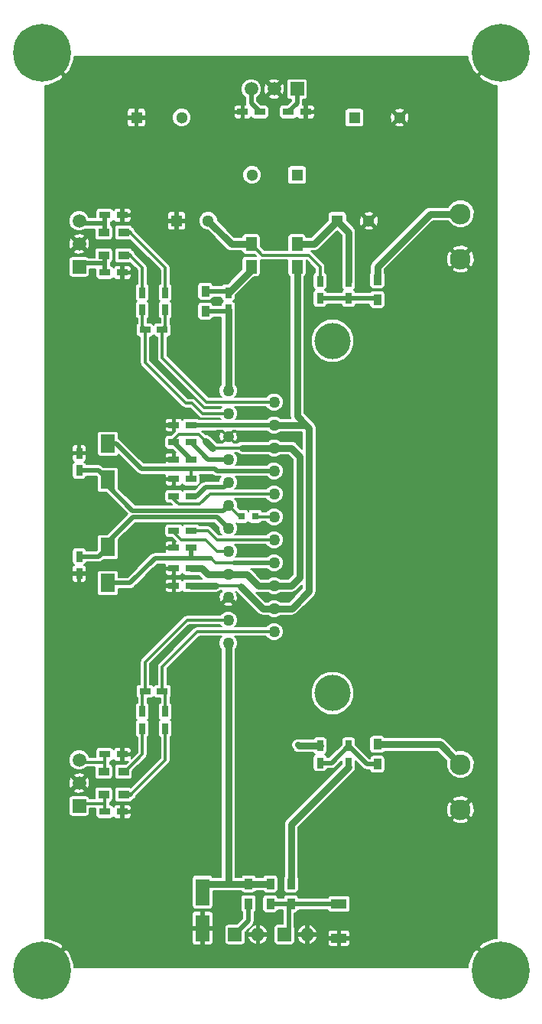
<source format=gbr>
G04 #@! TF.FileFunction,Copper,L1,Top,Signal*
%FSLAX46Y46*%
G04 Gerber Fmt 4.6, Leading zero omitted, Abs format (unit mm)*
G04 Created by KiCad (PCBNEW 4.0.5) date 07/19/18 11:50:49*
%MOMM*%
%LPD*%
G01*
G04 APERTURE LIST*
%ADD10C,0.100000*%
%ADD11C,4.000000*%
%ADD12C,6.400000*%
%ADD13R,1.200000X0.750000*%
%ADD14C,1.300000*%
%ADD15R,1.300000X1.300000*%
%ADD16R,0.750000X1.200000*%
%ADD17R,1.500000X3.000000*%
%ADD18R,1.250000X1.500000*%
%ADD19R,1.200000X0.900000*%
%ADD20R,0.900000X1.200000*%
%ADD21R,1.700000X1.100000*%
%ADD22R,1.500000X1.500000*%
%ADD23C,1.500000*%
%ADD24O,1.500000X1.500000*%
%ADD25C,2.300000*%
%ADD26R,1.600000X2.000000*%
%ADD27C,1.258000*%
%ADD28R,0.800000X0.750000*%
%ADD29C,0.700000*%
%ADD30C,0.300000*%
%ADD31C,0.750000*%
%ADD32C,0.500000*%
%ADD33C,0.200000*%
G04 APERTURE END LIST*
D10*
D11*
X127127000Y-60264000D03*
X127127000Y-99264000D03*
D12*
X145720000Y-28400000D03*
X94920000Y-28400000D03*
X94920000Y-130000000D03*
X145720000Y-130000000D03*
D13*
X122240000Y-34925000D03*
X124140000Y-34925000D03*
X117160000Y-34925000D03*
X119060000Y-34925000D03*
D14*
X131135000Y-46990000D03*
D15*
X127635000Y-46990000D03*
D14*
X113355000Y-46990000D03*
D15*
X109855000Y-46990000D03*
X129540000Y-35560000D03*
D14*
X134540000Y-35560000D03*
D15*
X105410000Y-35560000D03*
D14*
X110410000Y-35560000D03*
D13*
X101920000Y-106045000D03*
X103820000Y-106045000D03*
X101920000Y-46355000D03*
X103820000Y-46355000D03*
X101920000Y-112395000D03*
X103820000Y-112395000D03*
X101920000Y-52705000D03*
X103820000Y-52705000D03*
D15*
X123190000Y-41910000D03*
D14*
X118190000Y-41910000D03*
D16*
X106045000Y-101285000D03*
X106045000Y-103185000D03*
X108585000Y-101285000D03*
X108585000Y-103185000D03*
X108585000Y-56830000D03*
X108585000Y-54930000D03*
X106045000Y-56830000D03*
X106045000Y-54930000D03*
D13*
X106365000Y-99060000D03*
X108265000Y-99060000D03*
X108265000Y-59055000D03*
X106365000Y-59055000D03*
X111440000Y-87376000D03*
X109540000Y-87376000D03*
X111440000Y-69596000D03*
X109540000Y-69596000D03*
X111440000Y-85471000D03*
X109540000Y-85471000D03*
X111440000Y-73406000D03*
X109540000Y-73406000D03*
D16*
X115570000Y-56830000D03*
X115570000Y-54930000D03*
D17*
X112720000Y-125298980D03*
X112720000Y-121301020D03*
D13*
X111440000Y-71501000D03*
X109540000Y-71501000D03*
X109540000Y-81280000D03*
X111440000Y-81280000D03*
X109540000Y-77470000D03*
X111440000Y-77470000D03*
X111440000Y-75565000D03*
X109540000Y-75565000D03*
X111440000Y-83185000D03*
X109540000Y-83185000D03*
D16*
X99060000Y-84140000D03*
X99060000Y-86040000D03*
X99060000Y-74610000D03*
X99060000Y-72710000D03*
X128905000Y-105095000D03*
X128905000Y-106995000D03*
X128905000Y-55560000D03*
X128905000Y-53660000D03*
X125730000Y-106995000D03*
X125730000Y-105095000D03*
X125730000Y-55560000D03*
X125730000Y-53660000D03*
D18*
X123190000Y-49550000D03*
X123190000Y-52050000D03*
X118110000Y-49550000D03*
X118110000Y-52050000D03*
D19*
X103970000Y-107950000D03*
X101770000Y-107950000D03*
X103970000Y-110490000D03*
X101770000Y-110490000D03*
X103970000Y-48260000D03*
X101770000Y-48260000D03*
X103970000Y-50800000D03*
X101770000Y-50800000D03*
D20*
X113030000Y-56980000D03*
X113030000Y-54780000D03*
X117820000Y-122600000D03*
X117820000Y-120400000D03*
X120220000Y-122600000D03*
X120220000Y-120400000D03*
X122520000Y-122600000D03*
X122520000Y-120400000D03*
X132080000Y-104945000D03*
X132080000Y-107145000D03*
X132080000Y-53510000D03*
X132080000Y-55710000D03*
D21*
X127820000Y-126400000D03*
X127820000Y-122600000D03*
D22*
X123190000Y-32385000D03*
D23*
X120650000Y-32385000D03*
X118110000Y-32385000D03*
D22*
X99060000Y-111760000D03*
D23*
X99060000Y-109220000D03*
X99060000Y-106680000D03*
D22*
X99060000Y-52070000D03*
D23*
X99060000Y-49530000D03*
X99060000Y-46990000D03*
D22*
X116320000Y-126000000D03*
D24*
X118860000Y-126000000D03*
D22*
X121780000Y-126000000D03*
D24*
X124320000Y-126000000D03*
D25*
X141275000Y-112180000D03*
X141275000Y-107180000D03*
X141275000Y-51220000D03*
X141275000Y-46220000D03*
D26*
X102235000Y-71660000D03*
X102235000Y-75660000D03*
X102235000Y-87090000D03*
X102235000Y-83090000D03*
D27*
X115570300Y-65774800D03*
X115569900Y-68317100D03*
X115569900Y-70858700D03*
X115570300Y-73399800D03*
X115570700Y-75940800D03*
X115570300Y-78483100D03*
X115570300Y-81024700D03*
X115570700Y-83565800D03*
X115570300Y-86106600D03*
X115569900Y-88648900D03*
X115569900Y-91190500D03*
X115570300Y-93731600D03*
X120650300Y-67044800D03*
X120649900Y-69587100D03*
X120649900Y-72128700D03*
X120650300Y-74669800D03*
X120650700Y-77210800D03*
X120650300Y-79753100D03*
X120650300Y-82294700D03*
X120650700Y-84835800D03*
X120650300Y-87376600D03*
X120649900Y-89918900D03*
X120649900Y-92460500D03*
D28*
X118529800Y-79705200D03*
X117029800Y-79705200D03*
D29*
X119380000Y-81026000D03*
X117856000Y-70866000D03*
X118935500Y-70866000D03*
X121539000Y-88582500D03*
X122491500Y-88519000D03*
X124206000Y-90297000D03*
X109728000Y-29972000D03*
X119380000Y-29591000D03*
X122174000Y-29591000D03*
X143764000Y-42672000D03*
X143764000Y-37465000D03*
X143764000Y-33909000D03*
X132715000Y-48641000D03*
X131445000Y-49911000D03*
X133985000Y-52705000D03*
X134493000Y-56007000D03*
X134493000Y-61087000D03*
X133096000Y-69215000D03*
X128778000Y-73787000D03*
X100330000Y-89408000D03*
X100330000Y-86106000D03*
X107442000Y-87376000D03*
X104648000Y-83185000D03*
X107442000Y-81280000D03*
X107569000Y-83185000D03*
X117475000Y-102870000D03*
X121920000Y-106045000D03*
X121920000Y-109855000D03*
X120015000Y-115570000D03*
X118745000Y-118110000D03*
X113284000Y-112014000D03*
X113284000Y-115824000D03*
X113284000Y-118110000D03*
X122555000Y-98806000D03*
X120269000Y-96647000D03*
X123063000Y-92837000D03*
X117094000Y-94742000D03*
X113411000Y-88773000D03*
X114427000Y-89789000D03*
X122174000Y-84582000D03*
X122047000Y-85852000D03*
X128905000Y-87630000D03*
X134620000Y-80010000D03*
X129540000Y-80010000D03*
X127127000Y-79756000D03*
X121666000Y-78613000D03*
X127190500Y-89281000D03*
X127381000Y-85979000D03*
X120650000Y-47625000D03*
X120650000Y-43815000D03*
X120650000Y-39370000D03*
X123825000Y-37465000D03*
X120650000Y-37465000D03*
X117475000Y-37465000D03*
X132715000Y-101600000D03*
X137160000Y-101600000D03*
X136525000Y-95885000D03*
X132080000Y-91440000D03*
X144145000Y-53975000D03*
X144145000Y-59690000D03*
X144145000Y-66040000D03*
X144145000Y-71755000D03*
X144145000Y-78740000D03*
X144145000Y-85090000D03*
X144145000Y-91440000D03*
X144145000Y-97790000D03*
X144145000Y-104775000D03*
X144145000Y-109220000D03*
X95885000Y-124460000D03*
X95885000Y-119380000D03*
X95885000Y-112395000D03*
X95885000Y-106045000D03*
X95885000Y-99695000D03*
X95885000Y-93345000D03*
X95885000Y-82550000D03*
X95885000Y-74930000D03*
X95885000Y-67945000D03*
X95885000Y-62230000D03*
X95885000Y-57785000D03*
X95885000Y-53975000D03*
X95885000Y-33655000D03*
X95885000Y-38735000D03*
X95885000Y-43815000D03*
X95885000Y-48895000D03*
X136525000Y-29845000D03*
X140335000Y-29845000D03*
X100330000Y-29845000D03*
X105410000Y-29845000D03*
X142875000Y-114935000D03*
X142875000Y-122555000D03*
X140970000Y-128905000D03*
X137795000Y-128905000D03*
X132715000Y-128905000D03*
X127635000Y-128905000D03*
X123190000Y-128905000D03*
X99060000Y-127000000D03*
X102235000Y-128905000D03*
X106680000Y-128905000D03*
X110490000Y-128905000D03*
X114300000Y-128905000D03*
X118745000Y-128905000D03*
X94920000Y-130000000D03*
X117157500Y-90678000D03*
X121793000Y-91186000D03*
X125412500Y-91186000D03*
X109474000Y-60960000D03*
X109664500Y-58166000D03*
X109474000Y-52387500D03*
X108902500Y-50419000D03*
X107188000Y-48831500D03*
X107442000Y-62611000D03*
X107315000Y-61023500D03*
X107505500Y-66548000D03*
X106172000Y-65278000D03*
X104267000Y-63500000D03*
X103949500Y-60896500D03*
X103949500Y-57785000D03*
X103886000Y-54800500D03*
X107188000Y-97472500D03*
X107442000Y-96012000D03*
X109601000Y-93789500D03*
X107251500Y-110807500D03*
X109918500Y-108013500D03*
X109791500Y-105156000D03*
X109791500Y-102108000D03*
X109791500Y-99377500D03*
X109791500Y-96837500D03*
X111061500Y-95186500D03*
X109728000Y-89154000D03*
X109791500Y-90741500D03*
X107188000Y-93218000D03*
X104648000Y-95821500D03*
X103759000Y-99377500D03*
X103759000Y-102552500D03*
X117856000Y-68580000D03*
X119126000Y-68580000D03*
X119126000Y-65405000D03*
X119126000Y-62230000D03*
X120396000Y-57404000D03*
X120777000Y-52324000D03*
X127254000Y-53975000D03*
X126746000Y-52324000D03*
X117729000Y-73406000D03*
X113792000Y-72136000D03*
X116682500Y-53817500D03*
X113030000Y-71374000D03*
X124841000Y-111506000D03*
X123317000Y-105029000D03*
D30*
X121666000Y-78613000D02*
X121666000Y-79184500D01*
X121094500Y-81026000D02*
X119380000Y-81026000D01*
X121983500Y-80137000D02*
X121094500Y-81026000D01*
X121983500Y-79502000D02*
X121983500Y-80137000D01*
X121666000Y-79184500D02*
X121983500Y-79502000D01*
X115569900Y-70858700D02*
X115569900Y-70866100D01*
X115569900Y-70866100D02*
X114935000Y-71501000D01*
X114935000Y-71501000D02*
X114681000Y-71501000D01*
X115569900Y-70858700D02*
X115497698Y-70858700D01*
X115497698Y-70858700D02*
X114935000Y-70296002D01*
X114935000Y-70296002D02*
X114300000Y-70296002D01*
X115569900Y-70858700D02*
X115578802Y-70858700D01*
X115578802Y-70858700D02*
X116141500Y-70296002D01*
X116141500Y-70296002D02*
X116395500Y-70296002D01*
X115569900Y-70858700D02*
X115569900Y-70865900D01*
X115569900Y-70865900D02*
X116205000Y-71501000D01*
X116205000Y-71501000D02*
X116395500Y-71501000D01*
X117856000Y-70866000D02*
X118935500Y-70866000D01*
X121793000Y-91186000D02*
X123317000Y-91186000D01*
X122428000Y-88582500D02*
X121539000Y-88582500D01*
X122491500Y-88519000D02*
X122428000Y-88582500D01*
X123317000Y-91186000D02*
X124206000Y-90297000D01*
X122174000Y-29591000D02*
X119380000Y-29591000D01*
X134540000Y-35560000D02*
X134620000Y-35560000D01*
X134620000Y-35560000D02*
X136652000Y-37592000D01*
X143764000Y-37465000D02*
X143764000Y-42672000D01*
X140081000Y-37592000D02*
X143764000Y-33909000D01*
X136652000Y-37592000D02*
X140081000Y-37592000D01*
X132715000Y-48641000D02*
X131445000Y-49911000D01*
X133985000Y-52705000D02*
X134493000Y-53213000D01*
X134493000Y-53213000D02*
X134493000Y-56007000D01*
X129540000Y-80010000D02*
X129540000Y-74549000D01*
X129540000Y-74549000D02*
X128778000Y-73787000D01*
X99060000Y-86040000D02*
X100264000Y-86040000D01*
X100264000Y-86040000D02*
X100330000Y-86106000D01*
X109540000Y-87376000D02*
X107442000Y-87376000D01*
X109540000Y-83185000D02*
X107569000Y-83185000D01*
X105537000Y-83185000D02*
X104648000Y-83185000D01*
X107442000Y-81280000D02*
X105537000Y-83185000D01*
X117475000Y-102870000D02*
X120650000Y-106045000D01*
X120650000Y-106045000D02*
X121920000Y-106045000D01*
X121920000Y-109855000D02*
X120015000Y-111760000D01*
X120015000Y-111760000D02*
X120015000Y-115570000D01*
X113284000Y-118110000D02*
X113284000Y-115824000D01*
X121793000Y-91186000D02*
X121793000Y-91567000D01*
X122428000Y-98806000D02*
X122555000Y-98806000D01*
X120269000Y-96647000D02*
X122428000Y-98806000D01*
X121793000Y-91567000D02*
X123063000Y-92837000D01*
X114427000Y-89789000D02*
X113411000Y-88773000D01*
X122174000Y-84582000D02*
X122047000Y-84709000D01*
X122047000Y-84709000D02*
X122047000Y-85852000D01*
X128905000Y-87630000D02*
X134620000Y-81915000D01*
X134620000Y-81915000D02*
X134620000Y-80010000D01*
X129540000Y-80010000D02*
X129286000Y-79756000D01*
X129286000Y-79756000D02*
X127127000Y-79756000D01*
X117160000Y-34925000D02*
X117160000Y-37150000D01*
X120650000Y-39370000D02*
X120650000Y-43815000D01*
X120650000Y-37465000D02*
X123825000Y-37465000D01*
X117160000Y-37150000D02*
X117475000Y-37465000D01*
X127190500Y-89281000D02*
X129921000Y-89281000D01*
X137160000Y-96520000D02*
X137160000Y-101600000D01*
X136525000Y-95885000D02*
X137160000Y-96520000D01*
X129921000Y-89281000D02*
X132080000Y-91440000D01*
X144145000Y-53975000D02*
X144145000Y-59690000D01*
X144145000Y-66040000D02*
X144145000Y-71755000D01*
X144145000Y-78740000D02*
X144145000Y-85090000D01*
X144145000Y-91440000D02*
X144145000Y-97790000D01*
X144145000Y-104775000D02*
X144145000Y-109220000D01*
X95885000Y-119380000D02*
X95885000Y-124460000D01*
X95885000Y-106045000D02*
X95885000Y-112395000D01*
X95885000Y-93345000D02*
X95885000Y-99695000D01*
X95885000Y-74930000D02*
X95885000Y-82550000D01*
X95885000Y-62230000D02*
X95885000Y-67945000D01*
X95885000Y-53975000D02*
X95885000Y-57785000D01*
X95885000Y-38735000D02*
X95885000Y-33655000D01*
X95885000Y-48895000D02*
X95885000Y-43815000D01*
X136525000Y-29845000D02*
X140335000Y-29845000D01*
X105410000Y-29845000D02*
X100330000Y-29845000D01*
X142875000Y-114935000D02*
X142875000Y-122555000D01*
X118745000Y-128905000D02*
X123190000Y-128905000D01*
X137795000Y-128905000D02*
X140970000Y-128905000D01*
X127635000Y-128905000D02*
X132715000Y-128905000D01*
X118860000Y-126000000D02*
X118860000Y-128155000D01*
X99060000Y-125730000D02*
X94920000Y-129870000D01*
X99060000Y-126365000D02*
X99060000Y-125730000D01*
X99060000Y-127000000D02*
X99060000Y-126365000D01*
X106680000Y-128905000D02*
X102235000Y-128905000D01*
X114300000Y-128905000D02*
X110490000Y-128905000D01*
X118745000Y-128270000D02*
X118745000Y-128905000D01*
X118860000Y-128155000D02*
X118745000Y-128270000D01*
X94920000Y-129870000D02*
X94920000Y-130000000D01*
X117157500Y-90678000D02*
X117665500Y-91186000D01*
X117665500Y-91186000D02*
X121793000Y-91186000D01*
X125412500Y-91186000D02*
X127190500Y-89408000D01*
X127190500Y-89408000D02*
X127190500Y-89281000D01*
X109855000Y-46990000D02*
X109855000Y-49276000D01*
X109474000Y-58356500D02*
X109474000Y-60960000D01*
X109664500Y-58166000D02*
X109474000Y-58356500D01*
X109474000Y-50990500D02*
X109474000Y-52387500D01*
X108902500Y-50419000D02*
X109474000Y-50990500D01*
X109410500Y-48831500D02*
X107188000Y-48831500D01*
X109855000Y-49276000D02*
X109410500Y-48831500D01*
X107442000Y-61150500D02*
X107442000Y-62611000D01*
X107315000Y-61023500D02*
X107442000Y-61150500D01*
X103820000Y-52705000D02*
X103820000Y-54734500D01*
X106045000Y-65278000D02*
X106172000Y-65278000D01*
X104267000Y-63500000D02*
X106045000Y-65278000D01*
X103949500Y-57785000D02*
X103949500Y-60896500D01*
X103820000Y-54734500D02*
X103886000Y-54800500D01*
X107188000Y-97472500D02*
X107442000Y-97218500D01*
X107442000Y-97218500D02*
X107442000Y-96012000D01*
X109918500Y-105283000D02*
X109918500Y-108013500D01*
X109791500Y-105156000D02*
X109918500Y-105283000D01*
X109791500Y-99377500D02*
X109791500Y-102108000D01*
X109791500Y-96456500D02*
X109791500Y-96837500D01*
X111061500Y-95186500D02*
X109791500Y-96456500D01*
X103820000Y-106045000D02*
X103820000Y-102613500D01*
X109664500Y-90741500D02*
X109791500Y-90741500D01*
X107188000Y-93218000D02*
X109664500Y-90741500D01*
X104648000Y-98488500D02*
X104648000Y-95821500D01*
X103759000Y-99377500D02*
X104648000Y-98488500D01*
X103820000Y-102613500D02*
X103759000Y-102552500D01*
X117856000Y-68580000D02*
X119126000Y-68580000D01*
X119126000Y-65405000D02*
X119126000Y-62230000D01*
X120396000Y-57404000D02*
X120777000Y-57023000D01*
X120777000Y-57023000D02*
X120777000Y-52324000D01*
X127254000Y-52832000D02*
X127254000Y-53975000D01*
X126746000Y-52324000D02*
X127254000Y-52832000D01*
D31*
X120649900Y-89918900D02*
X122615600Y-89918900D01*
X124532004Y-69922004D02*
X123190000Y-68580000D01*
X124532004Y-88002496D02*
X124532004Y-69922004D01*
X122615600Y-89918900D02*
X124532004Y-88002496D01*
X116967000Y-87503000D02*
X119382900Y-89918900D01*
X119382900Y-89918900D02*
X120649900Y-89918900D01*
X111440000Y-87376000D02*
X114173000Y-87376000D01*
X120649900Y-69587100D02*
X124197100Y-69587100D01*
X123190000Y-52050000D02*
X123190000Y-68580000D01*
X123190000Y-68580000D02*
X124197100Y-69587100D01*
D30*
X114173000Y-87376000D02*
X116840000Y-87376000D01*
D32*
X111440000Y-69596000D02*
X120641000Y-69596000D01*
X120641000Y-69596000D02*
X120649900Y-69587100D01*
D30*
X119382900Y-89918900D02*
X120649900Y-89918900D01*
X116840000Y-87376000D02*
X116967000Y-87503000D01*
D32*
X120649900Y-89918900D02*
X121143474Y-89918900D01*
D31*
X113792000Y-72136000D02*
X113784700Y-72128700D01*
X113030000Y-71374000D02*
X113784700Y-72128700D01*
X120649900Y-72128700D02*
X117101300Y-72128700D01*
D30*
X113784700Y-72128700D02*
X117101300Y-72128700D01*
D31*
X115570300Y-86106600D02*
X113284600Y-86106600D01*
X112649000Y-85471000D02*
X111440000Y-85471000D01*
X113284600Y-86106600D02*
X112649000Y-85471000D01*
D32*
X122555000Y-72128700D02*
X122555000Y-72136000D01*
D31*
X122555000Y-72136000D02*
X123482002Y-73063002D01*
D30*
X118110000Y-52050000D02*
X118110000Y-52390000D01*
D31*
X118110000Y-52390000D02*
X116682500Y-53817500D01*
X116682500Y-53817500D02*
X115570000Y-54930000D01*
D30*
X109540000Y-71501000D02*
X109540000Y-71181000D01*
X109540000Y-71181000D02*
X110109000Y-70612000D01*
X112268000Y-70612000D02*
X113030000Y-71374000D01*
X110109000Y-70612000D02*
X112268000Y-70612000D01*
D32*
X109540000Y-71501000D02*
X109540000Y-71506000D01*
X109540000Y-71506000D02*
X111440000Y-73406000D01*
X111440000Y-73406000D02*
X111440000Y-73401000D01*
X113030000Y-54780000D02*
X115420000Y-54780000D01*
X115420000Y-54780000D02*
X115570000Y-54930000D01*
D31*
X120649900Y-72128700D02*
X122555000Y-72128700D01*
X123482002Y-73063002D02*
X123482002Y-79756000D01*
X122554400Y-87376600D02*
X120650300Y-87376600D01*
X120650300Y-87376600D02*
X118872600Y-87376600D01*
X118872600Y-87376600D02*
X117602600Y-86106600D01*
X117602600Y-86106600D02*
X115570300Y-86106600D01*
X123482002Y-79756000D02*
X123482002Y-86448998D01*
X123482002Y-86448998D02*
X122554400Y-87376600D01*
D30*
X101920000Y-106934000D02*
X99314000Y-106934000D01*
D32*
X99314000Y-106934000D02*
X99060000Y-106680000D01*
D30*
X101920000Y-106045000D02*
X101920000Y-106934000D01*
X101920000Y-106934000D02*
X101920000Y-107800000D01*
D32*
X101920000Y-107800000D02*
X101770000Y-107950000D01*
X101920000Y-47244000D02*
X99314000Y-47244000D01*
X99314000Y-47244000D02*
X99060000Y-46990000D01*
X101920000Y-46355000D02*
X101920000Y-47244000D01*
X101920000Y-47244000D02*
X101920000Y-48110000D01*
X101920000Y-48110000D02*
X101770000Y-48260000D01*
D31*
X115570300Y-93731600D02*
X115570300Y-120400000D01*
D30*
X115570000Y-120269000D02*
X115570000Y-120400000D01*
X115570000Y-120399700D02*
X115570000Y-120269000D01*
X115570300Y-120400000D02*
X115570000Y-120399700D01*
D31*
X117820000Y-120400000D02*
X115570000Y-120400000D01*
X115570000Y-120400000D02*
X112720000Y-120400000D01*
D30*
X112720000Y-120400000D02*
X112720000Y-121301020D01*
D31*
X117820000Y-120400000D02*
X120220000Y-120400000D01*
D30*
X101920000Y-111506000D02*
X99314000Y-111506000D01*
D32*
X99314000Y-111506000D02*
X99060000Y-111760000D01*
D30*
X101920000Y-112395000D02*
X101920000Y-111506000D01*
X101920000Y-111506000D02*
X101920000Y-110640000D01*
D32*
X101920000Y-110640000D02*
X101770000Y-110490000D01*
X101920000Y-51689000D02*
X99441000Y-51689000D01*
X99441000Y-51689000D02*
X99060000Y-52070000D01*
X101920000Y-52705000D02*
X101920000Y-51689000D01*
X101920000Y-51689000D02*
X101920000Y-50950000D01*
X101920000Y-50950000D02*
X101770000Y-50800000D01*
D30*
X108265000Y-99060000D02*
X108265000Y-96332000D01*
X112136500Y-92460500D02*
X120649900Y-92460500D01*
X108265000Y-96332000D02*
X112136500Y-92460500D01*
X108585000Y-101285000D02*
X108585000Y-99380000D01*
X108585000Y-99380000D02*
X108265000Y-99060000D01*
D32*
X103970000Y-50800000D02*
X104648000Y-50800000D01*
D30*
X106045000Y-52197000D02*
X106045000Y-54930000D01*
X104648000Y-50800000D02*
X106045000Y-52197000D01*
D32*
X116205000Y-84835800D02*
X116840000Y-84835800D01*
X111440000Y-74422000D02*
X114046000Y-74422000D01*
X114293800Y-74669800D02*
X120650300Y-74669800D01*
X114046000Y-74422000D02*
X114293800Y-74669800D01*
D30*
X111440000Y-75565000D02*
X111440000Y-74422000D01*
X111440000Y-74422000D02*
X111379000Y-74422000D01*
D31*
X128905000Y-53660000D02*
X128905000Y-48260000D01*
X128905000Y-48260000D02*
X127635000Y-46990000D01*
X123190000Y-49550000D02*
X125075000Y-49550000D01*
X125075000Y-49550000D02*
X127635000Y-46990000D01*
D32*
X123190000Y-32385000D02*
X123190000Y-33975000D01*
X123190000Y-33975000D02*
X122240000Y-34925000D01*
X116840000Y-84835800D02*
X120650700Y-84835800D01*
D30*
X114172800Y-84835800D02*
X116205000Y-84835800D01*
X113665000Y-84328000D02*
X114172800Y-84835800D01*
D32*
X111440000Y-84328000D02*
X113665000Y-84328000D01*
X111440000Y-83185000D02*
X111440000Y-84328000D01*
X102235000Y-87090000D02*
X104680000Y-87090000D01*
X104680000Y-87090000D02*
X107442000Y-84328000D01*
X107442000Y-84328000D02*
X111440000Y-84328000D01*
X128905000Y-106995000D02*
X128905000Y-107442000D01*
D31*
X128905000Y-107442000D02*
X124841000Y-111506000D01*
X124841000Y-111506000D02*
X122520000Y-113827000D01*
X122520000Y-113827000D02*
X122520000Y-120400000D01*
D32*
X102235000Y-71660000D02*
X103156000Y-71660000D01*
X103156000Y-71660000D02*
X105918000Y-74422000D01*
X105918000Y-74422000D02*
X111379000Y-74422000D01*
D30*
X115570300Y-78483100D02*
X115633100Y-78483100D01*
X115633100Y-78483100D02*
X116829800Y-79705200D01*
X125730000Y-53660000D02*
X125730000Y-52070000D01*
X119360000Y-50800000D02*
X118110000Y-49550000D01*
X124460000Y-50800000D02*
X119360000Y-50800000D01*
X125730000Y-52070000D02*
X124460000Y-50800000D01*
D31*
X118110000Y-49550000D02*
X115915000Y-49550000D01*
X115915000Y-49550000D02*
X113355000Y-46990000D01*
D32*
X118110000Y-32385000D02*
X118110000Y-33975000D01*
X118110000Y-33975000D02*
X119060000Y-34925000D01*
X99060000Y-84140000D02*
X101185000Y-84140000D01*
X101185000Y-84140000D02*
X102235000Y-83090000D01*
X99060000Y-74610000D02*
X101185000Y-74610000D01*
X101185000Y-74610000D02*
X102235000Y-75660000D01*
D31*
X125730000Y-105095000D02*
X123383000Y-105095000D01*
D32*
X123383000Y-105095000D02*
X123317000Y-105029000D01*
X102235000Y-83090000D02*
X102235000Y-82550000D01*
X102235000Y-82550000D02*
X105029000Y-79756000D01*
X105029000Y-79756000D02*
X111506000Y-79756000D01*
X111506000Y-79756000D02*
X114301600Y-79756000D01*
X114301600Y-79756000D02*
X115570300Y-81024700D01*
X102235000Y-75660000D02*
X102235000Y-76327000D01*
X102235000Y-76327000D02*
X104967002Y-79059002D01*
X104967002Y-79059002D02*
X114994398Y-79059002D01*
X114994398Y-79059002D02*
X115570300Y-78483100D01*
D30*
X106365000Y-99060000D02*
X106365000Y-95819000D01*
X110993500Y-91190500D02*
X115569900Y-91190500D01*
X106365000Y-95819000D02*
X110993500Y-91190500D01*
X106045000Y-101285000D02*
X106045000Y-99380000D01*
X106045000Y-99380000D02*
X106365000Y-99060000D01*
D32*
X103970000Y-107950000D02*
X104140000Y-107950000D01*
D30*
X104140000Y-107950000D02*
X106045000Y-106045000D01*
X106045000Y-106045000D02*
X106045000Y-103185000D01*
D32*
X103970000Y-110490000D02*
X104775000Y-110490000D01*
D30*
X108585000Y-106680000D02*
X108585000Y-103185000D01*
X104775000Y-110490000D02*
X108585000Y-106680000D01*
X108265000Y-59055000D02*
X108265000Y-62164000D01*
X113145800Y-67044800D02*
X120650300Y-67044800D01*
X108265000Y-62164000D02*
X113145800Y-67044800D01*
X108585000Y-56830000D02*
X108585000Y-58735000D01*
D32*
X108585000Y-58735000D02*
X108265000Y-59055000D01*
X103970000Y-48260000D02*
X104648000Y-48260000D01*
D30*
X108585000Y-52197000D02*
X108585000Y-54930000D01*
X104648000Y-48260000D02*
X108585000Y-52197000D01*
X112966500Y-68317100D02*
X112703600Y-68317100D01*
X111569500Y-67183000D02*
X110871000Y-67183000D01*
X112703600Y-68317100D02*
X111569500Y-67183000D01*
X106365000Y-59055000D02*
X106365000Y-62677000D01*
X106365000Y-62677000D02*
X110871000Y-67183000D01*
X112966500Y-68317100D02*
X115569900Y-68317100D01*
X106045000Y-56830000D02*
X106045000Y-58735000D01*
D32*
X106045000Y-58735000D02*
X106365000Y-59055000D01*
D31*
X115570300Y-65774800D02*
X115570300Y-56830300D01*
D32*
X115570300Y-56830300D02*
X115570000Y-56830000D01*
X113030000Y-56980000D02*
X115420000Y-56980000D01*
X115420000Y-56980000D02*
X115570000Y-56830000D01*
X115570300Y-73399800D02*
X113338800Y-73399800D01*
X113338800Y-73399800D02*
X111440000Y-71501000D01*
D30*
X112903000Y-82296000D02*
X113030000Y-82296000D01*
X114299800Y-83565800D02*
X115570700Y-83565800D01*
X113030000Y-82296000D02*
X114299800Y-83565800D01*
X109540000Y-81280000D02*
X109540000Y-81473000D01*
X109540000Y-81473000D02*
X110363000Y-82296000D01*
X110363000Y-82296000D02*
X112903000Y-82296000D01*
D31*
X132080000Y-104945000D02*
X139040000Y-104945000D01*
X139040000Y-104945000D02*
X141275000Y-107180000D01*
D30*
X111440000Y-81280000D02*
X113284000Y-81280000D01*
X114298700Y-82294700D02*
X120650300Y-82294700D01*
X113284000Y-81280000D02*
X114298700Y-82294700D01*
D32*
X111440000Y-81280000D02*
X111760000Y-81280000D01*
D31*
X132080000Y-53510000D02*
X132080000Y-52070000D01*
X132080000Y-52070000D02*
X137930000Y-46220000D01*
X137930000Y-46220000D02*
X141275000Y-46220000D01*
D30*
X109540000Y-77470000D02*
X109540000Y-77790000D01*
X109540000Y-77790000D02*
X110109000Y-78359000D01*
X110109000Y-78359000D02*
X112395000Y-78359000D01*
X112395000Y-78359000D02*
X113543200Y-77210800D01*
X113543200Y-77210800D02*
X120650700Y-77210800D01*
D32*
X113030000Y-76454000D02*
X115057500Y-76454000D01*
X115057500Y-76454000D02*
X115570700Y-75940800D01*
X113030000Y-76454000D02*
X112014000Y-77470000D01*
X112014000Y-77470000D02*
X111440000Y-77470000D01*
X132080000Y-107145000D02*
X130955000Y-107145000D01*
X130955000Y-107145000D02*
X128905000Y-105095000D01*
X125730000Y-106995000D02*
X127005000Y-106995000D01*
X127005000Y-106995000D02*
X128905000Y-105095000D01*
X128905000Y-55560000D02*
X131930000Y-55560000D01*
X131930000Y-55560000D02*
X132080000Y-55710000D01*
X125730000Y-55560000D02*
X128905000Y-55560000D01*
X116320000Y-126000000D02*
X117820000Y-124500000D01*
X117820000Y-124500000D02*
X117820000Y-122600000D01*
X122520000Y-122600000D02*
X127820000Y-122600000D01*
X120220000Y-122600000D02*
X122520000Y-122600000D01*
D30*
X121780000Y-126000000D02*
X122270000Y-125510000D01*
D32*
X122270000Y-125510000D02*
X122270000Y-122850000D01*
D30*
X122270000Y-122850000D02*
X122520000Y-122600000D01*
X120650300Y-79753100D02*
X118790400Y-79765800D01*
X118790400Y-79765800D02*
X118729800Y-79705200D01*
D32*
X120647400Y-79756000D02*
X120650300Y-79753100D01*
D33*
G36*
X142121156Y-29121871D02*
X142664793Y-30434327D01*
X143091418Y-30816450D01*
X143828723Y-30079145D01*
X144040855Y-30291277D01*
X143303550Y-31028582D01*
X143685673Y-31455207D01*
X145009704Y-32001146D01*
X145345000Y-32000607D01*
X145345000Y-126400598D01*
X144998129Y-126401156D01*
X143685673Y-126944793D01*
X143303550Y-127371418D01*
X144026096Y-128093964D01*
X143812018Y-128304150D01*
X143091418Y-127583550D01*
X142664793Y-127965673D01*
X142118854Y-129289704D01*
X142119393Y-129625000D01*
X98519402Y-129625000D01*
X98518844Y-129278129D01*
X97975207Y-127965673D01*
X97548582Y-127583550D01*
X96826036Y-128306096D01*
X96615850Y-128092018D01*
X97336450Y-127371418D01*
X96954327Y-126944793D01*
X95630296Y-126398854D01*
X95295000Y-126399393D01*
X95295000Y-125548980D01*
X111570000Y-125548980D01*
X111570000Y-126878545D01*
X111630896Y-127025562D01*
X111743418Y-127138084D01*
X111890435Y-127198980D01*
X112470000Y-127198980D01*
X112570000Y-127098980D01*
X112570000Y-125448980D01*
X112870000Y-125448980D01*
X112870000Y-127098980D01*
X112970000Y-127198980D01*
X113549565Y-127198980D01*
X113696582Y-127138084D01*
X113809104Y-127025562D01*
X113870000Y-126878545D01*
X113870000Y-125548980D01*
X113770000Y-125448980D01*
X112870000Y-125448980D01*
X112570000Y-125448980D01*
X111670000Y-125448980D01*
X111570000Y-125548980D01*
X95295000Y-125548980D01*
X95295000Y-125250000D01*
X115162164Y-125250000D01*
X115162164Y-126750000D01*
X115190056Y-126898231D01*
X115277660Y-127034372D01*
X115411329Y-127125704D01*
X115570000Y-127157836D01*
X117070000Y-127157836D01*
X117218231Y-127129944D01*
X117354372Y-127042340D01*
X117445704Y-126908671D01*
X117477836Y-126750000D01*
X117477836Y-126326518D01*
X117757313Y-126326518D01*
X117966203Y-126723643D01*
X118311165Y-127010600D01*
X118533484Y-127102672D01*
X118710000Y-127039230D01*
X118710000Y-126150000D01*
X119010000Y-126150000D01*
X119010000Y-127039230D01*
X119186516Y-127102672D01*
X119408835Y-127010600D01*
X119753797Y-126723643D01*
X119962687Y-126326518D01*
X119900190Y-126150000D01*
X119010000Y-126150000D01*
X118710000Y-126150000D01*
X117819810Y-126150000D01*
X117757313Y-126326518D01*
X117477836Y-126326518D01*
X117477836Y-125761402D01*
X117565756Y-125673482D01*
X117757313Y-125673482D01*
X117819810Y-125850000D01*
X118710000Y-125850000D01*
X118710000Y-124960770D01*
X119010000Y-124960770D01*
X119010000Y-125850000D01*
X119900190Y-125850000D01*
X119962687Y-125673482D01*
X119753797Y-125276357D01*
X119408835Y-124989400D01*
X119186516Y-124897328D01*
X119010000Y-124960770D01*
X118710000Y-124960770D01*
X118533484Y-124897328D01*
X118311165Y-124989400D01*
X117966203Y-125276357D01*
X117757313Y-125673482D01*
X117565756Y-125673482D01*
X118279619Y-124959620D01*
X118420522Y-124748745D01*
X118428731Y-124707476D01*
X118470000Y-124500000D01*
X118470000Y-123546632D01*
X118554372Y-123492340D01*
X118645704Y-123358671D01*
X118677836Y-123200000D01*
X118677836Y-122000000D01*
X119362164Y-122000000D01*
X119362164Y-123200000D01*
X119390056Y-123348231D01*
X119477660Y-123484372D01*
X119611329Y-123575704D01*
X119770000Y-123607836D01*
X120670000Y-123607836D01*
X120818231Y-123579944D01*
X120954372Y-123492340D01*
X121045704Y-123358671D01*
X121067711Y-123250000D01*
X121620000Y-123250000D01*
X121620000Y-124842164D01*
X121030000Y-124842164D01*
X120881769Y-124870056D01*
X120745628Y-124957660D01*
X120654296Y-125091329D01*
X120622164Y-125250000D01*
X120622164Y-126750000D01*
X120650056Y-126898231D01*
X120737660Y-127034372D01*
X120871329Y-127125704D01*
X121030000Y-127157836D01*
X122530000Y-127157836D01*
X122678231Y-127129944D01*
X122814372Y-127042340D01*
X122905704Y-126908671D01*
X122937836Y-126750000D01*
X122937836Y-126326518D01*
X123217313Y-126326518D01*
X123426203Y-126723643D01*
X123771165Y-127010600D01*
X123993484Y-127102672D01*
X124170000Y-127039230D01*
X124170000Y-126150000D01*
X124470000Y-126150000D01*
X124470000Y-127039230D01*
X124646516Y-127102672D01*
X124868835Y-127010600D01*
X125213797Y-126723643D01*
X125252533Y-126650000D01*
X126570000Y-126650000D01*
X126570000Y-127029565D01*
X126630896Y-127176582D01*
X126743418Y-127289104D01*
X126890435Y-127350000D01*
X127570000Y-127350000D01*
X127670000Y-127250000D01*
X127670000Y-126550000D01*
X127970000Y-126550000D01*
X127970000Y-127250000D01*
X128070000Y-127350000D01*
X128749565Y-127350000D01*
X128896582Y-127289104D01*
X129009104Y-127176582D01*
X129070000Y-127029565D01*
X129070000Y-126650000D01*
X128970000Y-126550000D01*
X127970000Y-126550000D01*
X127670000Y-126550000D01*
X126670000Y-126550000D01*
X126570000Y-126650000D01*
X125252533Y-126650000D01*
X125422687Y-126326518D01*
X125360190Y-126150000D01*
X124470000Y-126150000D01*
X124170000Y-126150000D01*
X123279810Y-126150000D01*
X123217313Y-126326518D01*
X122937836Y-126326518D01*
X122937836Y-125673482D01*
X123217313Y-125673482D01*
X123279810Y-125850000D01*
X124170000Y-125850000D01*
X124170000Y-124960770D01*
X124470000Y-124960770D01*
X124470000Y-125850000D01*
X125360190Y-125850000D01*
X125388360Y-125770435D01*
X126570000Y-125770435D01*
X126570000Y-126150000D01*
X126670000Y-126250000D01*
X127670000Y-126250000D01*
X127670000Y-125550000D01*
X127970000Y-125550000D01*
X127970000Y-126250000D01*
X128970000Y-126250000D01*
X129070000Y-126150000D01*
X129070000Y-125770435D01*
X129009104Y-125623418D01*
X128896582Y-125510896D01*
X128749565Y-125450000D01*
X128070000Y-125450000D01*
X127970000Y-125550000D01*
X127670000Y-125550000D01*
X127570000Y-125450000D01*
X126890435Y-125450000D01*
X126743418Y-125510896D01*
X126630896Y-125623418D01*
X126570000Y-125770435D01*
X125388360Y-125770435D01*
X125422687Y-125673482D01*
X125213797Y-125276357D01*
X124868835Y-124989400D01*
X124646516Y-124897328D01*
X124470000Y-124960770D01*
X124170000Y-124960770D01*
X123993484Y-124897328D01*
X123771165Y-124989400D01*
X123426203Y-125276357D01*
X123217313Y-125673482D01*
X122937836Y-125673482D01*
X122937836Y-125250000D01*
X122920000Y-125155211D01*
X122920000Y-123607836D01*
X122970000Y-123607836D01*
X123118231Y-123579944D01*
X123254372Y-123492340D01*
X123345704Y-123358671D01*
X123367711Y-123250000D01*
X126580981Y-123250000D01*
X126590056Y-123298231D01*
X126677660Y-123434372D01*
X126811329Y-123525704D01*
X126970000Y-123557836D01*
X128670000Y-123557836D01*
X128818231Y-123529944D01*
X128954372Y-123442340D01*
X129045704Y-123308671D01*
X129077836Y-123150000D01*
X129077836Y-122050000D01*
X129049944Y-121901769D01*
X128962340Y-121765628D01*
X128828671Y-121674296D01*
X128670000Y-121642164D01*
X126970000Y-121642164D01*
X126821769Y-121670056D01*
X126685628Y-121757660D01*
X126594296Y-121891329D01*
X126582415Y-121950000D01*
X123368428Y-121950000D01*
X123349944Y-121851769D01*
X123262340Y-121715628D01*
X123128671Y-121624296D01*
X122970000Y-121592164D01*
X122070000Y-121592164D01*
X121921769Y-121620056D01*
X121785628Y-121707660D01*
X121694296Y-121841329D01*
X121672289Y-121950000D01*
X121068428Y-121950000D01*
X121049944Y-121851769D01*
X120962340Y-121715628D01*
X120828671Y-121624296D01*
X120670000Y-121592164D01*
X119770000Y-121592164D01*
X119621769Y-121620056D01*
X119485628Y-121707660D01*
X119394296Y-121841329D01*
X119362164Y-122000000D01*
X118677836Y-122000000D01*
X118649944Y-121851769D01*
X118562340Y-121715628D01*
X118428671Y-121624296D01*
X118270000Y-121592164D01*
X117370000Y-121592164D01*
X117221769Y-121620056D01*
X117085628Y-121707660D01*
X116994296Y-121841329D01*
X116962164Y-122000000D01*
X116962164Y-123200000D01*
X116990056Y-123348231D01*
X117077660Y-123484372D01*
X117170000Y-123547465D01*
X117170000Y-124230761D01*
X116558598Y-124842164D01*
X115570000Y-124842164D01*
X115421769Y-124870056D01*
X115285628Y-124957660D01*
X115194296Y-125091329D01*
X115162164Y-125250000D01*
X95295000Y-125250000D01*
X95295000Y-123719415D01*
X111570000Y-123719415D01*
X111570000Y-125048980D01*
X111670000Y-125148980D01*
X112570000Y-125148980D01*
X112570000Y-123498980D01*
X112870000Y-123498980D01*
X112870000Y-125148980D01*
X113770000Y-125148980D01*
X113870000Y-125048980D01*
X113870000Y-123719415D01*
X113809104Y-123572398D01*
X113696582Y-123459876D01*
X113549565Y-123398980D01*
X112970000Y-123398980D01*
X112870000Y-123498980D01*
X112570000Y-123498980D01*
X112470000Y-123398980D01*
X111890435Y-123398980D01*
X111743418Y-123459876D01*
X111630896Y-123572398D01*
X111570000Y-123719415D01*
X95295000Y-123719415D01*
X95295000Y-111010000D01*
X97902164Y-111010000D01*
X97902164Y-112510000D01*
X97930056Y-112658231D01*
X98017660Y-112794372D01*
X98151329Y-112885704D01*
X98310000Y-112917836D01*
X99810000Y-112917836D01*
X99958231Y-112889944D01*
X100094372Y-112802340D01*
X100185704Y-112668671D01*
X100217836Y-112510000D01*
X100217836Y-112056000D01*
X100912164Y-112056000D01*
X100912164Y-112770000D01*
X100940056Y-112918231D01*
X101027660Y-113054372D01*
X101161329Y-113145704D01*
X101320000Y-113177836D01*
X102520000Y-113177836D01*
X102668231Y-113149944D01*
X102804372Y-113062340D01*
X102868972Y-112967795D01*
X102880896Y-112996582D01*
X102993418Y-113109104D01*
X103140435Y-113170000D01*
X103570000Y-113170000D01*
X103670000Y-113070000D01*
X103670000Y-112545000D01*
X103970000Y-112545000D01*
X103970000Y-113070000D01*
X104070000Y-113170000D01*
X104499565Y-113170000D01*
X104646582Y-113109104D01*
X104759104Y-112996582D01*
X104820000Y-112849565D01*
X104820000Y-112645000D01*
X104720000Y-112545000D01*
X103970000Y-112545000D01*
X103670000Y-112545000D01*
X103650000Y-112545000D01*
X103650000Y-112245000D01*
X103670000Y-112245000D01*
X103670000Y-111720000D01*
X103970000Y-111720000D01*
X103970000Y-112245000D01*
X104720000Y-112245000D01*
X104820000Y-112145000D01*
X104820000Y-111940435D01*
X104759104Y-111793418D01*
X104646582Y-111680896D01*
X104499565Y-111620000D01*
X104070000Y-111620000D01*
X103970000Y-111720000D01*
X103670000Y-111720000D01*
X103570000Y-111620000D01*
X103140435Y-111620000D01*
X102993418Y-111680896D01*
X102880896Y-111793418D01*
X102868611Y-111823076D01*
X102812340Y-111735628D01*
X102678671Y-111644296D01*
X102520000Y-111612164D01*
X102470000Y-111612164D01*
X102470000Y-111329019D01*
X102518231Y-111319944D01*
X102654372Y-111232340D01*
X102745704Y-111098671D01*
X102777836Y-110940000D01*
X102777836Y-110040000D01*
X102749944Y-109891769D01*
X102662340Y-109755628D01*
X102528671Y-109664296D01*
X102370000Y-109632164D01*
X101170000Y-109632164D01*
X101021769Y-109660056D01*
X100885628Y-109747660D01*
X100794296Y-109881329D01*
X100762164Y-110040000D01*
X100762164Y-110940000D01*
X100765175Y-110956000D01*
X100207675Y-110956000D01*
X100189944Y-110861769D01*
X100102340Y-110725628D01*
X99968671Y-110634296D01*
X99810000Y-110602164D01*
X98310000Y-110602164D01*
X98161769Y-110630056D01*
X98025628Y-110717660D01*
X97934296Y-110851329D01*
X97902164Y-111010000D01*
X95295000Y-111010000D01*
X95295000Y-110077006D01*
X98415126Y-110077006D01*
X98497819Y-110248970D01*
X98934382Y-110385781D01*
X99390070Y-110345114D01*
X99622181Y-110248970D01*
X99704874Y-110077006D01*
X99060000Y-109432132D01*
X98415126Y-110077006D01*
X95295000Y-110077006D01*
X95295000Y-109094382D01*
X97894219Y-109094382D01*
X97934886Y-109550070D01*
X98031030Y-109782181D01*
X98202994Y-109864874D01*
X98847868Y-109220000D01*
X99272132Y-109220000D01*
X99917006Y-109864874D01*
X100088970Y-109782181D01*
X100225781Y-109345618D01*
X100185114Y-108889930D01*
X100088970Y-108657819D01*
X99917006Y-108575126D01*
X99272132Y-109220000D01*
X98847868Y-109220000D01*
X98202994Y-108575126D01*
X98031030Y-108657819D01*
X97894219Y-109094382D01*
X95295000Y-109094382D01*
X95295000Y-108362994D01*
X98415126Y-108362994D01*
X99060000Y-109007868D01*
X99704874Y-108362994D01*
X99622181Y-108191030D01*
X99185618Y-108054219D01*
X98729930Y-108094886D01*
X98497819Y-108191030D01*
X98415126Y-108362994D01*
X95295000Y-108362994D01*
X95295000Y-106907746D01*
X97909801Y-106907746D01*
X98084509Y-107330572D01*
X98407727Y-107654354D01*
X98830247Y-107829800D01*
X99287746Y-107830199D01*
X99710572Y-107655491D01*
X99882362Y-107484000D01*
X100765404Y-107484000D01*
X100762164Y-107500000D01*
X100762164Y-108400000D01*
X100790056Y-108548231D01*
X100877660Y-108684372D01*
X101011329Y-108775704D01*
X101170000Y-108807836D01*
X102370000Y-108807836D01*
X102518231Y-108779944D01*
X102654372Y-108692340D01*
X102745704Y-108558671D01*
X102777836Y-108400000D01*
X102777836Y-107500000D01*
X102962164Y-107500000D01*
X102962164Y-108400000D01*
X102990056Y-108548231D01*
X103077660Y-108684372D01*
X103211329Y-108775704D01*
X103370000Y-108807836D01*
X104570000Y-108807836D01*
X104718231Y-108779944D01*
X104854372Y-108692340D01*
X104945704Y-108558671D01*
X104977836Y-108400000D01*
X104977836Y-107889982D01*
X106433909Y-106433909D01*
X106553134Y-106255476D01*
X106595000Y-106045000D01*
X106595000Y-104147719D01*
X106704372Y-104077340D01*
X106795704Y-103943671D01*
X106827836Y-103785000D01*
X106827836Y-102585000D01*
X106799944Y-102436769D01*
X106712340Y-102300628D01*
X106615551Y-102234495D01*
X106704372Y-102177340D01*
X106795704Y-102043671D01*
X106827836Y-101885000D01*
X106827836Y-100685000D01*
X106799944Y-100536769D01*
X106712340Y-100400628D01*
X106595000Y-100320453D01*
X106595000Y-99842836D01*
X106965000Y-99842836D01*
X107113231Y-99814944D01*
X107249372Y-99727340D01*
X107315505Y-99630551D01*
X107372660Y-99719372D01*
X107506329Y-99810704D01*
X107665000Y-99842836D01*
X108035000Y-99842836D01*
X108035000Y-100322281D01*
X107925628Y-100392660D01*
X107834296Y-100526329D01*
X107802164Y-100685000D01*
X107802164Y-101885000D01*
X107830056Y-102033231D01*
X107917660Y-102169372D01*
X108014449Y-102235505D01*
X107925628Y-102292660D01*
X107834296Y-102426329D01*
X107802164Y-102585000D01*
X107802164Y-103785000D01*
X107830056Y-103933231D01*
X107917660Y-104069372D01*
X108035000Y-104149547D01*
X108035000Y-106452183D01*
X104784642Y-109702540D01*
X104728671Y-109664296D01*
X104570000Y-109632164D01*
X103370000Y-109632164D01*
X103221769Y-109660056D01*
X103085628Y-109747660D01*
X102994296Y-109881329D01*
X102962164Y-110040000D01*
X102962164Y-110940000D01*
X102990056Y-111088231D01*
X103077660Y-111224372D01*
X103211329Y-111315704D01*
X103370000Y-111347836D01*
X104570000Y-111347836D01*
X104718231Y-111319944D01*
X104854372Y-111232340D01*
X104939873Y-111107205D01*
X105023744Y-111090522D01*
X105234619Y-110949619D01*
X105375522Y-110738744D01*
X105393263Y-110649555D01*
X108973906Y-107068911D01*
X108973909Y-107068909D01*
X109093134Y-106890476D01*
X109105594Y-106827836D01*
X109135001Y-106680000D01*
X109135000Y-106679995D01*
X109135000Y-104147719D01*
X109244372Y-104077340D01*
X109335704Y-103943671D01*
X109367836Y-103785000D01*
X109367836Y-102585000D01*
X109339944Y-102436769D01*
X109252340Y-102300628D01*
X109155551Y-102234495D01*
X109244372Y-102177340D01*
X109335704Y-102043671D01*
X109367836Y-101885000D01*
X109367836Y-100685000D01*
X109339944Y-100536769D01*
X109252340Y-100400628D01*
X109135000Y-100320453D01*
X109135000Y-99736588D01*
X109149372Y-99727340D01*
X109240704Y-99593671D01*
X109272836Y-99435000D01*
X109272836Y-98685000D01*
X109244944Y-98536769D01*
X109157340Y-98400628D01*
X109023671Y-98309296D01*
X108865000Y-98277164D01*
X108815000Y-98277164D01*
X108815000Y-96559818D01*
X112364318Y-93010500D01*
X114836162Y-93010500D01*
X114698465Y-93147957D01*
X114541479Y-93526021D01*
X114541122Y-93935383D01*
X114697448Y-94313720D01*
X114795300Y-94411743D01*
X114795300Y-119625000D01*
X113832062Y-119625000D01*
X113762340Y-119516648D01*
X113628671Y-119425316D01*
X113470000Y-119393184D01*
X111970000Y-119393184D01*
X111821769Y-119421076D01*
X111685628Y-119508680D01*
X111594296Y-119642349D01*
X111562164Y-119801020D01*
X111562164Y-122801020D01*
X111590056Y-122949251D01*
X111677660Y-123085392D01*
X111811329Y-123176724D01*
X111970000Y-123208856D01*
X113470000Y-123208856D01*
X113618231Y-123180964D01*
X113754372Y-123093360D01*
X113845704Y-122959691D01*
X113877836Y-122801020D01*
X113877836Y-121175000D01*
X117007281Y-121175000D01*
X117077660Y-121284372D01*
X117211329Y-121375704D01*
X117370000Y-121407836D01*
X118270000Y-121407836D01*
X118418231Y-121379944D01*
X118554372Y-121292340D01*
X118634547Y-121175000D01*
X119407281Y-121175000D01*
X119477660Y-121284372D01*
X119611329Y-121375704D01*
X119770000Y-121407836D01*
X120670000Y-121407836D01*
X120818231Y-121379944D01*
X120954372Y-121292340D01*
X121045704Y-121158671D01*
X121077836Y-121000000D01*
X121077836Y-119800000D01*
X121662164Y-119800000D01*
X121662164Y-121000000D01*
X121690056Y-121148231D01*
X121777660Y-121284372D01*
X121911329Y-121375704D01*
X122070000Y-121407836D01*
X122970000Y-121407836D01*
X123118231Y-121379944D01*
X123254372Y-121292340D01*
X123345704Y-121158671D01*
X123377836Y-121000000D01*
X123377836Y-119800000D01*
X123349944Y-119651769D01*
X123295000Y-119566383D01*
X123295000Y-114148016D01*
X124115561Y-113327455D01*
X140339677Y-113327455D01*
X140471631Y-113540939D01*
X141053592Y-113744779D01*
X141669261Y-113710396D01*
X142078369Y-113540939D01*
X142210323Y-113327455D01*
X141275000Y-112392132D01*
X140339677Y-113327455D01*
X124115561Y-113327455D01*
X125484424Y-111958592D01*
X139710221Y-111958592D01*
X139744604Y-112574261D01*
X139914061Y-112983369D01*
X140127545Y-113115323D01*
X141062868Y-112180000D01*
X141487132Y-112180000D01*
X142422455Y-113115323D01*
X142635939Y-112983369D01*
X142839779Y-112401408D01*
X142805396Y-111785739D01*
X142635939Y-111376631D01*
X142422455Y-111244677D01*
X141487132Y-112180000D01*
X141062868Y-112180000D01*
X140127545Y-111244677D01*
X139914061Y-111376631D01*
X139710221Y-111958592D01*
X125484424Y-111958592D01*
X126410471Y-111032545D01*
X140339677Y-111032545D01*
X141275000Y-111967868D01*
X142210323Y-111032545D01*
X142078369Y-110819061D01*
X141496408Y-110615221D01*
X140880739Y-110649604D01*
X140471631Y-110819061D01*
X140339677Y-111032545D01*
X126410471Y-111032545D01*
X129453008Y-107990008D01*
X129489354Y-107935613D01*
X129564372Y-107887340D01*
X129655704Y-107753671D01*
X129687836Y-107595000D01*
X129687836Y-106797075D01*
X130495381Y-107604620D01*
X130695867Y-107738580D01*
X130706256Y-107745522D01*
X130955000Y-107795000D01*
X131231572Y-107795000D01*
X131250056Y-107893231D01*
X131337660Y-108029372D01*
X131471329Y-108120704D01*
X131630000Y-108152836D01*
X132530000Y-108152836D01*
X132678231Y-108124944D01*
X132814372Y-108037340D01*
X132905704Y-107903671D01*
X132937836Y-107745000D01*
X132937836Y-106545000D01*
X132909944Y-106396769D01*
X132822340Y-106260628D01*
X132688671Y-106169296D01*
X132530000Y-106137164D01*
X131630000Y-106137164D01*
X131481769Y-106165056D01*
X131345628Y-106252660D01*
X131254296Y-106386329D01*
X131232289Y-106495000D01*
X131224239Y-106495000D01*
X129687836Y-104958598D01*
X129687836Y-104495000D01*
X129659944Y-104346769D01*
X129658806Y-104345000D01*
X131222164Y-104345000D01*
X131222164Y-105545000D01*
X131250056Y-105693231D01*
X131337660Y-105829372D01*
X131471329Y-105920704D01*
X131630000Y-105952836D01*
X132530000Y-105952836D01*
X132678231Y-105924944D01*
X132814372Y-105837340D01*
X132894547Y-105720000D01*
X138718984Y-105720000D01*
X139767534Y-106768550D01*
X139725270Y-106870333D01*
X139724732Y-107486961D01*
X139960208Y-108056857D01*
X140395849Y-108493260D01*
X140965333Y-108729730D01*
X141581961Y-108730268D01*
X142151857Y-108494792D01*
X142588260Y-108059151D01*
X142824730Y-107489667D01*
X142825268Y-106873039D01*
X142589792Y-106303143D01*
X142154151Y-105866740D01*
X141584667Y-105630270D01*
X140968039Y-105629732D01*
X140863813Y-105672797D01*
X139588008Y-104396992D01*
X139336580Y-104228993D01*
X139040000Y-104170000D01*
X132892719Y-104170000D01*
X132822340Y-104060628D01*
X132688671Y-103969296D01*
X132530000Y-103937164D01*
X131630000Y-103937164D01*
X131481769Y-103965056D01*
X131345628Y-104052660D01*
X131254296Y-104186329D01*
X131222164Y-104345000D01*
X129658806Y-104345000D01*
X129572340Y-104210628D01*
X129438671Y-104119296D01*
X129280000Y-104087164D01*
X128530000Y-104087164D01*
X128381769Y-104115056D01*
X128245628Y-104202660D01*
X128154296Y-104336329D01*
X128122164Y-104495000D01*
X128122164Y-104958597D01*
X126735762Y-106345000D01*
X126503428Y-106345000D01*
X126484944Y-106246769D01*
X126397340Y-106110628D01*
X126300551Y-106044495D01*
X126389372Y-105987340D01*
X126480704Y-105853671D01*
X126512836Y-105695000D01*
X126512836Y-104495000D01*
X126484944Y-104346769D01*
X126397340Y-104210628D01*
X126263671Y-104119296D01*
X126105000Y-104087164D01*
X125355000Y-104087164D01*
X125206769Y-104115056D01*
X125070628Y-104202660D01*
X124990453Y-104320000D01*
X123565262Y-104320000D01*
X123466839Y-104279131D01*
X123168470Y-104278870D01*
X122892714Y-104392811D01*
X122681552Y-104603605D01*
X122567131Y-104879161D01*
X122566870Y-105177530D01*
X122680811Y-105453286D01*
X122763715Y-105536335D01*
X122834992Y-105643008D01*
X123086420Y-105811007D01*
X123383000Y-105870000D01*
X124992281Y-105870000D01*
X125062660Y-105979372D01*
X125159449Y-106045505D01*
X125070628Y-106102660D01*
X124979296Y-106236329D01*
X124947164Y-106395000D01*
X124947164Y-107595000D01*
X124975056Y-107743231D01*
X125062660Y-107879372D01*
X125196329Y-107970704D01*
X125355000Y-108002836D01*
X126105000Y-108002836D01*
X126253231Y-107974944D01*
X126389372Y-107887340D01*
X126480704Y-107753671D01*
X126502711Y-107645000D01*
X127005000Y-107645000D01*
X127212476Y-107603731D01*
X127253745Y-107595522D01*
X127464619Y-107454619D01*
X128122164Y-106797074D01*
X128122164Y-107128820D01*
X121971992Y-113278992D01*
X121803993Y-113530420D01*
X121745000Y-113827000D01*
X121745000Y-119567121D01*
X121694296Y-119641329D01*
X121662164Y-119800000D01*
X121077836Y-119800000D01*
X121049944Y-119651769D01*
X120962340Y-119515628D01*
X120828671Y-119424296D01*
X120670000Y-119392164D01*
X119770000Y-119392164D01*
X119621769Y-119420056D01*
X119485628Y-119507660D01*
X119405453Y-119625000D01*
X118632719Y-119625000D01*
X118562340Y-119515628D01*
X118428671Y-119424296D01*
X118270000Y-119392164D01*
X117370000Y-119392164D01*
X117221769Y-119420056D01*
X117085628Y-119507660D01*
X117005453Y-119625000D01*
X116345300Y-119625000D01*
X116345300Y-99739295D01*
X124726584Y-99739295D01*
X125091192Y-100621715D01*
X125765734Y-101297435D01*
X126647516Y-101663583D01*
X127602295Y-101664416D01*
X128484715Y-101299808D01*
X129160435Y-100625266D01*
X129526583Y-99743484D01*
X129527416Y-98788705D01*
X129162808Y-97906285D01*
X128488266Y-97230565D01*
X127606484Y-96864417D01*
X126651705Y-96863584D01*
X125769285Y-97228192D01*
X125093565Y-97902734D01*
X124727417Y-98784516D01*
X124726584Y-99739295D01*
X116345300Y-99739295D01*
X116345300Y-94411909D01*
X116442135Y-94315243D01*
X116599121Y-93937179D01*
X116599478Y-93527817D01*
X116443152Y-93149480D01*
X116304415Y-93010500D01*
X119763776Y-93010500D01*
X119777048Y-93042620D01*
X120066257Y-93332335D01*
X120444321Y-93489321D01*
X120853683Y-93489678D01*
X121232020Y-93333352D01*
X121521735Y-93044143D01*
X121678721Y-92666079D01*
X121679078Y-92256717D01*
X121522752Y-91878380D01*
X121233543Y-91588665D01*
X120855479Y-91431679D01*
X120446117Y-91431322D01*
X120067780Y-91587648D01*
X119778065Y-91876857D01*
X119764095Y-91910500D01*
X116305139Y-91910500D01*
X116441735Y-91774143D01*
X116598721Y-91396079D01*
X116599078Y-90986717D01*
X116442752Y-90608380D01*
X116153543Y-90318665D01*
X115775479Y-90161679D01*
X115366117Y-90161322D01*
X114987780Y-90317648D01*
X114698065Y-90606857D01*
X114684095Y-90640500D01*
X110993500Y-90640500D01*
X110783024Y-90682366D01*
X110604591Y-90801591D01*
X110604589Y-90801594D01*
X105976091Y-95430091D01*
X105856866Y-95608524D01*
X105815000Y-95819000D01*
X105815000Y-98277164D01*
X105765000Y-98277164D01*
X105616769Y-98305056D01*
X105480628Y-98392660D01*
X105389296Y-98526329D01*
X105357164Y-98685000D01*
X105357164Y-99435000D01*
X105385056Y-99583231D01*
X105472660Y-99719372D01*
X105495000Y-99734636D01*
X105495000Y-100322281D01*
X105385628Y-100392660D01*
X105294296Y-100526329D01*
X105262164Y-100685000D01*
X105262164Y-101885000D01*
X105290056Y-102033231D01*
X105377660Y-102169372D01*
X105474449Y-102235505D01*
X105385628Y-102292660D01*
X105294296Y-102426329D01*
X105262164Y-102585000D01*
X105262164Y-103785000D01*
X105290056Y-103933231D01*
X105377660Y-104069372D01*
X105495000Y-104149547D01*
X105495000Y-105817182D01*
X104820000Y-106492182D01*
X104820000Y-106295000D01*
X104720000Y-106195000D01*
X103970000Y-106195000D01*
X103970000Y-106720000D01*
X104070000Y-106820000D01*
X104492182Y-106820000D01*
X104220018Y-107092164D01*
X103370000Y-107092164D01*
X103221769Y-107120056D01*
X103085628Y-107207660D01*
X102994296Y-107341329D01*
X102962164Y-107500000D01*
X102777836Y-107500000D01*
X102749944Y-107351769D01*
X102662340Y-107215628D01*
X102528671Y-107124296D01*
X102470000Y-107112415D01*
X102470000Y-106827836D01*
X102520000Y-106827836D01*
X102668231Y-106799944D01*
X102804372Y-106712340D01*
X102868972Y-106617795D01*
X102880896Y-106646582D01*
X102993418Y-106759104D01*
X103140435Y-106820000D01*
X103570000Y-106820000D01*
X103670000Y-106720000D01*
X103670000Y-106195000D01*
X103650000Y-106195000D01*
X103650000Y-105895000D01*
X103670000Y-105895000D01*
X103670000Y-105370000D01*
X103970000Y-105370000D01*
X103970000Y-105895000D01*
X104720000Y-105895000D01*
X104820000Y-105795000D01*
X104820000Y-105590435D01*
X104759104Y-105443418D01*
X104646582Y-105330896D01*
X104499565Y-105270000D01*
X104070000Y-105270000D01*
X103970000Y-105370000D01*
X103670000Y-105370000D01*
X103570000Y-105270000D01*
X103140435Y-105270000D01*
X102993418Y-105330896D01*
X102880896Y-105443418D01*
X102868611Y-105473076D01*
X102812340Y-105385628D01*
X102678671Y-105294296D01*
X102520000Y-105262164D01*
X101320000Y-105262164D01*
X101171769Y-105290056D01*
X101035628Y-105377660D01*
X100944296Y-105511329D01*
X100912164Y-105670000D01*
X100912164Y-106384000D01*
X100181997Y-106384000D01*
X100035491Y-106029428D01*
X99712273Y-105705646D01*
X99289753Y-105530200D01*
X98832254Y-105529801D01*
X98409428Y-105704509D01*
X98085646Y-106027727D01*
X97910200Y-106450247D01*
X97909801Y-106907746D01*
X95295000Y-106907746D01*
X95295000Y-89417688D01*
X115013244Y-89417688D01*
X115080907Y-89577136D01*
X115473350Y-89693608D01*
X115880492Y-89651032D01*
X116058893Y-89577136D01*
X116126556Y-89417688D01*
X115569900Y-88861032D01*
X115013244Y-89417688D01*
X95295000Y-89417688D01*
X95295000Y-86290000D01*
X98285000Y-86290000D01*
X98285000Y-86719565D01*
X98345896Y-86866582D01*
X98458418Y-86979104D01*
X98605435Y-87040000D01*
X98810000Y-87040000D01*
X98910000Y-86940000D01*
X98910000Y-86190000D01*
X99210000Y-86190000D01*
X99210000Y-86940000D01*
X99310000Y-87040000D01*
X99514565Y-87040000D01*
X99661582Y-86979104D01*
X99774104Y-86866582D01*
X99835000Y-86719565D01*
X99835000Y-86290000D01*
X99735000Y-86190000D01*
X99210000Y-86190000D01*
X98910000Y-86190000D01*
X98385000Y-86190000D01*
X98285000Y-86290000D01*
X95295000Y-86290000D01*
X95295000Y-74010000D01*
X98277164Y-74010000D01*
X98277164Y-75210000D01*
X98305056Y-75358231D01*
X98392660Y-75494372D01*
X98526329Y-75585704D01*
X98685000Y-75617836D01*
X99435000Y-75617836D01*
X99583231Y-75589944D01*
X99719372Y-75502340D01*
X99810704Y-75368671D01*
X99832711Y-75260000D01*
X100915762Y-75260000D01*
X101027164Y-75371402D01*
X101027164Y-76660000D01*
X101055056Y-76808231D01*
X101142660Y-76944372D01*
X101276329Y-77035704D01*
X101435000Y-77067836D01*
X102056598Y-77067836D01*
X104427261Y-79438500D01*
X102183598Y-81682164D01*
X101435000Y-81682164D01*
X101286769Y-81710056D01*
X101150628Y-81797660D01*
X101059296Y-81931329D01*
X101027164Y-82090000D01*
X101027164Y-83378598D01*
X100915762Y-83490000D01*
X99833428Y-83490000D01*
X99814944Y-83391769D01*
X99727340Y-83255628D01*
X99593671Y-83164296D01*
X99435000Y-83132164D01*
X98685000Y-83132164D01*
X98536769Y-83160056D01*
X98400628Y-83247660D01*
X98309296Y-83381329D01*
X98277164Y-83540000D01*
X98277164Y-84740000D01*
X98305056Y-84888231D01*
X98392660Y-85024372D01*
X98487205Y-85088972D01*
X98458418Y-85100896D01*
X98345896Y-85213418D01*
X98285000Y-85360435D01*
X98285000Y-85790000D01*
X98385000Y-85890000D01*
X98910000Y-85890000D01*
X98910000Y-85870000D01*
X99210000Y-85870000D01*
X99210000Y-85890000D01*
X99735000Y-85890000D01*
X99835000Y-85790000D01*
X99835000Y-85360435D01*
X99774104Y-85213418D01*
X99661582Y-85100896D01*
X99631924Y-85088611D01*
X99719372Y-85032340D01*
X99810704Y-84898671D01*
X99832711Y-84790000D01*
X101185000Y-84790000D01*
X101392476Y-84748731D01*
X101433745Y-84740522D01*
X101644619Y-84599619D01*
X101746402Y-84497836D01*
X103035000Y-84497836D01*
X103183231Y-84469944D01*
X103319372Y-84382340D01*
X103410704Y-84248671D01*
X103442836Y-84090000D01*
X103442836Y-82730435D01*
X108540000Y-82730435D01*
X108540000Y-82935000D01*
X108640000Y-83035000D01*
X109390000Y-83035000D01*
X109390000Y-82510000D01*
X109290000Y-82410000D01*
X108860435Y-82410000D01*
X108713418Y-82470896D01*
X108600896Y-82583418D01*
X108540000Y-82730435D01*
X103442836Y-82730435D01*
X103442836Y-82261402D01*
X105298239Y-80406000D01*
X114032362Y-80406000D01*
X114541395Y-80915034D01*
X114541122Y-81228483D01*
X114697448Y-81606820D01*
X114835087Y-81744700D01*
X114526517Y-81744700D01*
X113672909Y-80891091D01*
X113494476Y-80771866D01*
X113284000Y-80730000D01*
X112402719Y-80730000D01*
X112332340Y-80620628D01*
X112198671Y-80529296D01*
X112040000Y-80497164D01*
X110840000Y-80497164D01*
X110691769Y-80525056D01*
X110555628Y-80612660D01*
X110489495Y-80709449D01*
X110432340Y-80620628D01*
X110298671Y-80529296D01*
X110140000Y-80497164D01*
X108940000Y-80497164D01*
X108791769Y-80525056D01*
X108655628Y-80612660D01*
X108564296Y-80746329D01*
X108532164Y-80905000D01*
X108532164Y-81655000D01*
X108560056Y-81803231D01*
X108647660Y-81939372D01*
X108781329Y-82030704D01*
X108940000Y-82062836D01*
X109352018Y-82062836D01*
X109744591Y-82455409D01*
X109690000Y-82510000D01*
X109690000Y-83035000D01*
X109710000Y-83035000D01*
X109710000Y-83335000D01*
X109690000Y-83335000D01*
X109690000Y-83355000D01*
X109390000Y-83355000D01*
X109390000Y-83335000D01*
X108640000Y-83335000D01*
X108540000Y-83435000D01*
X108540000Y-83639565D01*
X108555920Y-83678000D01*
X107442000Y-83678000D01*
X107193255Y-83727478D01*
X106982381Y-83868380D01*
X104410762Y-86440000D01*
X103442836Y-86440000D01*
X103442836Y-86090000D01*
X103414944Y-85941769D01*
X103327340Y-85805628D01*
X103193671Y-85714296D01*
X103035000Y-85682164D01*
X101435000Y-85682164D01*
X101286769Y-85710056D01*
X101150628Y-85797660D01*
X101059296Y-85931329D01*
X101027164Y-86090000D01*
X101027164Y-88090000D01*
X101055056Y-88238231D01*
X101142660Y-88374372D01*
X101276329Y-88465704D01*
X101435000Y-88497836D01*
X103035000Y-88497836D01*
X103183231Y-88469944D01*
X103319372Y-88382340D01*
X103410704Y-88248671D01*
X103442836Y-88090000D01*
X103442836Y-87740000D01*
X104680000Y-87740000D01*
X104887476Y-87698731D01*
X104928745Y-87690522D01*
X105025307Y-87626000D01*
X108540000Y-87626000D01*
X108540000Y-87830565D01*
X108600896Y-87977582D01*
X108713418Y-88090104D01*
X108860435Y-88151000D01*
X109290000Y-88151000D01*
X109390000Y-88051000D01*
X109390000Y-87526000D01*
X108640000Y-87526000D01*
X108540000Y-87626000D01*
X105025307Y-87626000D01*
X105139619Y-87549619D01*
X105767803Y-86921435D01*
X108540000Y-86921435D01*
X108540000Y-87126000D01*
X108640000Y-87226000D01*
X109390000Y-87226000D01*
X109390000Y-86701000D01*
X109290000Y-86601000D01*
X108860435Y-86601000D01*
X108713418Y-86661896D01*
X108600896Y-86774418D01*
X108540000Y-86921435D01*
X105767803Y-86921435D01*
X106968238Y-85721000D01*
X108540000Y-85721000D01*
X108540000Y-85925565D01*
X108600896Y-86072582D01*
X108713418Y-86185104D01*
X108860435Y-86246000D01*
X109290000Y-86246000D01*
X109390000Y-86146000D01*
X109390000Y-85621000D01*
X108640000Y-85621000D01*
X108540000Y-85721000D01*
X106968238Y-85721000D01*
X107711239Y-84978000D01*
X108555920Y-84978000D01*
X108540000Y-85016435D01*
X108540000Y-85221000D01*
X108640000Y-85321000D01*
X109390000Y-85321000D01*
X109390000Y-85301000D01*
X109690000Y-85301000D01*
X109690000Y-85321000D01*
X109710000Y-85321000D01*
X109710000Y-85621000D01*
X109690000Y-85621000D01*
X109690000Y-86146000D01*
X109790000Y-86246000D01*
X110219565Y-86246000D01*
X110366582Y-86185104D01*
X110479104Y-86072582D01*
X110491389Y-86042924D01*
X110547660Y-86130372D01*
X110681329Y-86221704D01*
X110840000Y-86253836D01*
X112040000Y-86253836D01*
X112081644Y-86246000D01*
X112327984Y-86246000D01*
X112682984Y-86601000D01*
X112078695Y-86601000D01*
X112040000Y-86593164D01*
X110840000Y-86593164D01*
X110691769Y-86621056D01*
X110555628Y-86708660D01*
X110491028Y-86803205D01*
X110479104Y-86774418D01*
X110366582Y-86661896D01*
X110219565Y-86601000D01*
X109790000Y-86601000D01*
X109690000Y-86701000D01*
X109690000Y-87226000D01*
X109710000Y-87226000D01*
X109710000Y-87526000D01*
X109690000Y-87526000D01*
X109690000Y-88051000D01*
X109790000Y-88151000D01*
X110219565Y-88151000D01*
X110366582Y-88090104D01*
X110479104Y-87977582D01*
X110491389Y-87947924D01*
X110547660Y-88035372D01*
X110681329Y-88126704D01*
X110840000Y-88158836D01*
X112040000Y-88158836D01*
X112081644Y-88151000D01*
X114173000Y-88151000D01*
X114469580Y-88092007D01*
X114718027Y-87926000D01*
X114811835Y-87926000D01*
X114723350Y-88014485D01*
X114801110Y-88092245D01*
X114641664Y-88159907D01*
X114525192Y-88552350D01*
X114567768Y-88959492D01*
X114641664Y-89137893D01*
X114801112Y-89205556D01*
X115357768Y-88648900D01*
X115343626Y-88634758D01*
X115555758Y-88422626D01*
X115569900Y-88436768D01*
X115584043Y-88422626D01*
X115796175Y-88634758D01*
X115782032Y-88648900D01*
X116338688Y-89205556D01*
X116498136Y-89137893D01*
X116614608Y-88745450D01*
X116572032Y-88338308D01*
X116498136Y-88159907D01*
X116338690Y-88092245D01*
X116403345Y-88027590D01*
X116418992Y-88051008D01*
X118834890Y-90466905D01*
X118834892Y-90466908D01*
X119086320Y-90634907D01*
X119135526Y-90644695D01*
X119382900Y-90693901D01*
X119382905Y-90693900D01*
X119969591Y-90693900D01*
X120066257Y-90790735D01*
X120444321Y-90947721D01*
X120853683Y-90948078D01*
X121232020Y-90791752D01*
X121330043Y-90693900D01*
X122615600Y-90693900D01*
X122912180Y-90634907D01*
X123163608Y-90466908D01*
X125080009Y-88550506D01*
X125080012Y-88550504D01*
X125248011Y-88299076D01*
X125260114Y-88238231D01*
X125307005Y-88002496D01*
X125307004Y-88002491D01*
X125307004Y-69922004D01*
X125248011Y-69625424D01*
X125080012Y-69373996D01*
X123965000Y-68258984D01*
X123965000Y-60739295D01*
X124726584Y-60739295D01*
X125091192Y-61621715D01*
X125765734Y-62297435D01*
X126647516Y-62663583D01*
X127602295Y-62664416D01*
X128484715Y-62299808D01*
X129160435Y-61625266D01*
X129526583Y-60743484D01*
X129527416Y-59788705D01*
X129162808Y-58906285D01*
X128488266Y-58230565D01*
X127606484Y-57864417D01*
X126651705Y-57863584D01*
X125769285Y-58228192D01*
X125093565Y-58902734D01*
X124727417Y-59784516D01*
X124726584Y-60739295D01*
X123965000Y-60739295D01*
X123965000Y-53178806D01*
X124099372Y-53092340D01*
X124190704Y-52958671D01*
X124222836Y-52800000D01*
X124222836Y-51350000D01*
X124232182Y-51350000D01*
X125180000Y-52297818D01*
X125180000Y-52697281D01*
X125070628Y-52767660D01*
X124979296Y-52901329D01*
X124947164Y-53060000D01*
X124947164Y-54260000D01*
X124975056Y-54408231D01*
X125062660Y-54544372D01*
X125159449Y-54610505D01*
X125070628Y-54667660D01*
X124979296Y-54801329D01*
X124947164Y-54960000D01*
X124947164Y-56160000D01*
X124975056Y-56308231D01*
X125062660Y-56444372D01*
X125196329Y-56535704D01*
X125355000Y-56567836D01*
X126105000Y-56567836D01*
X126253231Y-56539944D01*
X126389372Y-56452340D01*
X126480704Y-56318671D01*
X126502711Y-56210000D01*
X128131572Y-56210000D01*
X128150056Y-56308231D01*
X128237660Y-56444372D01*
X128371329Y-56535704D01*
X128530000Y-56567836D01*
X129280000Y-56567836D01*
X129428231Y-56539944D01*
X129564372Y-56452340D01*
X129655704Y-56318671D01*
X129677711Y-56210000D01*
X131222164Y-56210000D01*
X131222164Y-56310000D01*
X131250056Y-56458231D01*
X131337660Y-56594372D01*
X131471329Y-56685704D01*
X131630000Y-56717836D01*
X132530000Y-56717836D01*
X132678231Y-56689944D01*
X132814372Y-56602340D01*
X132905704Y-56468671D01*
X132937836Y-56310000D01*
X132937836Y-55110000D01*
X132909944Y-54961769D01*
X132822340Y-54825628D01*
X132688671Y-54734296D01*
X132530000Y-54702164D01*
X131630000Y-54702164D01*
X131481769Y-54730056D01*
X131345628Y-54817660D01*
X131282535Y-54910000D01*
X129678428Y-54910000D01*
X129659944Y-54811769D01*
X129572340Y-54675628D01*
X129475551Y-54609495D01*
X129564372Y-54552340D01*
X129655704Y-54418671D01*
X129687836Y-54260000D01*
X129687836Y-53060000D01*
X129680000Y-53018356D01*
X129680000Y-52910000D01*
X131222164Y-52910000D01*
X131222164Y-54110000D01*
X131250056Y-54258231D01*
X131337660Y-54394372D01*
X131471329Y-54485704D01*
X131630000Y-54517836D01*
X132530000Y-54517836D01*
X132678231Y-54489944D01*
X132814372Y-54402340D01*
X132905704Y-54268671D01*
X132937836Y-54110000D01*
X132937836Y-52910000D01*
X132909944Y-52761769D01*
X132855000Y-52676383D01*
X132855000Y-52391016D01*
X132878561Y-52367455D01*
X140339677Y-52367455D01*
X140471631Y-52580939D01*
X141053592Y-52784779D01*
X141669261Y-52750396D01*
X142078369Y-52580939D01*
X142210323Y-52367455D01*
X141275000Y-51432132D01*
X140339677Y-52367455D01*
X132878561Y-52367455D01*
X134247424Y-50998592D01*
X139710221Y-50998592D01*
X139744604Y-51614261D01*
X139914061Y-52023369D01*
X140127545Y-52155323D01*
X141062868Y-51220000D01*
X141487132Y-51220000D01*
X142422455Y-52155323D01*
X142635939Y-52023369D01*
X142839779Y-51441408D01*
X142805396Y-50825739D01*
X142635939Y-50416631D01*
X142422455Y-50284677D01*
X141487132Y-51220000D01*
X141062868Y-51220000D01*
X140127545Y-50284677D01*
X139914061Y-50416631D01*
X139710221Y-50998592D01*
X134247424Y-50998592D01*
X135173471Y-50072545D01*
X140339677Y-50072545D01*
X141275000Y-51007868D01*
X142210323Y-50072545D01*
X142078369Y-49859061D01*
X141496408Y-49655221D01*
X140880739Y-49689604D01*
X140471631Y-49859061D01*
X140339677Y-50072545D01*
X135173471Y-50072545D01*
X138251016Y-46995000D01*
X139918122Y-46995000D01*
X139960208Y-47096857D01*
X140395849Y-47533260D01*
X140965333Y-47769730D01*
X141581961Y-47770268D01*
X142151857Y-47534792D01*
X142588260Y-47099151D01*
X142824730Y-46529667D01*
X142825268Y-45913039D01*
X142589792Y-45343143D01*
X142154151Y-44906740D01*
X141584667Y-44670270D01*
X140968039Y-44669732D01*
X140398143Y-44905208D01*
X139961740Y-45340849D01*
X139918493Y-45445000D01*
X137930000Y-45445000D01*
X137633420Y-45503993D01*
X137381992Y-45671992D01*
X131531992Y-51521992D01*
X131363993Y-51773420D01*
X131305000Y-52070000D01*
X131305000Y-52677121D01*
X131254296Y-52751329D01*
X131222164Y-52910000D01*
X129680000Y-52910000D01*
X129680000Y-48260000D01*
X129621007Y-47963420D01*
X129494520Y-47774118D01*
X130563014Y-47774118D01*
X130633294Y-47935735D01*
X131033401Y-48055740D01*
X131448976Y-48013495D01*
X131636706Y-47935735D01*
X131706986Y-47774118D01*
X131135000Y-47202132D01*
X130563014Y-47774118D01*
X129494520Y-47774118D01*
X129453008Y-47711992D01*
X128692836Y-46951820D01*
X128692836Y-46888401D01*
X130069260Y-46888401D01*
X130111505Y-47303976D01*
X130189265Y-47491706D01*
X130350882Y-47561986D01*
X130922868Y-46990000D01*
X131347132Y-46990000D01*
X131919118Y-47561986D01*
X132080735Y-47491706D01*
X132200740Y-47091599D01*
X132158495Y-46676024D01*
X132080735Y-46488294D01*
X131919118Y-46418014D01*
X131347132Y-46990000D01*
X130922868Y-46990000D01*
X130350882Y-46418014D01*
X130189265Y-46488294D01*
X130069260Y-46888401D01*
X128692836Y-46888401D01*
X128692836Y-46340000D01*
X128667600Y-46205882D01*
X130563014Y-46205882D01*
X131135000Y-46777868D01*
X131706986Y-46205882D01*
X131636706Y-46044265D01*
X131236599Y-45924260D01*
X130821024Y-45966505D01*
X130633294Y-46044265D01*
X130563014Y-46205882D01*
X128667600Y-46205882D01*
X128664944Y-46191769D01*
X128577340Y-46055628D01*
X128443671Y-45964296D01*
X128285000Y-45932164D01*
X126985000Y-45932164D01*
X126836769Y-45960056D01*
X126700628Y-46047660D01*
X126609296Y-46181329D01*
X126577164Y-46340000D01*
X126577164Y-46951820D01*
X124753984Y-48775000D01*
X124218132Y-48775000D01*
X124194944Y-48651769D01*
X124107340Y-48515628D01*
X123973671Y-48424296D01*
X123815000Y-48392164D01*
X122565000Y-48392164D01*
X122416769Y-48420056D01*
X122280628Y-48507660D01*
X122189296Y-48641329D01*
X122157164Y-48800000D01*
X122157164Y-50250000D01*
X119587818Y-50250000D01*
X119142836Y-49805018D01*
X119142836Y-48800000D01*
X119114944Y-48651769D01*
X119027340Y-48515628D01*
X118893671Y-48424296D01*
X118735000Y-48392164D01*
X117485000Y-48392164D01*
X117336769Y-48420056D01*
X117200628Y-48507660D01*
X117109296Y-48641329D01*
X117082227Y-48775000D01*
X116236016Y-48775000D01*
X114405041Y-46944025D01*
X114405182Y-46782058D01*
X114245666Y-46396000D01*
X113950554Y-46100372D01*
X113564774Y-45940182D01*
X113147058Y-45939818D01*
X112761000Y-46099334D01*
X112465372Y-46394446D01*
X112305182Y-46780226D01*
X112304818Y-47197942D01*
X112464334Y-47584000D01*
X112759446Y-47879628D01*
X113145226Y-48039818D01*
X113308945Y-48039961D01*
X115366992Y-50098008D01*
X115618420Y-50266007D01*
X115667626Y-50275795D01*
X115915000Y-50325001D01*
X115915005Y-50325000D01*
X117081868Y-50325000D01*
X117105056Y-50448231D01*
X117192660Y-50584372D01*
X117326329Y-50675704D01*
X117485000Y-50707836D01*
X118490018Y-50707836D01*
X118674346Y-50892164D01*
X117485000Y-50892164D01*
X117336769Y-50920056D01*
X117200628Y-51007660D01*
X117109296Y-51141329D01*
X117077164Y-51300000D01*
X117077164Y-52326820D01*
X116134492Y-53269492D01*
X116134490Y-53269495D01*
X115481820Y-53922164D01*
X115195000Y-53922164D01*
X115046769Y-53950056D01*
X114910628Y-54037660D01*
X114847535Y-54130000D01*
X113878428Y-54130000D01*
X113859944Y-54031769D01*
X113772340Y-53895628D01*
X113638671Y-53804296D01*
X113480000Y-53772164D01*
X112580000Y-53772164D01*
X112431769Y-53800056D01*
X112295628Y-53887660D01*
X112204296Y-54021329D01*
X112172164Y-54180000D01*
X112172164Y-55380000D01*
X112200056Y-55528231D01*
X112287660Y-55664372D01*
X112421329Y-55755704D01*
X112580000Y-55787836D01*
X113480000Y-55787836D01*
X113628231Y-55759944D01*
X113764372Y-55672340D01*
X113855704Y-55538671D01*
X113877711Y-55430000D01*
X114787164Y-55430000D01*
X114787164Y-55530000D01*
X114815056Y-55678231D01*
X114902660Y-55814372D01*
X114999449Y-55880505D01*
X114910628Y-55937660D01*
X114819296Y-56071329D01*
X114787164Y-56230000D01*
X114787164Y-56330000D01*
X113878428Y-56330000D01*
X113859944Y-56231769D01*
X113772340Y-56095628D01*
X113638671Y-56004296D01*
X113480000Y-55972164D01*
X112580000Y-55972164D01*
X112431769Y-56000056D01*
X112295628Y-56087660D01*
X112204296Y-56221329D01*
X112172164Y-56380000D01*
X112172164Y-57580000D01*
X112200056Y-57728231D01*
X112287660Y-57864372D01*
X112421329Y-57955704D01*
X112580000Y-57987836D01*
X113480000Y-57987836D01*
X113628231Y-57959944D01*
X113764372Y-57872340D01*
X113855704Y-57738671D01*
X113877711Y-57630000D01*
X114795300Y-57630000D01*
X114795300Y-65094491D01*
X114698465Y-65191157D01*
X114541479Y-65569221D01*
X114541122Y-65978583D01*
X114697448Y-66356920D01*
X114835087Y-66494800D01*
X113373617Y-66494800D01*
X108815000Y-61936182D01*
X108815000Y-59837836D01*
X108865000Y-59837836D01*
X109013231Y-59809944D01*
X109149372Y-59722340D01*
X109240704Y-59588671D01*
X109272836Y-59430000D01*
X109272836Y-58680000D01*
X109244944Y-58531769D01*
X109157340Y-58395628D01*
X109135000Y-58380364D01*
X109135000Y-57792719D01*
X109244372Y-57722340D01*
X109335704Y-57588671D01*
X109367836Y-57430000D01*
X109367836Y-56230000D01*
X109339944Y-56081769D01*
X109252340Y-55945628D01*
X109155551Y-55879495D01*
X109244372Y-55822340D01*
X109335704Y-55688671D01*
X109367836Y-55530000D01*
X109367836Y-54330000D01*
X109339944Y-54181769D01*
X109252340Y-54045628D01*
X109135000Y-53965453D01*
X109135000Y-52197005D01*
X109135001Y-52197000D01*
X109093134Y-51986524D01*
X108973909Y-51808091D01*
X105266263Y-48100445D01*
X105248522Y-48011256D01*
X105107619Y-47800381D01*
X104957102Y-47699808D01*
X104949944Y-47661769D01*
X104862340Y-47525628D01*
X104728671Y-47434296D01*
X104570000Y-47402164D01*
X103370000Y-47402164D01*
X103221769Y-47430056D01*
X103085628Y-47517660D01*
X102994296Y-47651329D01*
X102962164Y-47810000D01*
X102962164Y-48710000D01*
X102990056Y-48858231D01*
X103077660Y-48994372D01*
X103211329Y-49085704D01*
X103370000Y-49117836D01*
X104570000Y-49117836D01*
X104702993Y-49092811D01*
X108035000Y-52424818D01*
X108035000Y-53967281D01*
X107925628Y-54037660D01*
X107834296Y-54171329D01*
X107802164Y-54330000D01*
X107802164Y-55530000D01*
X107830056Y-55678231D01*
X107917660Y-55814372D01*
X108014449Y-55880505D01*
X107925628Y-55937660D01*
X107834296Y-56071329D01*
X107802164Y-56230000D01*
X107802164Y-57430000D01*
X107830056Y-57578231D01*
X107917660Y-57714372D01*
X108035000Y-57794547D01*
X108035000Y-58272164D01*
X107665000Y-58272164D01*
X107516769Y-58300056D01*
X107380628Y-58387660D01*
X107314495Y-58484449D01*
X107257340Y-58395628D01*
X107123671Y-58304296D01*
X106965000Y-58272164D01*
X106595000Y-58272164D01*
X106595000Y-57792719D01*
X106704372Y-57722340D01*
X106795704Y-57588671D01*
X106827836Y-57430000D01*
X106827836Y-56230000D01*
X106799944Y-56081769D01*
X106712340Y-55945628D01*
X106615551Y-55879495D01*
X106704372Y-55822340D01*
X106795704Y-55688671D01*
X106827836Y-55530000D01*
X106827836Y-54330000D01*
X106799944Y-54181769D01*
X106712340Y-54045628D01*
X106595000Y-53965453D01*
X106595000Y-52197000D01*
X106553134Y-51986524D01*
X106433909Y-51808091D01*
X106433906Y-51808089D01*
X105266263Y-50640445D01*
X105248522Y-50551256D01*
X105107619Y-50340381D01*
X104957102Y-50239808D01*
X104949944Y-50201769D01*
X104862340Y-50065628D01*
X104728671Y-49974296D01*
X104570000Y-49942164D01*
X103370000Y-49942164D01*
X103221769Y-49970056D01*
X103085628Y-50057660D01*
X102994296Y-50191329D01*
X102962164Y-50350000D01*
X102962164Y-51250000D01*
X102990056Y-51398231D01*
X103077660Y-51534372D01*
X103211329Y-51625704D01*
X103370000Y-51657836D01*
X104570000Y-51657836D01*
X104702993Y-51632811D01*
X105495000Y-52424817D01*
X105495000Y-53967281D01*
X105385628Y-54037660D01*
X105294296Y-54171329D01*
X105262164Y-54330000D01*
X105262164Y-55530000D01*
X105290056Y-55678231D01*
X105377660Y-55814372D01*
X105474449Y-55880505D01*
X105385628Y-55937660D01*
X105294296Y-56071329D01*
X105262164Y-56230000D01*
X105262164Y-57430000D01*
X105290056Y-57578231D01*
X105377660Y-57714372D01*
X105495000Y-57794547D01*
X105495000Y-58378412D01*
X105480628Y-58387660D01*
X105389296Y-58521329D01*
X105357164Y-58680000D01*
X105357164Y-59430000D01*
X105385056Y-59578231D01*
X105472660Y-59714372D01*
X105606329Y-59805704D01*
X105765000Y-59837836D01*
X105815000Y-59837836D01*
X105815000Y-62677000D01*
X105856866Y-62887476D01*
X105976091Y-63065909D01*
X110482091Y-67571909D01*
X110660524Y-67691134D01*
X110871000Y-67733000D01*
X111341682Y-67733000D01*
X112314689Y-68706006D01*
X112314691Y-68706009D01*
X112473468Y-68812100D01*
X112493124Y-68825234D01*
X112703600Y-68867101D01*
X112703605Y-68867100D01*
X114683776Y-68867100D01*
X114697048Y-68899220D01*
X114743746Y-68946000D01*
X112338371Y-68946000D01*
X112332340Y-68936628D01*
X112198671Y-68845296D01*
X112040000Y-68813164D01*
X110840000Y-68813164D01*
X110691769Y-68841056D01*
X110555628Y-68928660D01*
X110491028Y-69023205D01*
X110479104Y-68994418D01*
X110366582Y-68881896D01*
X110219565Y-68821000D01*
X109790000Y-68821000D01*
X109690000Y-68921000D01*
X109690000Y-69446000D01*
X109710000Y-69446000D01*
X109710000Y-69746000D01*
X109690000Y-69746000D01*
X109690000Y-70253183D01*
X109225018Y-70718164D01*
X108940000Y-70718164D01*
X108791769Y-70746056D01*
X108655628Y-70833660D01*
X108564296Y-70967329D01*
X108532164Y-71126000D01*
X108532164Y-71876000D01*
X108560056Y-72024231D01*
X108647660Y-72160372D01*
X108781329Y-72251704D01*
X108940000Y-72283836D01*
X109398598Y-72283836D01*
X109767881Y-72653119D01*
X109690000Y-72731000D01*
X109690000Y-73256000D01*
X109710000Y-73256000D01*
X109710000Y-73556000D01*
X109690000Y-73556000D01*
X109690000Y-73576000D01*
X109390000Y-73576000D01*
X109390000Y-73556000D01*
X108640000Y-73556000D01*
X108540000Y-73656000D01*
X108540000Y-73772000D01*
X106187239Y-73772000D01*
X105366674Y-72951435D01*
X108540000Y-72951435D01*
X108540000Y-73156000D01*
X108640000Y-73256000D01*
X109390000Y-73256000D01*
X109390000Y-72731000D01*
X109290000Y-72631000D01*
X108860435Y-72631000D01*
X108713418Y-72691896D01*
X108600896Y-72804418D01*
X108540000Y-72951435D01*
X105366674Y-72951435D01*
X103615619Y-71200381D01*
X103442836Y-71084930D01*
X103442836Y-70660000D01*
X103414944Y-70511769D01*
X103327340Y-70375628D01*
X103193671Y-70284296D01*
X103035000Y-70252164D01*
X101435000Y-70252164D01*
X101286769Y-70280056D01*
X101150628Y-70367660D01*
X101059296Y-70501329D01*
X101027164Y-70660000D01*
X101027164Y-72660000D01*
X101055056Y-72808231D01*
X101142660Y-72944372D01*
X101276329Y-73035704D01*
X101435000Y-73067836D01*
X103035000Y-73067836D01*
X103183231Y-73039944D01*
X103319372Y-72952340D01*
X103404505Y-72827743D01*
X105458381Y-74881620D01*
X105669255Y-75022522D01*
X105918000Y-75072000D01*
X108555920Y-75072000D01*
X108540000Y-75110435D01*
X108540000Y-75315000D01*
X108640000Y-75415000D01*
X109390000Y-75415000D01*
X109390000Y-75395000D01*
X109690000Y-75395000D01*
X109690000Y-75415000D01*
X109710000Y-75415000D01*
X109710000Y-75715000D01*
X109690000Y-75715000D01*
X109690000Y-76240000D01*
X109790000Y-76340000D01*
X110219565Y-76340000D01*
X110366582Y-76279104D01*
X110479104Y-76166582D01*
X110491389Y-76136924D01*
X110547660Y-76224372D01*
X110681329Y-76315704D01*
X110840000Y-76347836D01*
X112040000Y-76347836D01*
X112188231Y-76319944D01*
X112324372Y-76232340D01*
X112415704Y-76098671D01*
X112447836Y-75940000D01*
X112447836Y-75190000D01*
X112425632Y-75072000D01*
X113776762Y-75072000D01*
X113834181Y-75129419D01*
X114045055Y-75270322D01*
X114086324Y-75278531D01*
X114293800Y-75319800D01*
X114736287Y-75319800D01*
X114698865Y-75357157D01*
X114541879Y-75735221D01*
X114541819Y-75804000D01*
X113030000Y-75804000D01*
X112822524Y-75845269D01*
X112781255Y-75853478D01*
X112570381Y-75994381D01*
X111877598Y-76687164D01*
X110840000Y-76687164D01*
X110691769Y-76715056D01*
X110555628Y-76802660D01*
X110489495Y-76899449D01*
X110432340Y-76810628D01*
X110298671Y-76719296D01*
X110140000Y-76687164D01*
X108940000Y-76687164D01*
X108791769Y-76715056D01*
X108655628Y-76802660D01*
X108564296Y-76936329D01*
X108532164Y-77095000D01*
X108532164Y-77845000D01*
X108560056Y-77993231D01*
X108647660Y-78129372D01*
X108781329Y-78220704D01*
X108940000Y-78252836D01*
X109225018Y-78252836D01*
X109381184Y-78409002D01*
X105236241Y-78409002D01*
X103442836Y-76615598D01*
X103442836Y-75815000D01*
X108540000Y-75815000D01*
X108540000Y-76019565D01*
X108600896Y-76166582D01*
X108713418Y-76279104D01*
X108860435Y-76340000D01*
X109290000Y-76340000D01*
X109390000Y-76240000D01*
X109390000Y-75715000D01*
X108640000Y-75715000D01*
X108540000Y-75815000D01*
X103442836Y-75815000D01*
X103442836Y-74660000D01*
X103414944Y-74511769D01*
X103327340Y-74375628D01*
X103193671Y-74284296D01*
X103035000Y-74252164D01*
X101746402Y-74252164D01*
X101644619Y-74150381D01*
X101433745Y-74009478D01*
X101387713Y-74000322D01*
X101185000Y-73960000D01*
X99833428Y-73960000D01*
X99814944Y-73861769D01*
X99727340Y-73725628D01*
X99632795Y-73661028D01*
X99661582Y-73649104D01*
X99774104Y-73536582D01*
X99835000Y-73389565D01*
X99835000Y-72960000D01*
X99735000Y-72860000D01*
X99210000Y-72860000D01*
X99210000Y-72880000D01*
X98910000Y-72880000D01*
X98910000Y-72860000D01*
X98385000Y-72860000D01*
X98285000Y-72960000D01*
X98285000Y-73389565D01*
X98345896Y-73536582D01*
X98458418Y-73649104D01*
X98488076Y-73661389D01*
X98400628Y-73717660D01*
X98309296Y-73851329D01*
X98277164Y-74010000D01*
X95295000Y-74010000D01*
X95295000Y-72030435D01*
X98285000Y-72030435D01*
X98285000Y-72460000D01*
X98385000Y-72560000D01*
X98910000Y-72560000D01*
X98910000Y-71810000D01*
X99210000Y-71810000D01*
X99210000Y-72560000D01*
X99735000Y-72560000D01*
X99835000Y-72460000D01*
X99835000Y-72030435D01*
X99774104Y-71883418D01*
X99661582Y-71770896D01*
X99514565Y-71710000D01*
X99310000Y-71710000D01*
X99210000Y-71810000D01*
X98910000Y-71810000D01*
X98810000Y-71710000D01*
X98605435Y-71710000D01*
X98458418Y-71770896D01*
X98345896Y-71883418D01*
X98285000Y-72030435D01*
X95295000Y-72030435D01*
X95295000Y-69846000D01*
X108540000Y-69846000D01*
X108540000Y-70050565D01*
X108600896Y-70197582D01*
X108713418Y-70310104D01*
X108860435Y-70371000D01*
X109290000Y-70371000D01*
X109390000Y-70271000D01*
X109390000Y-69746000D01*
X108640000Y-69746000D01*
X108540000Y-69846000D01*
X95295000Y-69846000D01*
X95295000Y-69141435D01*
X108540000Y-69141435D01*
X108540000Y-69346000D01*
X108640000Y-69446000D01*
X109390000Y-69446000D01*
X109390000Y-68921000D01*
X109290000Y-68821000D01*
X108860435Y-68821000D01*
X108713418Y-68881896D01*
X108600896Y-68994418D01*
X108540000Y-69141435D01*
X95295000Y-69141435D01*
X95295000Y-51320000D01*
X97902164Y-51320000D01*
X97902164Y-52820000D01*
X97930056Y-52968231D01*
X98017660Y-53104372D01*
X98151329Y-53195704D01*
X98310000Y-53227836D01*
X99810000Y-53227836D01*
X99958231Y-53199944D01*
X100094372Y-53112340D01*
X100185704Y-52978671D01*
X100217836Y-52820000D01*
X100217836Y-52339000D01*
X100912164Y-52339000D01*
X100912164Y-53080000D01*
X100940056Y-53228231D01*
X101027660Y-53364372D01*
X101161329Y-53455704D01*
X101320000Y-53487836D01*
X102520000Y-53487836D01*
X102668231Y-53459944D01*
X102804372Y-53372340D01*
X102868972Y-53277795D01*
X102880896Y-53306582D01*
X102993418Y-53419104D01*
X103140435Y-53480000D01*
X103570000Y-53480000D01*
X103670000Y-53380000D01*
X103670000Y-52855000D01*
X103970000Y-52855000D01*
X103970000Y-53380000D01*
X104070000Y-53480000D01*
X104499565Y-53480000D01*
X104646582Y-53419104D01*
X104759104Y-53306582D01*
X104820000Y-53159565D01*
X104820000Y-52955000D01*
X104720000Y-52855000D01*
X103970000Y-52855000D01*
X103670000Y-52855000D01*
X103650000Y-52855000D01*
X103650000Y-52555000D01*
X103670000Y-52555000D01*
X103670000Y-52030000D01*
X103970000Y-52030000D01*
X103970000Y-52555000D01*
X104720000Y-52555000D01*
X104820000Y-52455000D01*
X104820000Y-52250435D01*
X104759104Y-52103418D01*
X104646582Y-51990896D01*
X104499565Y-51930000D01*
X104070000Y-51930000D01*
X103970000Y-52030000D01*
X103670000Y-52030000D01*
X103570000Y-51930000D01*
X103140435Y-51930000D01*
X102993418Y-51990896D01*
X102880896Y-52103418D01*
X102868611Y-52133076D01*
X102812340Y-52045628D01*
X102678671Y-51954296D01*
X102570000Y-51932289D01*
X102570000Y-51596632D01*
X102654372Y-51542340D01*
X102745704Y-51408671D01*
X102777836Y-51250000D01*
X102777836Y-50350000D01*
X102749944Y-50201769D01*
X102662340Y-50065628D01*
X102528671Y-49974296D01*
X102370000Y-49942164D01*
X101170000Y-49942164D01*
X101021769Y-49970056D01*
X100885628Y-50057660D01*
X100794296Y-50191329D01*
X100762164Y-50350000D01*
X100762164Y-51039000D01*
X100104510Y-51039000D01*
X100102340Y-51035628D01*
X99968671Y-50944296D01*
X99810000Y-50912164D01*
X98310000Y-50912164D01*
X98161769Y-50940056D01*
X98025628Y-51027660D01*
X97934296Y-51161329D01*
X97902164Y-51320000D01*
X95295000Y-51320000D01*
X95295000Y-50387006D01*
X98415126Y-50387006D01*
X98497819Y-50558970D01*
X98934382Y-50695781D01*
X99390070Y-50655114D01*
X99622181Y-50558970D01*
X99704874Y-50387006D01*
X99060000Y-49742132D01*
X98415126Y-50387006D01*
X95295000Y-50387006D01*
X95295000Y-49404382D01*
X97894219Y-49404382D01*
X97934886Y-49860070D01*
X98031030Y-50092181D01*
X98202994Y-50174874D01*
X98847868Y-49530000D01*
X99272132Y-49530000D01*
X99917006Y-50174874D01*
X100088970Y-50092181D01*
X100225781Y-49655618D01*
X100185114Y-49199930D01*
X100088970Y-48967819D01*
X99917006Y-48885126D01*
X99272132Y-49530000D01*
X98847868Y-49530000D01*
X98202994Y-48885126D01*
X98031030Y-48967819D01*
X97894219Y-49404382D01*
X95295000Y-49404382D01*
X95295000Y-48672994D01*
X98415126Y-48672994D01*
X99060000Y-49317868D01*
X99704874Y-48672994D01*
X99622181Y-48501030D01*
X99185618Y-48364219D01*
X98729930Y-48404886D01*
X98497819Y-48501030D01*
X98415126Y-48672994D01*
X95295000Y-48672994D01*
X95295000Y-47217746D01*
X97909801Y-47217746D01*
X98084509Y-47640572D01*
X98407727Y-47964354D01*
X98830247Y-48139800D01*
X99287746Y-48140199D01*
X99710572Y-47965491D01*
X99782188Y-47894000D01*
X100762164Y-47894000D01*
X100762164Y-48710000D01*
X100790056Y-48858231D01*
X100877660Y-48994372D01*
X101011329Y-49085704D01*
X101170000Y-49117836D01*
X102370000Y-49117836D01*
X102518231Y-49089944D01*
X102654372Y-49002340D01*
X102745704Y-48868671D01*
X102777836Y-48710000D01*
X102777836Y-47810000D01*
X102749944Y-47661769D01*
X102662340Y-47525628D01*
X102570000Y-47462535D01*
X102570000Y-47240000D01*
X108805000Y-47240000D01*
X108805000Y-47719565D01*
X108865896Y-47866582D01*
X108978418Y-47979104D01*
X109125435Y-48040000D01*
X109605000Y-48040000D01*
X109705000Y-47940000D01*
X109705000Y-47140000D01*
X110005000Y-47140000D01*
X110005000Y-47940000D01*
X110105000Y-48040000D01*
X110584565Y-48040000D01*
X110731582Y-47979104D01*
X110844104Y-47866582D01*
X110905000Y-47719565D01*
X110905000Y-47240000D01*
X110805000Y-47140000D01*
X110005000Y-47140000D01*
X109705000Y-47140000D01*
X108905000Y-47140000D01*
X108805000Y-47240000D01*
X102570000Y-47240000D01*
X102570000Y-47128428D01*
X102668231Y-47109944D01*
X102804372Y-47022340D01*
X102868972Y-46927795D01*
X102880896Y-46956582D01*
X102993418Y-47069104D01*
X103140435Y-47130000D01*
X103570000Y-47130000D01*
X103670000Y-47030000D01*
X103670000Y-46505000D01*
X103970000Y-46505000D01*
X103970000Y-47030000D01*
X104070000Y-47130000D01*
X104499565Y-47130000D01*
X104646582Y-47069104D01*
X104759104Y-46956582D01*
X104820000Y-46809565D01*
X104820000Y-46605000D01*
X104720000Y-46505000D01*
X103970000Y-46505000D01*
X103670000Y-46505000D01*
X103650000Y-46505000D01*
X103650000Y-46260435D01*
X108805000Y-46260435D01*
X108805000Y-46740000D01*
X108905000Y-46840000D01*
X109705000Y-46840000D01*
X109705000Y-46040000D01*
X110005000Y-46040000D01*
X110005000Y-46840000D01*
X110805000Y-46840000D01*
X110905000Y-46740000D01*
X110905000Y-46260435D01*
X110844104Y-46113418D01*
X110731582Y-46000896D01*
X110584565Y-45940000D01*
X110105000Y-45940000D01*
X110005000Y-46040000D01*
X109705000Y-46040000D01*
X109605000Y-45940000D01*
X109125435Y-45940000D01*
X108978418Y-46000896D01*
X108865896Y-46113418D01*
X108805000Y-46260435D01*
X103650000Y-46260435D01*
X103650000Y-46205000D01*
X103670000Y-46205000D01*
X103670000Y-45680000D01*
X103970000Y-45680000D01*
X103970000Y-46205000D01*
X104720000Y-46205000D01*
X104820000Y-46105000D01*
X104820000Y-45900435D01*
X104759104Y-45753418D01*
X104646582Y-45640896D01*
X104499565Y-45580000D01*
X104070000Y-45580000D01*
X103970000Y-45680000D01*
X103670000Y-45680000D01*
X103570000Y-45580000D01*
X103140435Y-45580000D01*
X102993418Y-45640896D01*
X102880896Y-45753418D01*
X102868611Y-45783076D01*
X102812340Y-45695628D01*
X102678671Y-45604296D01*
X102520000Y-45572164D01*
X101320000Y-45572164D01*
X101171769Y-45600056D01*
X101035628Y-45687660D01*
X100944296Y-45821329D01*
X100912164Y-45980000D01*
X100912164Y-46594000D01*
X100140678Y-46594000D01*
X100035491Y-46339428D01*
X99712273Y-46015646D01*
X99289753Y-45840200D01*
X98832254Y-45839801D01*
X98409428Y-46014509D01*
X98085646Y-46337727D01*
X97910200Y-46760247D01*
X97909801Y-47217746D01*
X95295000Y-47217746D01*
X95295000Y-42117942D01*
X117139818Y-42117942D01*
X117299334Y-42504000D01*
X117594446Y-42799628D01*
X117980226Y-42959818D01*
X118397942Y-42960182D01*
X118784000Y-42800666D01*
X119079628Y-42505554D01*
X119239818Y-42119774D01*
X119240182Y-41702058D01*
X119080666Y-41316000D01*
X119024764Y-41260000D01*
X122132164Y-41260000D01*
X122132164Y-42560000D01*
X122160056Y-42708231D01*
X122247660Y-42844372D01*
X122381329Y-42935704D01*
X122540000Y-42967836D01*
X123840000Y-42967836D01*
X123988231Y-42939944D01*
X124124372Y-42852340D01*
X124215704Y-42718671D01*
X124247836Y-42560000D01*
X124247836Y-41260000D01*
X124219944Y-41111769D01*
X124132340Y-40975628D01*
X123998671Y-40884296D01*
X123840000Y-40852164D01*
X122540000Y-40852164D01*
X122391769Y-40880056D01*
X122255628Y-40967660D01*
X122164296Y-41101329D01*
X122132164Y-41260000D01*
X119024764Y-41260000D01*
X118785554Y-41020372D01*
X118399774Y-40860182D01*
X117982058Y-40859818D01*
X117596000Y-41019334D01*
X117300372Y-41314446D01*
X117140182Y-41700226D01*
X117139818Y-42117942D01*
X95295000Y-42117942D01*
X95295000Y-35810000D01*
X104360000Y-35810000D01*
X104360000Y-36289565D01*
X104420896Y-36436582D01*
X104533418Y-36549104D01*
X104680435Y-36610000D01*
X105160000Y-36610000D01*
X105260000Y-36510000D01*
X105260000Y-35710000D01*
X105560000Y-35710000D01*
X105560000Y-36510000D01*
X105660000Y-36610000D01*
X106139565Y-36610000D01*
X106286582Y-36549104D01*
X106399104Y-36436582D01*
X106460000Y-36289565D01*
X106460000Y-35810000D01*
X106417942Y-35767942D01*
X109359818Y-35767942D01*
X109519334Y-36154000D01*
X109814446Y-36449628D01*
X110200226Y-36609818D01*
X110617942Y-36610182D01*
X111004000Y-36450666D01*
X111299628Y-36155554D01*
X111459818Y-35769774D01*
X111460182Y-35352058D01*
X111387024Y-35175000D01*
X116160000Y-35175000D01*
X116160000Y-35379565D01*
X116220896Y-35526582D01*
X116333418Y-35639104D01*
X116480435Y-35700000D01*
X116910000Y-35700000D01*
X117010000Y-35600000D01*
X117010000Y-35075000D01*
X116260000Y-35075000D01*
X116160000Y-35175000D01*
X111387024Y-35175000D01*
X111300666Y-34966000D01*
X111005554Y-34670372D01*
X110619774Y-34510182D01*
X110202058Y-34509818D01*
X109816000Y-34669334D01*
X109520372Y-34964446D01*
X109360182Y-35350226D01*
X109359818Y-35767942D01*
X106417942Y-35767942D01*
X106360000Y-35710000D01*
X105560000Y-35710000D01*
X105260000Y-35710000D01*
X104460000Y-35710000D01*
X104360000Y-35810000D01*
X95295000Y-35810000D01*
X95295000Y-34830435D01*
X104360000Y-34830435D01*
X104360000Y-35310000D01*
X104460000Y-35410000D01*
X105260000Y-35410000D01*
X105260000Y-34610000D01*
X105560000Y-34610000D01*
X105560000Y-35410000D01*
X106360000Y-35410000D01*
X106460000Y-35310000D01*
X106460000Y-34830435D01*
X106399104Y-34683418D01*
X106286582Y-34570896D01*
X106139565Y-34510000D01*
X105660000Y-34510000D01*
X105560000Y-34610000D01*
X105260000Y-34610000D01*
X105160000Y-34510000D01*
X104680435Y-34510000D01*
X104533418Y-34570896D01*
X104420896Y-34683418D01*
X104360000Y-34830435D01*
X95295000Y-34830435D01*
X95295000Y-34470435D01*
X116160000Y-34470435D01*
X116160000Y-34675000D01*
X116260000Y-34775000D01*
X117010000Y-34775000D01*
X117010000Y-34250000D01*
X116910000Y-34150000D01*
X116480435Y-34150000D01*
X116333418Y-34210896D01*
X116220896Y-34323418D01*
X116160000Y-34470435D01*
X95295000Y-34470435D01*
X95295000Y-32612746D01*
X116959801Y-32612746D01*
X117134509Y-33035572D01*
X117457727Y-33359354D01*
X117460000Y-33360298D01*
X117460000Y-33975000D01*
X117494809Y-34150000D01*
X117410000Y-34150000D01*
X117310000Y-34250000D01*
X117310000Y-34775000D01*
X117330000Y-34775000D01*
X117330000Y-35075000D01*
X117310000Y-35075000D01*
X117310000Y-35600000D01*
X117410000Y-35700000D01*
X117839565Y-35700000D01*
X117986582Y-35639104D01*
X118099104Y-35526582D01*
X118111389Y-35496924D01*
X118167660Y-35584372D01*
X118301329Y-35675704D01*
X118460000Y-35707836D01*
X119660000Y-35707836D01*
X119808231Y-35679944D01*
X119944372Y-35592340D01*
X120035704Y-35458671D01*
X120067836Y-35300000D01*
X120067836Y-34550000D01*
X121232164Y-34550000D01*
X121232164Y-35300000D01*
X121260056Y-35448231D01*
X121347660Y-35584372D01*
X121481329Y-35675704D01*
X121640000Y-35707836D01*
X122840000Y-35707836D01*
X122988231Y-35679944D01*
X123124372Y-35592340D01*
X123188972Y-35497795D01*
X123200896Y-35526582D01*
X123313418Y-35639104D01*
X123460435Y-35700000D01*
X123890000Y-35700000D01*
X123990000Y-35600000D01*
X123990000Y-35075000D01*
X124290000Y-35075000D01*
X124290000Y-35600000D01*
X124390000Y-35700000D01*
X124819565Y-35700000D01*
X124966582Y-35639104D01*
X125079104Y-35526582D01*
X125140000Y-35379565D01*
X125140000Y-35175000D01*
X125040000Y-35075000D01*
X124290000Y-35075000D01*
X123990000Y-35075000D01*
X123970000Y-35075000D01*
X123970000Y-34910000D01*
X128482164Y-34910000D01*
X128482164Y-36210000D01*
X128510056Y-36358231D01*
X128597660Y-36494372D01*
X128731329Y-36585704D01*
X128890000Y-36617836D01*
X130190000Y-36617836D01*
X130338231Y-36589944D01*
X130474372Y-36502340D01*
X130565704Y-36368671D01*
X130570676Y-36344118D01*
X133968014Y-36344118D01*
X134038294Y-36505735D01*
X134438401Y-36625740D01*
X134853976Y-36583495D01*
X135041706Y-36505735D01*
X135111986Y-36344118D01*
X134540000Y-35772132D01*
X133968014Y-36344118D01*
X130570676Y-36344118D01*
X130597836Y-36210000D01*
X130597836Y-35458401D01*
X133474260Y-35458401D01*
X133516505Y-35873976D01*
X133594265Y-36061706D01*
X133755882Y-36131986D01*
X134327868Y-35560000D01*
X134752132Y-35560000D01*
X135324118Y-36131986D01*
X135485735Y-36061706D01*
X135605740Y-35661599D01*
X135563495Y-35246024D01*
X135485735Y-35058294D01*
X135324118Y-34988014D01*
X134752132Y-35560000D01*
X134327868Y-35560000D01*
X133755882Y-34988014D01*
X133594265Y-35058294D01*
X133474260Y-35458401D01*
X130597836Y-35458401D01*
X130597836Y-34910000D01*
X130572600Y-34775882D01*
X133968014Y-34775882D01*
X134540000Y-35347868D01*
X135111986Y-34775882D01*
X135041706Y-34614265D01*
X134641599Y-34494260D01*
X134226024Y-34536505D01*
X134038294Y-34614265D01*
X133968014Y-34775882D01*
X130572600Y-34775882D01*
X130569944Y-34761769D01*
X130482340Y-34625628D01*
X130348671Y-34534296D01*
X130190000Y-34502164D01*
X128890000Y-34502164D01*
X128741769Y-34530056D01*
X128605628Y-34617660D01*
X128514296Y-34751329D01*
X128482164Y-34910000D01*
X123970000Y-34910000D01*
X123970000Y-34775000D01*
X123990000Y-34775000D01*
X123990000Y-34250000D01*
X124290000Y-34250000D01*
X124290000Y-34775000D01*
X125040000Y-34775000D01*
X125140000Y-34675000D01*
X125140000Y-34470435D01*
X125079104Y-34323418D01*
X124966582Y-34210896D01*
X124819565Y-34150000D01*
X124390000Y-34150000D01*
X124290000Y-34250000D01*
X123990000Y-34250000D01*
X123890000Y-34150000D01*
X123805191Y-34150000D01*
X123840000Y-33975000D01*
X123840000Y-33542836D01*
X123940000Y-33542836D01*
X124088231Y-33514944D01*
X124224372Y-33427340D01*
X124315704Y-33293671D01*
X124347836Y-33135000D01*
X124347836Y-31635000D01*
X124319944Y-31486769D01*
X124232340Y-31350628D01*
X124098671Y-31259296D01*
X123940000Y-31227164D01*
X122440000Y-31227164D01*
X122291769Y-31255056D01*
X122155628Y-31342660D01*
X122064296Y-31476329D01*
X122032164Y-31635000D01*
X122032164Y-33135000D01*
X122060056Y-33283231D01*
X122147660Y-33419372D01*
X122281329Y-33510704D01*
X122440000Y-33542836D01*
X122540000Y-33542836D01*
X122540000Y-33705762D01*
X122103598Y-34142164D01*
X121640000Y-34142164D01*
X121491769Y-34170056D01*
X121355628Y-34257660D01*
X121264296Y-34391329D01*
X121232164Y-34550000D01*
X120067836Y-34550000D01*
X120039944Y-34401769D01*
X119952340Y-34265628D01*
X119818671Y-34174296D01*
X119660000Y-34142164D01*
X119196402Y-34142164D01*
X118760000Y-33705762D01*
X118760000Y-33360727D01*
X118760572Y-33360491D01*
X118879263Y-33242006D01*
X120005126Y-33242006D01*
X120087819Y-33413970D01*
X120524382Y-33550781D01*
X120980070Y-33510114D01*
X121212181Y-33413970D01*
X121294874Y-33242006D01*
X120650000Y-32597132D01*
X120005126Y-33242006D01*
X118879263Y-33242006D01*
X119084354Y-33037273D01*
X119259800Y-32614753D01*
X119260109Y-32259382D01*
X119484219Y-32259382D01*
X119524886Y-32715070D01*
X119621030Y-32947181D01*
X119792994Y-33029874D01*
X120437868Y-32385000D01*
X120862132Y-32385000D01*
X121507006Y-33029874D01*
X121678970Y-32947181D01*
X121815781Y-32510618D01*
X121775114Y-32054930D01*
X121678970Y-31822819D01*
X121507006Y-31740126D01*
X120862132Y-32385000D01*
X120437868Y-32385000D01*
X119792994Y-31740126D01*
X119621030Y-31822819D01*
X119484219Y-32259382D01*
X119260109Y-32259382D01*
X119260199Y-32157254D01*
X119085491Y-31734428D01*
X118879417Y-31527994D01*
X120005126Y-31527994D01*
X120650000Y-32172868D01*
X121294874Y-31527994D01*
X121212181Y-31356030D01*
X120775618Y-31219219D01*
X120319930Y-31259886D01*
X120087819Y-31356030D01*
X120005126Y-31527994D01*
X118879417Y-31527994D01*
X118762273Y-31410646D01*
X118339753Y-31235200D01*
X117882254Y-31234801D01*
X117459428Y-31409509D01*
X117135646Y-31732727D01*
X116960200Y-32155247D01*
X116959801Y-32612746D01*
X95295000Y-32612746D01*
X95295000Y-31999402D01*
X95641871Y-31998844D01*
X96954327Y-31455207D01*
X97336450Y-31028582D01*
X96599145Y-30291277D01*
X96811277Y-30079145D01*
X97548582Y-30816450D01*
X97975207Y-30434327D01*
X98521146Y-29110296D01*
X98520607Y-28775000D01*
X142120598Y-28775000D01*
X142121156Y-29121871D01*
X142121156Y-29121871D01*
G37*
X142121156Y-29121871D02*
X142664793Y-30434327D01*
X143091418Y-30816450D01*
X143828723Y-30079145D01*
X144040855Y-30291277D01*
X143303550Y-31028582D01*
X143685673Y-31455207D01*
X145009704Y-32001146D01*
X145345000Y-32000607D01*
X145345000Y-126400598D01*
X144998129Y-126401156D01*
X143685673Y-126944793D01*
X143303550Y-127371418D01*
X144026096Y-128093964D01*
X143812018Y-128304150D01*
X143091418Y-127583550D01*
X142664793Y-127965673D01*
X142118854Y-129289704D01*
X142119393Y-129625000D01*
X98519402Y-129625000D01*
X98518844Y-129278129D01*
X97975207Y-127965673D01*
X97548582Y-127583550D01*
X96826036Y-128306096D01*
X96615850Y-128092018D01*
X97336450Y-127371418D01*
X96954327Y-126944793D01*
X95630296Y-126398854D01*
X95295000Y-126399393D01*
X95295000Y-125548980D01*
X111570000Y-125548980D01*
X111570000Y-126878545D01*
X111630896Y-127025562D01*
X111743418Y-127138084D01*
X111890435Y-127198980D01*
X112470000Y-127198980D01*
X112570000Y-127098980D01*
X112570000Y-125448980D01*
X112870000Y-125448980D01*
X112870000Y-127098980D01*
X112970000Y-127198980D01*
X113549565Y-127198980D01*
X113696582Y-127138084D01*
X113809104Y-127025562D01*
X113870000Y-126878545D01*
X113870000Y-125548980D01*
X113770000Y-125448980D01*
X112870000Y-125448980D01*
X112570000Y-125448980D01*
X111670000Y-125448980D01*
X111570000Y-125548980D01*
X95295000Y-125548980D01*
X95295000Y-125250000D01*
X115162164Y-125250000D01*
X115162164Y-126750000D01*
X115190056Y-126898231D01*
X115277660Y-127034372D01*
X115411329Y-127125704D01*
X115570000Y-127157836D01*
X117070000Y-127157836D01*
X117218231Y-127129944D01*
X117354372Y-127042340D01*
X117445704Y-126908671D01*
X117477836Y-126750000D01*
X117477836Y-126326518D01*
X117757313Y-126326518D01*
X117966203Y-126723643D01*
X118311165Y-127010600D01*
X118533484Y-127102672D01*
X118710000Y-127039230D01*
X118710000Y-126150000D01*
X119010000Y-126150000D01*
X119010000Y-127039230D01*
X119186516Y-127102672D01*
X119408835Y-127010600D01*
X119753797Y-126723643D01*
X119962687Y-126326518D01*
X119900190Y-126150000D01*
X119010000Y-126150000D01*
X118710000Y-126150000D01*
X117819810Y-126150000D01*
X117757313Y-126326518D01*
X117477836Y-126326518D01*
X117477836Y-125761402D01*
X117565756Y-125673482D01*
X117757313Y-125673482D01*
X117819810Y-125850000D01*
X118710000Y-125850000D01*
X118710000Y-124960770D01*
X119010000Y-124960770D01*
X119010000Y-125850000D01*
X119900190Y-125850000D01*
X119962687Y-125673482D01*
X119753797Y-125276357D01*
X119408835Y-124989400D01*
X119186516Y-124897328D01*
X119010000Y-124960770D01*
X118710000Y-124960770D01*
X118533484Y-124897328D01*
X118311165Y-124989400D01*
X117966203Y-125276357D01*
X117757313Y-125673482D01*
X117565756Y-125673482D01*
X118279619Y-124959620D01*
X118420522Y-124748745D01*
X118428731Y-124707476D01*
X118470000Y-124500000D01*
X118470000Y-123546632D01*
X118554372Y-123492340D01*
X118645704Y-123358671D01*
X118677836Y-123200000D01*
X118677836Y-122000000D01*
X119362164Y-122000000D01*
X119362164Y-123200000D01*
X119390056Y-123348231D01*
X119477660Y-123484372D01*
X119611329Y-123575704D01*
X119770000Y-123607836D01*
X120670000Y-123607836D01*
X120818231Y-123579944D01*
X120954372Y-123492340D01*
X121045704Y-123358671D01*
X121067711Y-123250000D01*
X121620000Y-123250000D01*
X121620000Y-124842164D01*
X121030000Y-124842164D01*
X120881769Y-124870056D01*
X120745628Y-124957660D01*
X120654296Y-125091329D01*
X120622164Y-125250000D01*
X120622164Y-126750000D01*
X120650056Y-126898231D01*
X120737660Y-127034372D01*
X120871329Y-127125704D01*
X121030000Y-127157836D01*
X122530000Y-127157836D01*
X122678231Y-127129944D01*
X122814372Y-127042340D01*
X122905704Y-126908671D01*
X122937836Y-126750000D01*
X122937836Y-126326518D01*
X123217313Y-126326518D01*
X123426203Y-126723643D01*
X123771165Y-127010600D01*
X123993484Y-127102672D01*
X124170000Y-127039230D01*
X124170000Y-126150000D01*
X124470000Y-126150000D01*
X124470000Y-127039230D01*
X124646516Y-127102672D01*
X124868835Y-127010600D01*
X125213797Y-126723643D01*
X125252533Y-126650000D01*
X126570000Y-126650000D01*
X126570000Y-127029565D01*
X126630896Y-127176582D01*
X126743418Y-127289104D01*
X126890435Y-127350000D01*
X127570000Y-127350000D01*
X127670000Y-127250000D01*
X127670000Y-126550000D01*
X127970000Y-126550000D01*
X127970000Y-127250000D01*
X128070000Y-127350000D01*
X128749565Y-127350000D01*
X128896582Y-127289104D01*
X129009104Y-127176582D01*
X129070000Y-127029565D01*
X129070000Y-126650000D01*
X128970000Y-126550000D01*
X127970000Y-126550000D01*
X127670000Y-126550000D01*
X126670000Y-126550000D01*
X126570000Y-126650000D01*
X125252533Y-126650000D01*
X125422687Y-126326518D01*
X125360190Y-126150000D01*
X124470000Y-126150000D01*
X124170000Y-126150000D01*
X123279810Y-126150000D01*
X123217313Y-126326518D01*
X122937836Y-126326518D01*
X122937836Y-125673482D01*
X123217313Y-125673482D01*
X123279810Y-125850000D01*
X124170000Y-125850000D01*
X124170000Y-124960770D01*
X124470000Y-124960770D01*
X124470000Y-125850000D01*
X125360190Y-125850000D01*
X125388360Y-125770435D01*
X126570000Y-125770435D01*
X126570000Y-126150000D01*
X126670000Y-126250000D01*
X127670000Y-126250000D01*
X127670000Y-125550000D01*
X127970000Y-125550000D01*
X127970000Y-126250000D01*
X128970000Y-126250000D01*
X129070000Y-126150000D01*
X129070000Y-125770435D01*
X129009104Y-125623418D01*
X128896582Y-125510896D01*
X128749565Y-125450000D01*
X128070000Y-125450000D01*
X127970000Y-125550000D01*
X127670000Y-125550000D01*
X127570000Y-125450000D01*
X126890435Y-125450000D01*
X126743418Y-125510896D01*
X126630896Y-125623418D01*
X126570000Y-125770435D01*
X125388360Y-125770435D01*
X125422687Y-125673482D01*
X125213797Y-125276357D01*
X124868835Y-124989400D01*
X124646516Y-124897328D01*
X124470000Y-124960770D01*
X124170000Y-124960770D01*
X123993484Y-124897328D01*
X123771165Y-124989400D01*
X123426203Y-125276357D01*
X123217313Y-125673482D01*
X122937836Y-125673482D01*
X122937836Y-125250000D01*
X122920000Y-125155211D01*
X122920000Y-123607836D01*
X122970000Y-123607836D01*
X123118231Y-123579944D01*
X123254372Y-123492340D01*
X123345704Y-123358671D01*
X123367711Y-123250000D01*
X126580981Y-123250000D01*
X126590056Y-123298231D01*
X126677660Y-123434372D01*
X126811329Y-123525704D01*
X126970000Y-123557836D01*
X128670000Y-123557836D01*
X128818231Y-123529944D01*
X128954372Y-123442340D01*
X129045704Y-123308671D01*
X129077836Y-123150000D01*
X129077836Y-122050000D01*
X129049944Y-121901769D01*
X128962340Y-121765628D01*
X128828671Y-121674296D01*
X128670000Y-121642164D01*
X126970000Y-121642164D01*
X126821769Y-121670056D01*
X126685628Y-121757660D01*
X126594296Y-121891329D01*
X126582415Y-121950000D01*
X123368428Y-121950000D01*
X123349944Y-121851769D01*
X123262340Y-121715628D01*
X123128671Y-121624296D01*
X122970000Y-121592164D01*
X122070000Y-121592164D01*
X121921769Y-121620056D01*
X121785628Y-121707660D01*
X121694296Y-121841329D01*
X121672289Y-121950000D01*
X121068428Y-121950000D01*
X121049944Y-121851769D01*
X120962340Y-121715628D01*
X120828671Y-121624296D01*
X120670000Y-121592164D01*
X119770000Y-121592164D01*
X119621769Y-121620056D01*
X119485628Y-121707660D01*
X119394296Y-121841329D01*
X119362164Y-122000000D01*
X118677836Y-122000000D01*
X118649944Y-121851769D01*
X118562340Y-121715628D01*
X118428671Y-121624296D01*
X118270000Y-121592164D01*
X117370000Y-121592164D01*
X117221769Y-121620056D01*
X117085628Y-121707660D01*
X116994296Y-121841329D01*
X116962164Y-122000000D01*
X116962164Y-123200000D01*
X116990056Y-123348231D01*
X117077660Y-123484372D01*
X117170000Y-123547465D01*
X117170000Y-124230761D01*
X116558598Y-124842164D01*
X115570000Y-124842164D01*
X115421769Y-124870056D01*
X115285628Y-124957660D01*
X115194296Y-125091329D01*
X115162164Y-125250000D01*
X95295000Y-125250000D01*
X95295000Y-123719415D01*
X111570000Y-123719415D01*
X111570000Y-125048980D01*
X111670000Y-125148980D01*
X112570000Y-125148980D01*
X112570000Y-123498980D01*
X112870000Y-123498980D01*
X112870000Y-125148980D01*
X113770000Y-125148980D01*
X113870000Y-125048980D01*
X113870000Y-123719415D01*
X113809104Y-123572398D01*
X113696582Y-123459876D01*
X113549565Y-123398980D01*
X112970000Y-123398980D01*
X112870000Y-123498980D01*
X112570000Y-123498980D01*
X112470000Y-123398980D01*
X111890435Y-123398980D01*
X111743418Y-123459876D01*
X111630896Y-123572398D01*
X111570000Y-123719415D01*
X95295000Y-123719415D01*
X95295000Y-111010000D01*
X97902164Y-111010000D01*
X97902164Y-112510000D01*
X97930056Y-112658231D01*
X98017660Y-112794372D01*
X98151329Y-112885704D01*
X98310000Y-112917836D01*
X99810000Y-112917836D01*
X99958231Y-112889944D01*
X100094372Y-112802340D01*
X100185704Y-112668671D01*
X100217836Y-112510000D01*
X100217836Y-112056000D01*
X100912164Y-112056000D01*
X100912164Y-112770000D01*
X100940056Y-112918231D01*
X101027660Y-113054372D01*
X101161329Y-113145704D01*
X101320000Y-113177836D01*
X102520000Y-113177836D01*
X102668231Y-113149944D01*
X102804372Y-113062340D01*
X102868972Y-112967795D01*
X102880896Y-112996582D01*
X102993418Y-113109104D01*
X103140435Y-113170000D01*
X103570000Y-113170000D01*
X103670000Y-113070000D01*
X103670000Y-112545000D01*
X103970000Y-112545000D01*
X103970000Y-113070000D01*
X104070000Y-113170000D01*
X104499565Y-113170000D01*
X104646582Y-113109104D01*
X104759104Y-112996582D01*
X104820000Y-112849565D01*
X104820000Y-112645000D01*
X104720000Y-112545000D01*
X103970000Y-112545000D01*
X103670000Y-112545000D01*
X103650000Y-112545000D01*
X103650000Y-112245000D01*
X103670000Y-112245000D01*
X103670000Y-111720000D01*
X103970000Y-111720000D01*
X103970000Y-112245000D01*
X104720000Y-112245000D01*
X104820000Y-112145000D01*
X104820000Y-111940435D01*
X104759104Y-111793418D01*
X104646582Y-111680896D01*
X104499565Y-111620000D01*
X104070000Y-111620000D01*
X103970000Y-111720000D01*
X103670000Y-111720000D01*
X103570000Y-111620000D01*
X103140435Y-111620000D01*
X102993418Y-111680896D01*
X102880896Y-111793418D01*
X102868611Y-111823076D01*
X102812340Y-111735628D01*
X102678671Y-111644296D01*
X102520000Y-111612164D01*
X102470000Y-111612164D01*
X102470000Y-111329019D01*
X102518231Y-111319944D01*
X102654372Y-111232340D01*
X102745704Y-111098671D01*
X102777836Y-110940000D01*
X102777836Y-110040000D01*
X102749944Y-109891769D01*
X102662340Y-109755628D01*
X102528671Y-109664296D01*
X102370000Y-109632164D01*
X101170000Y-109632164D01*
X101021769Y-109660056D01*
X100885628Y-109747660D01*
X100794296Y-109881329D01*
X100762164Y-110040000D01*
X100762164Y-110940000D01*
X100765175Y-110956000D01*
X100207675Y-110956000D01*
X100189944Y-110861769D01*
X100102340Y-110725628D01*
X99968671Y-110634296D01*
X99810000Y-110602164D01*
X98310000Y-110602164D01*
X98161769Y-110630056D01*
X98025628Y-110717660D01*
X97934296Y-110851329D01*
X97902164Y-111010000D01*
X95295000Y-111010000D01*
X95295000Y-110077006D01*
X98415126Y-110077006D01*
X98497819Y-110248970D01*
X98934382Y-110385781D01*
X99390070Y-110345114D01*
X99622181Y-110248970D01*
X99704874Y-110077006D01*
X99060000Y-109432132D01*
X98415126Y-110077006D01*
X95295000Y-110077006D01*
X95295000Y-109094382D01*
X97894219Y-109094382D01*
X97934886Y-109550070D01*
X98031030Y-109782181D01*
X98202994Y-109864874D01*
X98847868Y-109220000D01*
X99272132Y-109220000D01*
X99917006Y-109864874D01*
X100088970Y-109782181D01*
X100225781Y-109345618D01*
X100185114Y-108889930D01*
X100088970Y-108657819D01*
X99917006Y-108575126D01*
X99272132Y-109220000D01*
X98847868Y-109220000D01*
X98202994Y-108575126D01*
X98031030Y-108657819D01*
X97894219Y-109094382D01*
X95295000Y-109094382D01*
X95295000Y-108362994D01*
X98415126Y-108362994D01*
X99060000Y-109007868D01*
X99704874Y-108362994D01*
X99622181Y-108191030D01*
X99185618Y-108054219D01*
X98729930Y-108094886D01*
X98497819Y-108191030D01*
X98415126Y-108362994D01*
X95295000Y-108362994D01*
X95295000Y-106907746D01*
X97909801Y-106907746D01*
X98084509Y-107330572D01*
X98407727Y-107654354D01*
X98830247Y-107829800D01*
X99287746Y-107830199D01*
X99710572Y-107655491D01*
X99882362Y-107484000D01*
X100765404Y-107484000D01*
X100762164Y-107500000D01*
X100762164Y-108400000D01*
X100790056Y-108548231D01*
X100877660Y-108684372D01*
X101011329Y-108775704D01*
X101170000Y-108807836D01*
X102370000Y-108807836D01*
X102518231Y-108779944D01*
X102654372Y-108692340D01*
X102745704Y-108558671D01*
X102777836Y-108400000D01*
X102777836Y-107500000D01*
X102962164Y-107500000D01*
X102962164Y-108400000D01*
X102990056Y-108548231D01*
X103077660Y-108684372D01*
X103211329Y-108775704D01*
X103370000Y-108807836D01*
X104570000Y-108807836D01*
X104718231Y-108779944D01*
X104854372Y-108692340D01*
X104945704Y-108558671D01*
X104977836Y-108400000D01*
X104977836Y-107889982D01*
X106433909Y-106433909D01*
X106553134Y-106255476D01*
X106595000Y-106045000D01*
X106595000Y-104147719D01*
X106704372Y-104077340D01*
X106795704Y-103943671D01*
X106827836Y-103785000D01*
X106827836Y-102585000D01*
X106799944Y-102436769D01*
X106712340Y-102300628D01*
X106615551Y-102234495D01*
X106704372Y-102177340D01*
X106795704Y-102043671D01*
X106827836Y-101885000D01*
X106827836Y-100685000D01*
X106799944Y-100536769D01*
X106712340Y-100400628D01*
X106595000Y-100320453D01*
X106595000Y-99842836D01*
X106965000Y-99842836D01*
X107113231Y-99814944D01*
X107249372Y-99727340D01*
X107315505Y-99630551D01*
X107372660Y-99719372D01*
X107506329Y-99810704D01*
X107665000Y-99842836D01*
X108035000Y-99842836D01*
X108035000Y-100322281D01*
X107925628Y-100392660D01*
X107834296Y-100526329D01*
X107802164Y-100685000D01*
X107802164Y-101885000D01*
X107830056Y-102033231D01*
X107917660Y-102169372D01*
X108014449Y-102235505D01*
X107925628Y-102292660D01*
X107834296Y-102426329D01*
X107802164Y-102585000D01*
X107802164Y-103785000D01*
X107830056Y-103933231D01*
X107917660Y-104069372D01*
X108035000Y-104149547D01*
X108035000Y-106452183D01*
X104784642Y-109702540D01*
X104728671Y-109664296D01*
X104570000Y-109632164D01*
X103370000Y-109632164D01*
X103221769Y-109660056D01*
X103085628Y-109747660D01*
X102994296Y-109881329D01*
X102962164Y-110040000D01*
X102962164Y-110940000D01*
X102990056Y-111088231D01*
X103077660Y-111224372D01*
X103211329Y-111315704D01*
X103370000Y-111347836D01*
X104570000Y-111347836D01*
X104718231Y-111319944D01*
X104854372Y-111232340D01*
X104939873Y-111107205D01*
X105023744Y-111090522D01*
X105234619Y-110949619D01*
X105375522Y-110738744D01*
X105393263Y-110649555D01*
X108973906Y-107068911D01*
X108973909Y-107068909D01*
X109093134Y-106890476D01*
X109105594Y-106827836D01*
X109135001Y-106680000D01*
X109135000Y-106679995D01*
X109135000Y-104147719D01*
X109244372Y-104077340D01*
X109335704Y-103943671D01*
X109367836Y-103785000D01*
X109367836Y-102585000D01*
X109339944Y-102436769D01*
X109252340Y-102300628D01*
X109155551Y-102234495D01*
X109244372Y-102177340D01*
X109335704Y-102043671D01*
X109367836Y-101885000D01*
X109367836Y-100685000D01*
X109339944Y-100536769D01*
X109252340Y-100400628D01*
X109135000Y-100320453D01*
X109135000Y-99736588D01*
X109149372Y-99727340D01*
X109240704Y-99593671D01*
X109272836Y-99435000D01*
X109272836Y-98685000D01*
X109244944Y-98536769D01*
X109157340Y-98400628D01*
X109023671Y-98309296D01*
X108865000Y-98277164D01*
X108815000Y-98277164D01*
X108815000Y-96559818D01*
X112364318Y-93010500D01*
X114836162Y-93010500D01*
X114698465Y-93147957D01*
X114541479Y-93526021D01*
X114541122Y-93935383D01*
X114697448Y-94313720D01*
X114795300Y-94411743D01*
X114795300Y-119625000D01*
X113832062Y-119625000D01*
X113762340Y-119516648D01*
X113628671Y-119425316D01*
X113470000Y-119393184D01*
X111970000Y-119393184D01*
X111821769Y-119421076D01*
X111685628Y-119508680D01*
X111594296Y-119642349D01*
X111562164Y-119801020D01*
X111562164Y-122801020D01*
X111590056Y-122949251D01*
X111677660Y-123085392D01*
X111811329Y-123176724D01*
X111970000Y-123208856D01*
X113470000Y-123208856D01*
X113618231Y-123180964D01*
X113754372Y-123093360D01*
X113845704Y-122959691D01*
X113877836Y-122801020D01*
X113877836Y-121175000D01*
X117007281Y-121175000D01*
X117077660Y-121284372D01*
X117211329Y-121375704D01*
X117370000Y-121407836D01*
X118270000Y-121407836D01*
X118418231Y-121379944D01*
X118554372Y-121292340D01*
X118634547Y-121175000D01*
X119407281Y-121175000D01*
X119477660Y-121284372D01*
X119611329Y-121375704D01*
X119770000Y-121407836D01*
X120670000Y-121407836D01*
X120818231Y-121379944D01*
X120954372Y-121292340D01*
X121045704Y-121158671D01*
X121077836Y-121000000D01*
X121077836Y-119800000D01*
X121662164Y-119800000D01*
X121662164Y-121000000D01*
X121690056Y-121148231D01*
X121777660Y-121284372D01*
X121911329Y-121375704D01*
X122070000Y-121407836D01*
X122970000Y-121407836D01*
X123118231Y-121379944D01*
X123254372Y-121292340D01*
X123345704Y-121158671D01*
X123377836Y-121000000D01*
X123377836Y-119800000D01*
X123349944Y-119651769D01*
X123295000Y-119566383D01*
X123295000Y-114148016D01*
X124115561Y-113327455D01*
X140339677Y-113327455D01*
X140471631Y-113540939D01*
X141053592Y-113744779D01*
X141669261Y-113710396D01*
X142078369Y-113540939D01*
X142210323Y-113327455D01*
X141275000Y-112392132D01*
X140339677Y-113327455D01*
X124115561Y-113327455D01*
X125484424Y-111958592D01*
X139710221Y-111958592D01*
X139744604Y-112574261D01*
X139914061Y-112983369D01*
X140127545Y-113115323D01*
X141062868Y-112180000D01*
X141487132Y-112180000D01*
X142422455Y-113115323D01*
X142635939Y-112983369D01*
X142839779Y-112401408D01*
X142805396Y-111785739D01*
X142635939Y-111376631D01*
X142422455Y-111244677D01*
X141487132Y-112180000D01*
X141062868Y-112180000D01*
X140127545Y-111244677D01*
X139914061Y-111376631D01*
X139710221Y-111958592D01*
X125484424Y-111958592D01*
X126410471Y-111032545D01*
X140339677Y-111032545D01*
X141275000Y-111967868D01*
X142210323Y-111032545D01*
X142078369Y-110819061D01*
X141496408Y-110615221D01*
X140880739Y-110649604D01*
X140471631Y-110819061D01*
X140339677Y-111032545D01*
X126410471Y-111032545D01*
X129453008Y-107990008D01*
X129489354Y-107935613D01*
X129564372Y-107887340D01*
X129655704Y-107753671D01*
X129687836Y-107595000D01*
X129687836Y-106797075D01*
X130495381Y-107604620D01*
X130695867Y-107738580D01*
X130706256Y-107745522D01*
X130955000Y-107795000D01*
X131231572Y-107795000D01*
X131250056Y-107893231D01*
X131337660Y-108029372D01*
X131471329Y-108120704D01*
X131630000Y-108152836D01*
X132530000Y-108152836D01*
X132678231Y-108124944D01*
X132814372Y-108037340D01*
X132905704Y-107903671D01*
X132937836Y-107745000D01*
X132937836Y-106545000D01*
X132909944Y-106396769D01*
X132822340Y-106260628D01*
X132688671Y-106169296D01*
X132530000Y-106137164D01*
X131630000Y-106137164D01*
X131481769Y-106165056D01*
X131345628Y-106252660D01*
X131254296Y-106386329D01*
X131232289Y-106495000D01*
X131224239Y-106495000D01*
X129687836Y-104958598D01*
X129687836Y-104495000D01*
X129659944Y-104346769D01*
X129658806Y-104345000D01*
X131222164Y-104345000D01*
X131222164Y-105545000D01*
X131250056Y-105693231D01*
X131337660Y-105829372D01*
X131471329Y-105920704D01*
X131630000Y-105952836D01*
X132530000Y-105952836D01*
X132678231Y-105924944D01*
X132814372Y-105837340D01*
X132894547Y-105720000D01*
X138718984Y-105720000D01*
X139767534Y-106768550D01*
X139725270Y-106870333D01*
X139724732Y-107486961D01*
X139960208Y-108056857D01*
X140395849Y-108493260D01*
X140965333Y-108729730D01*
X141581961Y-108730268D01*
X142151857Y-108494792D01*
X142588260Y-108059151D01*
X142824730Y-107489667D01*
X142825268Y-106873039D01*
X142589792Y-106303143D01*
X142154151Y-105866740D01*
X141584667Y-105630270D01*
X140968039Y-105629732D01*
X140863813Y-105672797D01*
X139588008Y-104396992D01*
X139336580Y-104228993D01*
X139040000Y-104170000D01*
X132892719Y-104170000D01*
X132822340Y-104060628D01*
X132688671Y-103969296D01*
X132530000Y-103937164D01*
X131630000Y-103937164D01*
X131481769Y-103965056D01*
X131345628Y-104052660D01*
X131254296Y-104186329D01*
X131222164Y-104345000D01*
X129658806Y-104345000D01*
X129572340Y-104210628D01*
X129438671Y-104119296D01*
X129280000Y-104087164D01*
X128530000Y-104087164D01*
X128381769Y-104115056D01*
X128245628Y-104202660D01*
X128154296Y-104336329D01*
X128122164Y-104495000D01*
X128122164Y-104958597D01*
X126735762Y-106345000D01*
X126503428Y-106345000D01*
X126484944Y-106246769D01*
X126397340Y-106110628D01*
X126300551Y-106044495D01*
X126389372Y-105987340D01*
X126480704Y-105853671D01*
X126512836Y-105695000D01*
X126512836Y-104495000D01*
X126484944Y-104346769D01*
X126397340Y-104210628D01*
X126263671Y-104119296D01*
X126105000Y-104087164D01*
X125355000Y-104087164D01*
X125206769Y-104115056D01*
X125070628Y-104202660D01*
X124990453Y-104320000D01*
X123565262Y-104320000D01*
X123466839Y-104279131D01*
X123168470Y-104278870D01*
X122892714Y-104392811D01*
X122681552Y-104603605D01*
X122567131Y-104879161D01*
X122566870Y-105177530D01*
X122680811Y-105453286D01*
X122763715Y-105536335D01*
X122834992Y-105643008D01*
X123086420Y-105811007D01*
X123383000Y-105870000D01*
X124992281Y-105870000D01*
X125062660Y-105979372D01*
X125159449Y-106045505D01*
X125070628Y-106102660D01*
X124979296Y-106236329D01*
X124947164Y-106395000D01*
X124947164Y-107595000D01*
X124975056Y-107743231D01*
X125062660Y-107879372D01*
X125196329Y-107970704D01*
X125355000Y-108002836D01*
X126105000Y-108002836D01*
X126253231Y-107974944D01*
X126389372Y-107887340D01*
X126480704Y-107753671D01*
X126502711Y-107645000D01*
X127005000Y-107645000D01*
X127212476Y-107603731D01*
X127253745Y-107595522D01*
X127464619Y-107454619D01*
X128122164Y-106797074D01*
X128122164Y-107128820D01*
X121971992Y-113278992D01*
X121803993Y-113530420D01*
X121745000Y-113827000D01*
X121745000Y-119567121D01*
X121694296Y-119641329D01*
X121662164Y-119800000D01*
X121077836Y-119800000D01*
X121049944Y-119651769D01*
X120962340Y-119515628D01*
X120828671Y-119424296D01*
X120670000Y-119392164D01*
X119770000Y-119392164D01*
X119621769Y-119420056D01*
X119485628Y-119507660D01*
X119405453Y-119625000D01*
X118632719Y-119625000D01*
X118562340Y-119515628D01*
X118428671Y-119424296D01*
X118270000Y-119392164D01*
X117370000Y-119392164D01*
X117221769Y-119420056D01*
X117085628Y-119507660D01*
X117005453Y-119625000D01*
X116345300Y-119625000D01*
X116345300Y-99739295D01*
X124726584Y-99739295D01*
X125091192Y-100621715D01*
X125765734Y-101297435D01*
X126647516Y-101663583D01*
X127602295Y-101664416D01*
X128484715Y-101299808D01*
X129160435Y-100625266D01*
X129526583Y-99743484D01*
X129527416Y-98788705D01*
X129162808Y-97906285D01*
X128488266Y-97230565D01*
X127606484Y-96864417D01*
X126651705Y-96863584D01*
X125769285Y-97228192D01*
X125093565Y-97902734D01*
X124727417Y-98784516D01*
X124726584Y-99739295D01*
X116345300Y-99739295D01*
X116345300Y-94411909D01*
X116442135Y-94315243D01*
X116599121Y-93937179D01*
X116599478Y-93527817D01*
X116443152Y-93149480D01*
X116304415Y-93010500D01*
X119763776Y-93010500D01*
X119777048Y-93042620D01*
X120066257Y-93332335D01*
X120444321Y-93489321D01*
X120853683Y-93489678D01*
X121232020Y-93333352D01*
X121521735Y-93044143D01*
X121678721Y-92666079D01*
X121679078Y-92256717D01*
X121522752Y-91878380D01*
X121233543Y-91588665D01*
X120855479Y-91431679D01*
X120446117Y-91431322D01*
X120067780Y-91587648D01*
X119778065Y-91876857D01*
X119764095Y-91910500D01*
X116305139Y-91910500D01*
X116441735Y-91774143D01*
X116598721Y-91396079D01*
X116599078Y-90986717D01*
X116442752Y-90608380D01*
X116153543Y-90318665D01*
X115775479Y-90161679D01*
X115366117Y-90161322D01*
X114987780Y-90317648D01*
X114698065Y-90606857D01*
X114684095Y-90640500D01*
X110993500Y-90640500D01*
X110783024Y-90682366D01*
X110604591Y-90801591D01*
X110604589Y-90801594D01*
X105976091Y-95430091D01*
X105856866Y-95608524D01*
X105815000Y-95819000D01*
X105815000Y-98277164D01*
X105765000Y-98277164D01*
X105616769Y-98305056D01*
X105480628Y-98392660D01*
X105389296Y-98526329D01*
X105357164Y-98685000D01*
X105357164Y-99435000D01*
X105385056Y-99583231D01*
X105472660Y-99719372D01*
X105495000Y-99734636D01*
X105495000Y-100322281D01*
X105385628Y-100392660D01*
X105294296Y-100526329D01*
X105262164Y-100685000D01*
X105262164Y-101885000D01*
X105290056Y-102033231D01*
X105377660Y-102169372D01*
X105474449Y-102235505D01*
X105385628Y-102292660D01*
X105294296Y-102426329D01*
X105262164Y-102585000D01*
X105262164Y-103785000D01*
X105290056Y-103933231D01*
X105377660Y-104069372D01*
X105495000Y-104149547D01*
X105495000Y-105817182D01*
X104820000Y-106492182D01*
X104820000Y-106295000D01*
X104720000Y-106195000D01*
X103970000Y-106195000D01*
X103970000Y-106720000D01*
X104070000Y-106820000D01*
X104492182Y-106820000D01*
X104220018Y-107092164D01*
X103370000Y-107092164D01*
X103221769Y-107120056D01*
X103085628Y-107207660D01*
X102994296Y-107341329D01*
X102962164Y-107500000D01*
X102777836Y-107500000D01*
X102749944Y-107351769D01*
X102662340Y-107215628D01*
X102528671Y-107124296D01*
X102470000Y-107112415D01*
X102470000Y-106827836D01*
X102520000Y-106827836D01*
X102668231Y-106799944D01*
X102804372Y-106712340D01*
X102868972Y-106617795D01*
X102880896Y-106646582D01*
X102993418Y-106759104D01*
X103140435Y-106820000D01*
X103570000Y-106820000D01*
X103670000Y-106720000D01*
X103670000Y-106195000D01*
X103650000Y-106195000D01*
X103650000Y-105895000D01*
X103670000Y-105895000D01*
X103670000Y-105370000D01*
X103970000Y-105370000D01*
X103970000Y-105895000D01*
X104720000Y-105895000D01*
X104820000Y-105795000D01*
X104820000Y-105590435D01*
X104759104Y-105443418D01*
X104646582Y-105330896D01*
X104499565Y-105270000D01*
X104070000Y-105270000D01*
X103970000Y-105370000D01*
X103670000Y-105370000D01*
X103570000Y-105270000D01*
X103140435Y-105270000D01*
X102993418Y-105330896D01*
X102880896Y-105443418D01*
X102868611Y-105473076D01*
X102812340Y-105385628D01*
X102678671Y-105294296D01*
X102520000Y-105262164D01*
X101320000Y-105262164D01*
X101171769Y-105290056D01*
X101035628Y-105377660D01*
X100944296Y-105511329D01*
X100912164Y-105670000D01*
X100912164Y-106384000D01*
X100181997Y-106384000D01*
X100035491Y-106029428D01*
X99712273Y-105705646D01*
X99289753Y-105530200D01*
X98832254Y-105529801D01*
X98409428Y-105704509D01*
X98085646Y-106027727D01*
X97910200Y-106450247D01*
X97909801Y-106907746D01*
X95295000Y-106907746D01*
X95295000Y-89417688D01*
X115013244Y-89417688D01*
X115080907Y-89577136D01*
X115473350Y-89693608D01*
X115880492Y-89651032D01*
X116058893Y-89577136D01*
X116126556Y-89417688D01*
X115569900Y-88861032D01*
X115013244Y-89417688D01*
X95295000Y-89417688D01*
X95295000Y-86290000D01*
X98285000Y-86290000D01*
X98285000Y-86719565D01*
X98345896Y-86866582D01*
X98458418Y-86979104D01*
X98605435Y-87040000D01*
X98810000Y-87040000D01*
X98910000Y-86940000D01*
X98910000Y-86190000D01*
X99210000Y-86190000D01*
X99210000Y-86940000D01*
X99310000Y-87040000D01*
X99514565Y-87040000D01*
X99661582Y-86979104D01*
X99774104Y-86866582D01*
X99835000Y-86719565D01*
X99835000Y-86290000D01*
X99735000Y-86190000D01*
X99210000Y-86190000D01*
X98910000Y-86190000D01*
X98385000Y-86190000D01*
X98285000Y-86290000D01*
X95295000Y-86290000D01*
X95295000Y-74010000D01*
X98277164Y-74010000D01*
X98277164Y-75210000D01*
X98305056Y-75358231D01*
X98392660Y-75494372D01*
X98526329Y-75585704D01*
X98685000Y-75617836D01*
X99435000Y-75617836D01*
X99583231Y-75589944D01*
X99719372Y-75502340D01*
X99810704Y-75368671D01*
X99832711Y-75260000D01*
X100915762Y-75260000D01*
X101027164Y-75371402D01*
X101027164Y-76660000D01*
X101055056Y-76808231D01*
X101142660Y-76944372D01*
X101276329Y-77035704D01*
X101435000Y-77067836D01*
X102056598Y-77067836D01*
X104427261Y-79438500D01*
X102183598Y-81682164D01*
X101435000Y-81682164D01*
X101286769Y-81710056D01*
X101150628Y-81797660D01*
X101059296Y-81931329D01*
X101027164Y-82090000D01*
X101027164Y-83378598D01*
X100915762Y-83490000D01*
X99833428Y-83490000D01*
X99814944Y-83391769D01*
X99727340Y-83255628D01*
X99593671Y-83164296D01*
X99435000Y-83132164D01*
X98685000Y-83132164D01*
X98536769Y-83160056D01*
X98400628Y-83247660D01*
X98309296Y-83381329D01*
X98277164Y-83540000D01*
X98277164Y-84740000D01*
X98305056Y-84888231D01*
X98392660Y-85024372D01*
X98487205Y-85088972D01*
X98458418Y-85100896D01*
X98345896Y-85213418D01*
X98285000Y-85360435D01*
X98285000Y-85790000D01*
X98385000Y-85890000D01*
X98910000Y-85890000D01*
X98910000Y-85870000D01*
X99210000Y-85870000D01*
X99210000Y-85890000D01*
X99735000Y-85890000D01*
X99835000Y-85790000D01*
X99835000Y-85360435D01*
X99774104Y-85213418D01*
X99661582Y-85100896D01*
X99631924Y-85088611D01*
X99719372Y-85032340D01*
X99810704Y-84898671D01*
X99832711Y-84790000D01*
X101185000Y-84790000D01*
X101392476Y-84748731D01*
X101433745Y-84740522D01*
X101644619Y-84599619D01*
X101746402Y-84497836D01*
X103035000Y-84497836D01*
X103183231Y-84469944D01*
X103319372Y-84382340D01*
X103410704Y-84248671D01*
X103442836Y-84090000D01*
X103442836Y-82730435D01*
X108540000Y-82730435D01*
X108540000Y-82935000D01*
X108640000Y-83035000D01*
X109390000Y-83035000D01*
X109390000Y-82510000D01*
X109290000Y-82410000D01*
X108860435Y-82410000D01*
X108713418Y-82470896D01*
X108600896Y-82583418D01*
X108540000Y-82730435D01*
X103442836Y-82730435D01*
X103442836Y-82261402D01*
X105298239Y-80406000D01*
X114032362Y-80406000D01*
X114541395Y-80915034D01*
X114541122Y-81228483D01*
X114697448Y-81606820D01*
X114835087Y-81744700D01*
X114526517Y-81744700D01*
X113672909Y-80891091D01*
X113494476Y-80771866D01*
X113284000Y-80730000D01*
X112402719Y-80730000D01*
X112332340Y-80620628D01*
X112198671Y-80529296D01*
X112040000Y-80497164D01*
X110840000Y-80497164D01*
X110691769Y-80525056D01*
X110555628Y-80612660D01*
X110489495Y-80709449D01*
X110432340Y-80620628D01*
X110298671Y-80529296D01*
X110140000Y-80497164D01*
X108940000Y-80497164D01*
X108791769Y-80525056D01*
X108655628Y-80612660D01*
X108564296Y-80746329D01*
X108532164Y-80905000D01*
X108532164Y-81655000D01*
X108560056Y-81803231D01*
X108647660Y-81939372D01*
X108781329Y-82030704D01*
X108940000Y-82062836D01*
X109352018Y-82062836D01*
X109744591Y-82455409D01*
X109690000Y-82510000D01*
X109690000Y-83035000D01*
X109710000Y-83035000D01*
X109710000Y-83335000D01*
X109690000Y-83335000D01*
X109690000Y-83355000D01*
X109390000Y-83355000D01*
X109390000Y-83335000D01*
X108640000Y-83335000D01*
X108540000Y-83435000D01*
X108540000Y-83639565D01*
X108555920Y-83678000D01*
X107442000Y-83678000D01*
X107193255Y-83727478D01*
X106982381Y-83868380D01*
X104410762Y-86440000D01*
X103442836Y-86440000D01*
X103442836Y-86090000D01*
X103414944Y-85941769D01*
X103327340Y-85805628D01*
X103193671Y-85714296D01*
X103035000Y-85682164D01*
X101435000Y-85682164D01*
X101286769Y-85710056D01*
X101150628Y-85797660D01*
X101059296Y-85931329D01*
X101027164Y-86090000D01*
X101027164Y-88090000D01*
X101055056Y-88238231D01*
X101142660Y-88374372D01*
X101276329Y-88465704D01*
X101435000Y-88497836D01*
X103035000Y-88497836D01*
X103183231Y-88469944D01*
X103319372Y-88382340D01*
X103410704Y-88248671D01*
X103442836Y-88090000D01*
X103442836Y-87740000D01*
X104680000Y-87740000D01*
X104887476Y-87698731D01*
X104928745Y-87690522D01*
X105025307Y-87626000D01*
X108540000Y-87626000D01*
X108540000Y-87830565D01*
X108600896Y-87977582D01*
X108713418Y-88090104D01*
X108860435Y-88151000D01*
X109290000Y-88151000D01*
X109390000Y-88051000D01*
X109390000Y-87526000D01*
X108640000Y-87526000D01*
X108540000Y-87626000D01*
X105025307Y-87626000D01*
X105139619Y-87549619D01*
X105767803Y-86921435D01*
X108540000Y-86921435D01*
X108540000Y-87126000D01*
X108640000Y-87226000D01*
X109390000Y-87226000D01*
X109390000Y-86701000D01*
X109290000Y-86601000D01*
X108860435Y-86601000D01*
X108713418Y-86661896D01*
X108600896Y-86774418D01*
X108540000Y-86921435D01*
X105767803Y-86921435D01*
X106968238Y-85721000D01*
X108540000Y-85721000D01*
X108540000Y-85925565D01*
X108600896Y-86072582D01*
X108713418Y-86185104D01*
X108860435Y-86246000D01*
X109290000Y-86246000D01*
X109390000Y-86146000D01*
X109390000Y-85621000D01*
X108640000Y-85621000D01*
X108540000Y-85721000D01*
X106968238Y-85721000D01*
X107711239Y-84978000D01*
X108555920Y-84978000D01*
X108540000Y-85016435D01*
X108540000Y-85221000D01*
X108640000Y-85321000D01*
X109390000Y-85321000D01*
X109390000Y-85301000D01*
X109690000Y-85301000D01*
X109690000Y-85321000D01*
X109710000Y-85321000D01*
X109710000Y-85621000D01*
X109690000Y-85621000D01*
X109690000Y-86146000D01*
X109790000Y-86246000D01*
X110219565Y-86246000D01*
X110366582Y-86185104D01*
X110479104Y-86072582D01*
X110491389Y-86042924D01*
X110547660Y-86130372D01*
X110681329Y-86221704D01*
X110840000Y-86253836D01*
X112040000Y-86253836D01*
X112081644Y-86246000D01*
X112327984Y-86246000D01*
X112682984Y-86601000D01*
X112078695Y-86601000D01*
X112040000Y-86593164D01*
X110840000Y-86593164D01*
X110691769Y-86621056D01*
X110555628Y-86708660D01*
X110491028Y-86803205D01*
X110479104Y-86774418D01*
X110366582Y-86661896D01*
X110219565Y-86601000D01*
X109790000Y-86601000D01*
X109690000Y-86701000D01*
X109690000Y-87226000D01*
X109710000Y-87226000D01*
X109710000Y-87526000D01*
X109690000Y-87526000D01*
X109690000Y-88051000D01*
X109790000Y-88151000D01*
X110219565Y-88151000D01*
X110366582Y-88090104D01*
X110479104Y-87977582D01*
X110491389Y-87947924D01*
X110547660Y-88035372D01*
X110681329Y-88126704D01*
X110840000Y-88158836D01*
X112040000Y-88158836D01*
X112081644Y-88151000D01*
X114173000Y-88151000D01*
X114469580Y-88092007D01*
X114718027Y-87926000D01*
X114811835Y-87926000D01*
X114723350Y-88014485D01*
X114801110Y-88092245D01*
X114641664Y-88159907D01*
X114525192Y-88552350D01*
X114567768Y-88959492D01*
X114641664Y-89137893D01*
X114801112Y-89205556D01*
X115357768Y-88648900D01*
X115343626Y-88634758D01*
X115555758Y-88422626D01*
X115569900Y-88436768D01*
X115584043Y-88422626D01*
X115796175Y-88634758D01*
X115782032Y-88648900D01*
X116338688Y-89205556D01*
X116498136Y-89137893D01*
X116614608Y-88745450D01*
X116572032Y-88338308D01*
X116498136Y-88159907D01*
X116338690Y-88092245D01*
X116403345Y-88027590D01*
X116418992Y-88051008D01*
X118834890Y-90466905D01*
X118834892Y-90466908D01*
X119086320Y-90634907D01*
X119135526Y-90644695D01*
X119382900Y-90693901D01*
X119382905Y-90693900D01*
X119969591Y-90693900D01*
X120066257Y-90790735D01*
X120444321Y-90947721D01*
X120853683Y-90948078D01*
X121232020Y-90791752D01*
X121330043Y-90693900D01*
X122615600Y-90693900D01*
X122912180Y-90634907D01*
X123163608Y-90466908D01*
X125080009Y-88550506D01*
X125080012Y-88550504D01*
X125248011Y-88299076D01*
X125260114Y-88238231D01*
X125307005Y-88002496D01*
X125307004Y-88002491D01*
X125307004Y-69922004D01*
X125248011Y-69625424D01*
X125080012Y-69373996D01*
X123965000Y-68258984D01*
X123965000Y-60739295D01*
X124726584Y-60739295D01*
X125091192Y-61621715D01*
X125765734Y-62297435D01*
X126647516Y-62663583D01*
X127602295Y-62664416D01*
X128484715Y-62299808D01*
X129160435Y-61625266D01*
X129526583Y-60743484D01*
X129527416Y-59788705D01*
X129162808Y-58906285D01*
X128488266Y-58230565D01*
X127606484Y-57864417D01*
X126651705Y-57863584D01*
X125769285Y-58228192D01*
X125093565Y-58902734D01*
X124727417Y-59784516D01*
X124726584Y-60739295D01*
X123965000Y-60739295D01*
X123965000Y-53178806D01*
X124099372Y-53092340D01*
X124190704Y-52958671D01*
X124222836Y-52800000D01*
X124222836Y-51350000D01*
X124232182Y-51350000D01*
X125180000Y-52297818D01*
X125180000Y-52697281D01*
X125070628Y-52767660D01*
X124979296Y-52901329D01*
X124947164Y-53060000D01*
X124947164Y-54260000D01*
X124975056Y-54408231D01*
X125062660Y-54544372D01*
X125159449Y-54610505D01*
X125070628Y-54667660D01*
X124979296Y-54801329D01*
X124947164Y-54960000D01*
X124947164Y-56160000D01*
X124975056Y-56308231D01*
X125062660Y-56444372D01*
X125196329Y-56535704D01*
X125355000Y-56567836D01*
X126105000Y-56567836D01*
X126253231Y-56539944D01*
X126389372Y-56452340D01*
X126480704Y-56318671D01*
X126502711Y-56210000D01*
X128131572Y-56210000D01*
X128150056Y-56308231D01*
X128237660Y-56444372D01*
X128371329Y-56535704D01*
X128530000Y-56567836D01*
X129280000Y-56567836D01*
X129428231Y-56539944D01*
X129564372Y-56452340D01*
X129655704Y-56318671D01*
X129677711Y-56210000D01*
X131222164Y-56210000D01*
X131222164Y-56310000D01*
X131250056Y-56458231D01*
X131337660Y-56594372D01*
X131471329Y-56685704D01*
X131630000Y-56717836D01*
X132530000Y-56717836D01*
X132678231Y-56689944D01*
X132814372Y-56602340D01*
X132905704Y-56468671D01*
X132937836Y-56310000D01*
X132937836Y-55110000D01*
X132909944Y-54961769D01*
X132822340Y-54825628D01*
X132688671Y-54734296D01*
X132530000Y-54702164D01*
X131630000Y-54702164D01*
X131481769Y-54730056D01*
X131345628Y-54817660D01*
X131282535Y-54910000D01*
X129678428Y-54910000D01*
X129659944Y-54811769D01*
X129572340Y-54675628D01*
X129475551Y-54609495D01*
X129564372Y-54552340D01*
X129655704Y-54418671D01*
X129687836Y-54260000D01*
X129687836Y-53060000D01*
X129680000Y-53018356D01*
X129680000Y-52910000D01*
X131222164Y-52910000D01*
X131222164Y-54110000D01*
X131250056Y-54258231D01*
X131337660Y-54394372D01*
X131471329Y-54485704D01*
X131630000Y-54517836D01*
X132530000Y-54517836D01*
X132678231Y-54489944D01*
X132814372Y-54402340D01*
X132905704Y-54268671D01*
X132937836Y-54110000D01*
X132937836Y-52910000D01*
X132909944Y-52761769D01*
X132855000Y-52676383D01*
X132855000Y-52391016D01*
X132878561Y-52367455D01*
X140339677Y-52367455D01*
X140471631Y-52580939D01*
X141053592Y-52784779D01*
X141669261Y-52750396D01*
X142078369Y-52580939D01*
X142210323Y-52367455D01*
X141275000Y-51432132D01*
X140339677Y-52367455D01*
X132878561Y-52367455D01*
X134247424Y-50998592D01*
X139710221Y-50998592D01*
X139744604Y-51614261D01*
X139914061Y-52023369D01*
X140127545Y-52155323D01*
X141062868Y-51220000D01*
X141487132Y-51220000D01*
X142422455Y-52155323D01*
X142635939Y-52023369D01*
X142839779Y-51441408D01*
X142805396Y-50825739D01*
X142635939Y-50416631D01*
X142422455Y-50284677D01*
X141487132Y-51220000D01*
X141062868Y-51220000D01*
X140127545Y-50284677D01*
X139914061Y-50416631D01*
X139710221Y-50998592D01*
X134247424Y-50998592D01*
X135173471Y-50072545D01*
X140339677Y-50072545D01*
X141275000Y-51007868D01*
X142210323Y-50072545D01*
X142078369Y-49859061D01*
X141496408Y-49655221D01*
X140880739Y-49689604D01*
X140471631Y-49859061D01*
X140339677Y-50072545D01*
X135173471Y-50072545D01*
X138251016Y-46995000D01*
X139918122Y-46995000D01*
X139960208Y-47096857D01*
X140395849Y-47533260D01*
X140965333Y-47769730D01*
X141581961Y-47770268D01*
X142151857Y-47534792D01*
X142588260Y-47099151D01*
X142824730Y-46529667D01*
X142825268Y-45913039D01*
X142589792Y-45343143D01*
X142154151Y-44906740D01*
X141584667Y-44670270D01*
X140968039Y-44669732D01*
X140398143Y-44905208D01*
X139961740Y-45340849D01*
X139918493Y-45445000D01*
X137930000Y-45445000D01*
X137633420Y-45503993D01*
X137381992Y-45671992D01*
X131531992Y-51521992D01*
X131363993Y-51773420D01*
X131305000Y-52070000D01*
X131305000Y-52677121D01*
X131254296Y-52751329D01*
X131222164Y-52910000D01*
X129680000Y-52910000D01*
X129680000Y-48260000D01*
X129621007Y-47963420D01*
X129494520Y-47774118D01*
X130563014Y-47774118D01*
X130633294Y-47935735D01*
X131033401Y-48055740D01*
X131448976Y-48013495D01*
X131636706Y-47935735D01*
X131706986Y-47774118D01*
X131135000Y-47202132D01*
X130563014Y-47774118D01*
X129494520Y-47774118D01*
X129453008Y-47711992D01*
X128692836Y-46951820D01*
X128692836Y-46888401D01*
X130069260Y-46888401D01*
X130111505Y-47303976D01*
X130189265Y-47491706D01*
X130350882Y-47561986D01*
X130922868Y-46990000D01*
X131347132Y-46990000D01*
X131919118Y-47561986D01*
X132080735Y-47491706D01*
X132200740Y-47091599D01*
X132158495Y-46676024D01*
X132080735Y-46488294D01*
X131919118Y-46418014D01*
X131347132Y-46990000D01*
X130922868Y-46990000D01*
X130350882Y-46418014D01*
X130189265Y-46488294D01*
X130069260Y-46888401D01*
X128692836Y-46888401D01*
X128692836Y-46340000D01*
X128667600Y-46205882D01*
X130563014Y-46205882D01*
X131135000Y-46777868D01*
X131706986Y-46205882D01*
X131636706Y-46044265D01*
X131236599Y-45924260D01*
X130821024Y-45966505D01*
X130633294Y-46044265D01*
X130563014Y-46205882D01*
X128667600Y-46205882D01*
X128664944Y-46191769D01*
X128577340Y-46055628D01*
X128443671Y-45964296D01*
X128285000Y-45932164D01*
X126985000Y-45932164D01*
X126836769Y-45960056D01*
X126700628Y-46047660D01*
X126609296Y-46181329D01*
X126577164Y-46340000D01*
X126577164Y-46951820D01*
X124753984Y-48775000D01*
X124218132Y-48775000D01*
X124194944Y-48651769D01*
X124107340Y-48515628D01*
X123973671Y-48424296D01*
X123815000Y-48392164D01*
X122565000Y-48392164D01*
X122416769Y-48420056D01*
X122280628Y-48507660D01*
X122189296Y-48641329D01*
X122157164Y-48800000D01*
X122157164Y-50250000D01*
X119587818Y-50250000D01*
X119142836Y-49805018D01*
X119142836Y-48800000D01*
X119114944Y-48651769D01*
X119027340Y-48515628D01*
X118893671Y-48424296D01*
X118735000Y-48392164D01*
X117485000Y-48392164D01*
X117336769Y-48420056D01*
X117200628Y-48507660D01*
X117109296Y-48641329D01*
X117082227Y-48775000D01*
X116236016Y-48775000D01*
X114405041Y-46944025D01*
X114405182Y-46782058D01*
X114245666Y-46396000D01*
X113950554Y-46100372D01*
X113564774Y-45940182D01*
X113147058Y-45939818D01*
X112761000Y-46099334D01*
X112465372Y-46394446D01*
X112305182Y-46780226D01*
X112304818Y-47197942D01*
X112464334Y-47584000D01*
X112759446Y-47879628D01*
X113145226Y-48039818D01*
X113308945Y-48039961D01*
X115366992Y-50098008D01*
X115618420Y-50266007D01*
X115667626Y-50275795D01*
X115915000Y-50325001D01*
X115915005Y-50325000D01*
X117081868Y-50325000D01*
X117105056Y-50448231D01*
X117192660Y-50584372D01*
X117326329Y-50675704D01*
X117485000Y-50707836D01*
X118490018Y-50707836D01*
X118674346Y-50892164D01*
X117485000Y-50892164D01*
X117336769Y-50920056D01*
X117200628Y-51007660D01*
X117109296Y-51141329D01*
X117077164Y-51300000D01*
X117077164Y-52326820D01*
X116134492Y-53269492D01*
X116134490Y-53269495D01*
X115481820Y-53922164D01*
X115195000Y-53922164D01*
X115046769Y-53950056D01*
X114910628Y-54037660D01*
X114847535Y-54130000D01*
X113878428Y-54130000D01*
X113859944Y-54031769D01*
X113772340Y-53895628D01*
X113638671Y-53804296D01*
X113480000Y-53772164D01*
X112580000Y-53772164D01*
X112431769Y-53800056D01*
X112295628Y-53887660D01*
X112204296Y-54021329D01*
X112172164Y-54180000D01*
X112172164Y-55380000D01*
X112200056Y-55528231D01*
X112287660Y-55664372D01*
X112421329Y-55755704D01*
X112580000Y-55787836D01*
X113480000Y-55787836D01*
X113628231Y-55759944D01*
X113764372Y-55672340D01*
X113855704Y-55538671D01*
X113877711Y-55430000D01*
X114787164Y-55430000D01*
X114787164Y-55530000D01*
X114815056Y-55678231D01*
X114902660Y-55814372D01*
X114999449Y-55880505D01*
X114910628Y-55937660D01*
X114819296Y-56071329D01*
X114787164Y-56230000D01*
X114787164Y-56330000D01*
X113878428Y-56330000D01*
X113859944Y-56231769D01*
X113772340Y-56095628D01*
X113638671Y-56004296D01*
X113480000Y-55972164D01*
X112580000Y-55972164D01*
X112431769Y-56000056D01*
X112295628Y-56087660D01*
X112204296Y-56221329D01*
X112172164Y-56380000D01*
X112172164Y-57580000D01*
X112200056Y-57728231D01*
X112287660Y-57864372D01*
X112421329Y-57955704D01*
X112580000Y-57987836D01*
X113480000Y-57987836D01*
X113628231Y-57959944D01*
X113764372Y-57872340D01*
X113855704Y-57738671D01*
X113877711Y-57630000D01*
X114795300Y-57630000D01*
X114795300Y-65094491D01*
X114698465Y-65191157D01*
X114541479Y-65569221D01*
X114541122Y-65978583D01*
X114697448Y-66356920D01*
X114835087Y-66494800D01*
X113373617Y-66494800D01*
X108815000Y-61936182D01*
X108815000Y-59837836D01*
X108865000Y-59837836D01*
X109013231Y-59809944D01*
X109149372Y-59722340D01*
X109240704Y-59588671D01*
X109272836Y-59430000D01*
X109272836Y-58680000D01*
X109244944Y-58531769D01*
X109157340Y-58395628D01*
X109135000Y-58380364D01*
X109135000Y-57792719D01*
X109244372Y-57722340D01*
X109335704Y-57588671D01*
X109367836Y-57430000D01*
X109367836Y-56230000D01*
X109339944Y-56081769D01*
X109252340Y-55945628D01*
X109155551Y-55879495D01*
X109244372Y-55822340D01*
X109335704Y-55688671D01*
X109367836Y-55530000D01*
X109367836Y-54330000D01*
X109339944Y-54181769D01*
X109252340Y-54045628D01*
X109135000Y-53965453D01*
X109135000Y-52197005D01*
X109135001Y-52197000D01*
X109093134Y-51986524D01*
X108973909Y-51808091D01*
X105266263Y-48100445D01*
X105248522Y-48011256D01*
X105107619Y-47800381D01*
X104957102Y-47699808D01*
X104949944Y-47661769D01*
X104862340Y-47525628D01*
X104728671Y-47434296D01*
X104570000Y-47402164D01*
X103370000Y-47402164D01*
X103221769Y-47430056D01*
X103085628Y-47517660D01*
X102994296Y-47651329D01*
X102962164Y-47810000D01*
X102962164Y-48710000D01*
X102990056Y-48858231D01*
X103077660Y-48994372D01*
X103211329Y-49085704D01*
X103370000Y-49117836D01*
X104570000Y-49117836D01*
X104702993Y-49092811D01*
X108035000Y-52424818D01*
X108035000Y-53967281D01*
X107925628Y-54037660D01*
X107834296Y-54171329D01*
X107802164Y-54330000D01*
X107802164Y-55530000D01*
X107830056Y-55678231D01*
X107917660Y-55814372D01*
X108014449Y-55880505D01*
X107925628Y-55937660D01*
X107834296Y-56071329D01*
X107802164Y-56230000D01*
X107802164Y-57430000D01*
X107830056Y-57578231D01*
X107917660Y-57714372D01*
X108035000Y-57794547D01*
X108035000Y-58272164D01*
X107665000Y-58272164D01*
X107516769Y-58300056D01*
X107380628Y-58387660D01*
X107314495Y-58484449D01*
X107257340Y-58395628D01*
X107123671Y-58304296D01*
X106965000Y-58272164D01*
X106595000Y-58272164D01*
X106595000Y-57792719D01*
X106704372Y-57722340D01*
X106795704Y-57588671D01*
X106827836Y-57430000D01*
X106827836Y-56230000D01*
X106799944Y-56081769D01*
X106712340Y-55945628D01*
X106615551Y-55879495D01*
X106704372Y-55822340D01*
X106795704Y-55688671D01*
X106827836Y-55530000D01*
X106827836Y-54330000D01*
X106799944Y-54181769D01*
X106712340Y-54045628D01*
X106595000Y-53965453D01*
X106595000Y-52197000D01*
X106553134Y-51986524D01*
X106433909Y-51808091D01*
X106433906Y-51808089D01*
X105266263Y-50640445D01*
X105248522Y-50551256D01*
X105107619Y-50340381D01*
X104957102Y-50239808D01*
X104949944Y-50201769D01*
X104862340Y-50065628D01*
X104728671Y-49974296D01*
X104570000Y-49942164D01*
X103370000Y-49942164D01*
X103221769Y-49970056D01*
X103085628Y-50057660D01*
X102994296Y-50191329D01*
X102962164Y-50350000D01*
X102962164Y-51250000D01*
X102990056Y-51398231D01*
X103077660Y-51534372D01*
X103211329Y-51625704D01*
X103370000Y-51657836D01*
X104570000Y-51657836D01*
X104702993Y-51632811D01*
X105495000Y-52424817D01*
X105495000Y-53967281D01*
X105385628Y-54037660D01*
X105294296Y-54171329D01*
X105262164Y-54330000D01*
X105262164Y-55530000D01*
X105290056Y-55678231D01*
X105377660Y-55814372D01*
X105474449Y-55880505D01*
X105385628Y-55937660D01*
X105294296Y-56071329D01*
X105262164Y-56230000D01*
X105262164Y-57430000D01*
X105290056Y-57578231D01*
X105377660Y-57714372D01*
X105495000Y-57794547D01*
X105495000Y-58378412D01*
X105480628Y-58387660D01*
X105389296Y-58521329D01*
X105357164Y-58680000D01*
X105357164Y-59430000D01*
X105385056Y-59578231D01*
X105472660Y-59714372D01*
X105606329Y-59805704D01*
X105765000Y-59837836D01*
X105815000Y-59837836D01*
X105815000Y-62677000D01*
X105856866Y-62887476D01*
X105976091Y-63065909D01*
X110482091Y-67571909D01*
X110660524Y-67691134D01*
X110871000Y-67733000D01*
X111341682Y-67733000D01*
X112314689Y-68706006D01*
X112314691Y-68706009D01*
X112473468Y-68812100D01*
X112493124Y-68825234D01*
X112703600Y-68867101D01*
X112703605Y-68867100D01*
X114683776Y-68867100D01*
X114697048Y-68899220D01*
X114743746Y-68946000D01*
X112338371Y-68946000D01*
X112332340Y-68936628D01*
X112198671Y-68845296D01*
X112040000Y-68813164D01*
X110840000Y-68813164D01*
X110691769Y-68841056D01*
X110555628Y-68928660D01*
X110491028Y-69023205D01*
X110479104Y-68994418D01*
X110366582Y-68881896D01*
X110219565Y-68821000D01*
X109790000Y-68821000D01*
X109690000Y-68921000D01*
X109690000Y-69446000D01*
X109710000Y-69446000D01*
X109710000Y-69746000D01*
X109690000Y-69746000D01*
X109690000Y-70253183D01*
X109225018Y-70718164D01*
X108940000Y-70718164D01*
X108791769Y-70746056D01*
X108655628Y-70833660D01*
X108564296Y-70967329D01*
X108532164Y-71126000D01*
X108532164Y-71876000D01*
X108560056Y-72024231D01*
X108647660Y-72160372D01*
X108781329Y-72251704D01*
X108940000Y-72283836D01*
X109398598Y-72283836D01*
X109767881Y-72653119D01*
X109690000Y-72731000D01*
X109690000Y-73256000D01*
X109710000Y-73256000D01*
X109710000Y-73556000D01*
X109690000Y-73556000D01*
X109690000Y-73576000D01*
X109390000Y-73576000D01*
X109390000Y-73556000D01*
X108640000Y-73556000D01*
X108540000Y-73656000D01*
X108540000Y-73772000D01*
X106187239Y-73772000D01*
X105366674Y-72951435D01*
X108540000Y-72951435D01*
X108540000Y-73156000D01*
X108640000Y-73256000D01*
X109390000Y-73256000D01*
X109390000Y-72731000D01*
X109290000Y-72631000D01*
X108860435Y-72631000D01*
X108713418Y-72691896D01*
X108600896Y-72804418D01*
X108540000Y-72951435D01*
X105366674Y-72951435D01*
X103615619Y-71200381D01*
X103442836Y-71084930D01*
X103442836Y-70660000D01*
X103414944Y-70511769D01*
X103327340Y-70375628D01*
X103193671Y-70284296D01*
X103035000Y-70252164D01*
X101435000Y-70252164D01*
X101286769Y-70280056D01*
X101150628Y-70367660D01*
X101059296Y-70501329D01*
X101027164Y-70660000D01*
X101027164Y-72660000D01*
X101055056Y-72808231D01*
X101142660Y-72944372D01*
X101276329Y-73035704D01*
X101435000Y-73067836D01*
X103035000Y-73067836D01*
X103183231Y-73039944D01*
X103319372Y-72952340D01*
X103404505Y-72827743D01*
X105458381Y-74881620D01*
X105669255Y-75022522D01*
X105918000Y-75072000D01*
X108555920Y-75072000D01*
X108540000Y-75110435D01*
X108540000Y-75315000D01*
X108640000Y-75415000D01*
X109390000Y-75415000D01*
X109390000Y-75395000D01*
X109690000Y-75395000D01*
X109690000Y-75415000D01*
X109710000Y-75415000D01*
X109710000Y-75715000D01*
X109690000Y-75715000D01*
X109690000Y-76240000D01*
X109790000Y-76340000D01*
X110219565Y-76340000D01*
X110366582Y-76279104D01*
X110479104Y-76166582D01*
X110491389Y-76136924D01*
X110547660Y-76224372D01*
X110681329Y-76315704D01*
X110840000Y-76347836D01*
X112040000Y-76347836D01*
X112188231Y-76319944D01*
X112324372Y-76232340D01*
X112415704Y-76098671D01*
X112447836Y-75940000D01*
X112447836Y-75190000D01*
X112425632Y-75072000D01*
X113776762Y-75072000D01*
X113834181Y-75129419D01*
X114045055Y-75270322D01*
X114086324Y-75278531D01*
X114293800Y-75319800D01*
X114736287Y-75319800D01*
X114698865Y-75357157D01*
X114541879Y-75735221D01*
X114541819Y-75804000D01*
X113030000Y-75804000D01*
X112822524Y-75845269D01*
X112781255Y-75853478D01*
X112570381Y-75994381D01*
X111877598Y-76687164D01*
X110840000Y-76687164D01*
X110691769Y-76715056D01*
X110555628Y-76802660D01*
X110489495Y-76899449D01*
X110432340Y-76810628D01*
X110298671Y-76719296D01*
X110140000Y-76687164D01*
X108940000Y-76687164D01*
X108791769Y-76715056D01*
X108655628Y-76802660D01*
X108564296Y-76936329D01*
X108532164Y-77095000D01*
X108532164Y-77845000D01*
X108560056Y-77993231D01*
X108647660Y-78129372D01*
X108781329Y-78220704D01*
X108940000Y-78252836D01*
X109225018Y-78252836D01*
X109381184Y-78409002D01*
X105236241Y-78409002D01*
X103442836Y-76615598D01*
X103442836Y-75815000D01*
X108540000Y-75815000D01*
X108540000Y-76019565D01*
X108600896Y-76166582D01*
X108713418Y-76279104D01*
X108860435Y-76340000D01*
X109290000Y-76340000D01*
X109390000Y-76240000D01*
X109390000Y-75715000D01*
X108640000Y-75715000D01*
X108540000Y-75815000D01*
X103442836Y-75815000D01*
X103442836Y-74660000D01*
X103414944Y-74511769D01*
X103327340Y-74375628D01*
X103193671Y-74284296D01*
X103035000Y-74252164D01*
X101746402Y-74252164D01*
X101644619Y-74150381D01*
X101433745Y-74009478D01*
X101387713Y-74000322D01*
X101185000Y-73960000D01*
X99833428Y-73960000D01*
X99814944Y-73861769D01*
X99727340Y-73725628D01*
X99632795Y-73661028D01*
X99661582Y-73649104D01*
X99774104Y-73536582D01*
X99835000Y-73389565D01*
X99835000Y-72960000D01*
X99735000Y-72860000D01*
X99210000Y-72860000D01*
X99210000Y-72880000D01*
X98910000Y-72880000D01*
X98910000Y-72860000D01*
X98385000Y-72860000D01*
X98285000Y-72960000D01*
X98285000Y-73389565D01*
X98345896Y-73536582D01*
X98458418Y-73649104D01*
X98488076Y-73661389D01*
X98400628Y-73717660D01*
X98309296Y-73851329D01*
X98277164Y-74010000D01*
X95295000Y-74010000D01*
X95295000Y-72030435D01*
X98285000Y-72030435D01*
X98285000Y-72460000D01*
X98385000Y-72560000D01*
X98910000Y-72560000D01*
X98910000Y-71810000D01*
X99210000Y-71810000D01*
X99210000Y-72560000D01*
X99735000Y-72560000D01*
X99835000Y-72460000D01*
X99835000Y-72030435D01*
X99774104Y-71883418D01*
X99661582Y-71770896D01*
X99514565Y-71710000D01*
X99310000Y-71710000D01*
X99210000Y-71810000D01*
X98910000Y-71810000D01*
X98810000Y-71710000D01*
X98605435Y-71710000D01*
X98458418Y-71770896D01*
X98345896Y-71883418D01*
X98285000Y-72030435D01*
X95295000Y-72030435D01*
X95295000Y-69846000D01*
X108540000Y-69846000D01*
X108540000Y-70050565D01*
X108600896Y-70197582D01*
X108713418Y-70310104D01*
X108860435Y-70371000D01*
X109290000Y-70371000D01*
X109390000Y-70271000D01*
X109390000Y-69746000D01*
X108640000Y-69746000D01*
X108540000Y-69846000D01*
X95295000Y-69846000D01*
X95295000Y-69141435D01*
X108540000Y-69141435D01*
X108540000Y-69346000D01*
X108640000Y-69446000D01*
X109390000Y-69446000D01*
X109390000Y-68921000D01*
X109290000Y-68821000D01*
X108860435Y-68821000D01*
X108713418Y-68881896D01*
X108600896Y-68994418D01*
X108540000Y-69141435D01*
X95295000Y-69141435D01*
X95295000Y-51320000D01*
X97902164Y-51320000D01*
X97902164Y-52820000D01*
X97930056Y-52968231D01*
X98017660Y-53104372D01*
X98151329Y-53195704D01*
X98310000Y-53227836D01*
X99810000Y-53227836D01*
X99958231Y-53199944D01*
X100094372Y-53112340D01*
X100185704Y-52978671D01*
X100217836Y-52820000D01*
X100217836Y-52339000D01*
X100912164Y-52339000D01*
X100912164Y-53080000D01*
X100940056Y-53228231D01*
X101027660Y-53364372D01*
X101161329Y-53455704D01*
X101320000Y-53487836D01*
X102520000Y-53487836D01*
X102668231Y-53459944D01*
X102804372Y-53372340D01*
X102868972Y-53277795D01*
X102880896Y-53306582D01*
X102993418Y-53419104D01*
X103140435Y-53480000D01*
X103570000Y-53480000D01*
X103670000Y-53380000D01*
X103670000Y-52855000D01*
X103970000Y-52855000D01*
X103970000Y-53380000D01*
X104070000Y-53480000D01*
X104499565Y-53480000D01*
X104646582Y-53419104D01*
X104759104Y-53306582D01*
X104820000Y-53159565D01*
X104820000Y-52955000D01*
X104720000Y-52855000D01*
X103970000Y-52855000D01*
X103670000Y-52855000D01*
X103650000Y-52855000D01*
X103650000Y-52555000D01*
X103670000Y-52555000D01*
X103670000Y-52030000D01*
X103970000Y-52030000D01*
X103970000Y-52555000D01*
X104720000Y-52555000D01*
X104820000Y-52455000D01*
X104820000Y-52250435D01*
X104759104Y-52103418D01*
X104646582Y-51990896D01*
X104499565Y-51930000D01*
X104070000Y-51930000D01*
X103970000Y-52030000D01*
X103670000Y-52030000D01*
X103570000Y-51930000D01*
X103140435Y-51930000D01*
X102993418Y-51990896D01*
X102880896Y-52103418D01*
X102868611Y-52133076D01*
X102812340Y-52045628D01*
X102678671Y-51954296D01*
X102570000Y-51932289D01*
X102570000Y-51596632D01*
X102654372Y-51542340D01*
X102745704Y-51408671D01*
X102777836Y-51250000D01*
X102777836Y-50350000D01*
X102749944Y-50201769D01*
X102662340Y-50065628D01*
X102528671Y-49974296D01*
X102370000Y-49942164D01*
X101170000Y-49942164D01*
X101021769Y-49970056D01*
X100885628Y-50057660D01*
X100794296Y-50191329D01*
X100762164Y-50350000D01*
X100762164Y-51039000D01*
X100104510Y-51039000D01*
X100102340Y-51035628D01*
X99968671Y-50944296D01*
X99810000Y-50912164D01*
X98310000Y-50912164D01*
X98161769Y-50940056D01*
X98025628Y-51027660D01*
X97934296Y-51161329D01*
X97902164Y-51320000D01*
X95295000Y-51320000D01*
X95295000Y-50387006D01*
X98415126Y-50387006D01*
X98497819Y-50558970D01*
X98934382Y-50695781D01*
X99390070Y-50655114D01*
X99622181Y-50558970D01*
X99704874Y-50387006D01*
X99060000Y-49742132D01*
X98415126Y-50387006D01*
X95295000Y-50387006D01*
X95295000Y-49404382D01*
X97894219Y-49404382D01*
X97934886Y-49860070D01*
X98031030Y-50092181D01*
X98202994Y-50174874D01*
X98847868Y-49530000D01*
X99272132Y-49530000D01*
X99917006Y-50174874D01*
X100088970Y-50092181D01*
X100225781Y-49655618D01*
X100185114Y-49199930D01*
X100088970Y-48967819D01*
X99917006Y-48885126D01*
X99272132Y-49530000D01*
X98847868Y-49530000D01*
X98202994Y-48885126D01*
X98031030Y-48967819D01*
X97894219Y-49404382D01*
X95295000Y-49404382D01*
X95295000Y-48672994D01*
X98415126Y-48672994D01*
X99060000Y-49317868D01*
X99704874Y-48672994D01*
X99622181Y-48501030D01*
X99185618Y-48364219D01*
X98729930Y-48404886D01*
X98497819Y-48501030D01*
X98415126Y-48672994D01*
X95295000Y-48672994D01*
X95295000Y-47217746D01*
X97909801Y-47217746D01*
X98084509Y-47640572D01*
X98407727Y-47964354D01*
X98830247Y-48139800D01*
X99287746Y-48140199D01*
X99710572Y-47965491D01*
X99782188Y-47894000D01*
X100762164Y-47894000D01*
X100762164Y-48710000D01*
X100790056Y-48858231D01*
X100877660Y-48994372D01*
X101011329Y-49085704D01*
X101170000Y-49117836D01*
X102370000Y-49117836D01*
X102518231Y-49089944D01*
X102654372Y-49002340D01*
X102745704Y-48868671D01*
X102777836Y-48710000D01*
X102777836Y-47810000D01*
X102749944Y-47661769D01*
X102662340Y-47525628D01*
X102570000Y-47462535D01*
X102570000Y-47240000D01*
X108805000Y-47240000D01*
X108805000Y-47719565D01*
X108865896Y-47866582D01*
X108978418Y-47979104D01*
X109125435Y-48040000D01*
X109605000Y-48040000D01*
X109705000Y-47940000D01*
X109705000Y-47140000D01*
X110005000Y-47140000D01*
X110005000Y-47940000D01*
X110105000Y-48040000D01*
X110584565Y-48040000D01*
X110731582Y-47979104D01*
X110844104Y-47866582D01*
X110905000Y-47719565D01*
X110905000Y-47240000D01*
X110805000Y-47140000D01*
X110005000Y-47140000D01*
X109705000Y-47140000D01*
X108905000Y-47140000D01*
X108805000Y-47240000D01*
X102570000Y-47240000D01*
X102570000Y-47128428D01*
X102668231Y-47109944D01*
X102804372Y-47022340D01*
X102868972Y-46927795D01*
X102880896Y-46956582D01*
X102993418Y-47069104D01*
X103140435Y-47130000D01*
X103570000Y-47130000D01*
X103670000Y-47030000D01*
X103670000Y-46505000D01*
X103970000Y-46505000D01*
X103970000Y-47030000D01*
X104070000Y-47130000D01*
X104499565Y-47130000D01*
X104646582Y-47069104D01*
X104759104Y-46956582D01*
X104820000Y-46809565D01*
X104820000Y-46605000D01*
X104720000Y-46505000D01*
X103970000Y-46505000D01*
X103670000Y-46505000D01*
X103650000Y-46505000D01*
X103650000Y-46260435D01*
X108805000Y-46260435D01*
X108805000Y-46740000D01*
X108905000Y-46840000D01*
X109705000Y-46840000D01*
X109705000Y-46040000D01*
X110005000Y-46040000D01*
X110005000Y-46840000D01*
X110805000Y-46840000D01*
X110905000Y-46740000D01*
X110905000Y-46260435D01*
X110844104Y-46113418D01*
X110731582Y-46000896D01*
X110584565Y-45940000D01*
X110105000Y-45940000D01*
X110005000Y-46040000D01*
X109705000Y-46040000D01*
X109605000Y-45940000D01*
X109125435Y-45940000D01*
X108978418Y-46000896D01*
X108865896Y-46113418D01*
X108805000Y-46260435D01*
X103650000Y-46260435D01*
X103650000Y-46205000D01*
X103670000Y-46205000D01*
X103670000Y-45680000D01*
X103970000Y-45680000D01*
X103970000Y-46205000D01*
X104720000Y-46205000D01*
X104820000Y-46105000D01*
X104820000Y-45900435D01*
X104759104Y-45753418D01*
X104646582Y-45640896D01*
X104499565Y-45580000D01*
X104070000Y-45580000D01*
X103970000Y-45680000D01*
X103670000Y-45680000D01*
X103570000Y-45580000D01*
X103140435Y-45580000D01*
X102993418Y-45640896D01*
X102880896Y-45753418D01*
X102868611Y-45783076D01*
X102812340Y-45695628D01*
X102678671Y-45604296D01*
X102520000Y-45572164D01*
X101320000Y-45572164D01*
X101171769Y-45600056D01*
X101035628Y-45687660D01*
X100944296Y-45821329D01*
X100912164Y-45980000D01*
X100912164Y-46594000D01*
X100140678Y-46594000D01*
X100035491Y-46339428D01*
X99712273Y-46015646D01*
X99289753Y-45840200D01*
X98832254Y-45839801D01*
X98409428Y-46014509D01*
X98085646Y-46337727D01*
X97910200Y-46760247D01*
X97909801Y-47217746D01*
X95295000Y-47217746D01*
X95295000Y-42117942D01*
X117139818Y-42117942D01*
X117299334Y-42504000D01*
X117594446Y-42799628D01*
X117980226Y-42959818D01*
X118397942Y-42960182D01*
X118784000Y-42800666D01*
X119079628Y-42505554D01*
X119239818Y-42119774D01*
X119240182Y-41702058D01*
X119080666Y-41316000D01*
X119024764Y-41260000D01*
X122132164Y-41260000D01*
X122132164Y-42560000D01*
X122160056Y-42708231D01*
X122247660Y-42844372D01*
X122381329Y-42935704D01*
X122540000Y-42967836D01*
X123840000Y-42967836D01*
X123988231Y-42939944D01*
X124124372Y-42852340D01*
X124215704Y-42718671D01*
X124247836Y-42560000D01*
X124247836Y-41260000D01*
X124219944Y-41111769D01*
X124132340Y-40975628D01*
X123998671Y-40884296D01*
X123840000Y-40852164D01*
X122540000Y-40852164D01*
X122391769Y-40880056D01*
X122255628Y-40967660D01*
X122164296Y-41101329D01*
X122132164Y-41260000D01*
X119024764Y-41260000D01*
X118785554Y-41020372D01*
X118399774Y-40860182D01*
X117982058Y-40859818D01*
X117596000Y-41019334D01*
X117300372Y-41314446D01*
X117140182Y-41700226D01*
X117139818Y-42117942D01*
X95295000Y-42117942D01*
X95295000Y-35810000D01*
X104360000Y-35810000D01*
X104360000Y-36289565D01*
X104420896Y-36436582D01*
X104533418Y-36549104D01*
X104680435Y-36610000D01*
X105160000Y-36610000D01*
X105260000Y-36510000D01*
X105260000Y-35710000D01*
X105560000Y-35710000D01*
X105560000Y-36510000D01*
X105660000Y-36610000D01*
X106139565Y-36610000D01*
X106286582Y-36549104D01*
X106399104Y-36436582D01*
X106460000Y-36289565D01*
X106460000Y-35810000D01*
X106417942Y-35767942D01*
X109359818Y-35767942D01*
X109519334Y-36154000D01*
X109814446Y-36449628D01*
X110200226Y-36609818D01*
X110617942Y-36610182D01*
X111004000Y-36450666D01*
X111299628Y-36155554D01*
X111459818Y-35769774D01*
X111460182Y-35352058D01*
X111387024Y-35175000D01*
X116160000Y-35175000D01*
X116160000Y-35379565D01*
X116220896Y-35526582D01*
X116333418Y-35639104D01*
X116480435Y-35700000D01*
X116910000Y-35700000D01*
X117010000Y-35600000D01*
X117010000Y-35075000D01*
X116260000Y-35075000D01*
X116160000Y-35175000D01*
X111387024Y-35175000D01*
X111300666Y-34966000D01*
X111005554Y-34670372D01*
X110619774Y-34510182D01*
X110202058Y-34509818D01*
X109816000Y-34669334D01*
X109520372Y-34964446D01*
X109360182Y-35350226D01*
X109359818Y-35767942D01*
X106417942Y-35767942D01*
X106360000Y-35710000D01*
X105560000Y-35710000D01*
X105260000Y-35710000D01*
X104460000Y-35710000D01*
X104360000Y-35810000D01*
X95295000Y-35810000D01*
X95295000Y-34830435D01*
X104360000Y-34830435D01*
X104360000Y-35310000D01*
X104460000Y-35410000D01*
X105260000Y-35410000D01*
X105260000Y-34610000D01*
X105560000Y-34610000D01*
X105560000Y-35410000D01*
X106360000Y-35410000D01*
X106460000Y-35310000D01*
X106460000Y-34830435D01*
X106399104Y-34683418D01*
X106286582Y-34570896D01*
X106139565Y-34510000D01*
X105660000Y-34510000D01*
X105560000Y-34610000D01*
X105260000Y-34610000D01*
X105160000Y-34510000D01*
X104680435Y-34510000D01*
X104533418Y-34570896D01*
X104420896Y-34683418D01*
X104360000Y-34830435D01*
X95295000Y-34830435D01*
X95295000Y-34470435D01*
X116160000Y-34470435D01*
X116160000Y-34675000D01*
X116260000Y-34775000D01*
X117010000Y-34775000D01*
X117010000Y-34250000D01*
X116910000Y-34150000D01*
X116480435Y-34150000D01*
X116333418Y-34210896D01*
X116220896Y-34323418D01*
X116160000Y-34470435D01*
X95295000Y-34470435D01*
X95295000Y-32612746D01*
X116959801Y-32612746D01*
X117134509Y-33035572D01*
X117457727Y-33359354D01*
X117460000Y-33360298D01*
X117460000Y-33975000D01*
X117494809Y-34150000D01*
X117410000Y-34150000D01*
X117310000Y-34250000D01*
X117310000Y-34775000D01*
X117330000Y-34775000D01*
X117330000Y-35075000D01*
X117310000Y-35075000D01*
X117310000Y-35600000D01*
X117410000Y-35700000D01*
X117839565Y-35700000D01*
X117986582Y-35639104D01*
X118099104Y-35526582D01*
X118111389Y-35496924D01*
X118167660Y-35584372D01*
X118301329Y-35675704D01*
X118460000Y-35707836D01*
X119660000Y-35707836D01*
X119808231Y-35679944D01*
X119944372Y-35592340D01*
X120035704Y-35458671D01*
X120067836Y-35300000D01*
X120067836Y-34550000D01*
X121232164Y-34550000D01*
X121232164Y-35300000D01*
X121260056Y-35448231D01*
X121347660Y-35584372D01*
X121481329Y-35675704D01*
X121640000Y-35707836D01*
X122840000Y-35707836D01*
X122988231Y-35679944D01*
X123124372Y-35592340D01*
X123188972Y-35497795D01*
X123200896Y-35526582D01*
X123313418Y-35639104D01*
X123460435Y-35700000D01*
X123890000Y-35700000D01*
X123990000Y-35600000D01*
X123990000Y-35075000D01*
X124290000Y-35075000D01*
X124290000Y-35600000D01*
X124390000Y-35700000D01*
X124819565Y-35700000D01*
X124966582Y-35639104D01*
X125079104Y-35526582D01*
X125140000Y-35379565D01*
X125140000Y-35175000D01*
X125040000Y-35075000D01*
X124290000Y-35075000D01*
X123990000Y-35075000D01*
X123970000Y-35075000D01*
X123970000Y-34910000D01*
X128482164Y-34910000D01*
X128482164Y-36210000D01*
X128510056Y-36358231D01*
X128597660Y-36494372D01*
X128731329Y-36585704D01*
X128890000Y-36617836D01*
X130190000Y-36617836D01*
X130338231Y-36589944D01*
X130474372Y-36502340D01*
X130565704Y-36368671D01*
X130570676Y-36344118D01*
X133968014Y-36344118D01*
X134038294Y-36505735D01*
X134438401Y-36625740D01*
X134853976Y-36583495D01*
X135041706Y-36505735D01*
X135111986Y-36344118D01*
X134540000Y-35772132D01*
X133968014Y-36344118D01*
X130570676Y-36344118D01*
X130597836Y-36210000D01*
X130597836Y-35458401D01*
X133474260Y-35458401D01*
X133516505Y-35873976D01*
X133594265Y-36061706D01*
X133755882Y-36131986D01*
X134327868Y-35560000D01*
X134752132Y-35560000D01*
X135324118Y-36131986D01*
X135485735Y-36061706D01*
X135605740Y-35661599D01*
X135563495Y-35246024D01*
X135485735Y-35058294D01*
X135324118Y-34988014D01*
X134752132Y-35560000D01*
X134327868Y-35560000D01*
X133755882Y-34988014D01*
X133594265Y-35058294D01*
X133474260Y-35458401D01*
X130597836Y-35458401D01*
X130597836Y-34910000D01*
X130572600Y-34775882D01*
X133968014Y-34775882D01*
X134540000Y-35347868D01*
X135111986Y-34775882D01*
X135041706Y-34614265D01*
X134641599Y-34494260D01*
X134226024Y-34536505D01*
X134038294Y-34614265D01*
X133968014Y-34775882D01*
X130572600Y-34775882D01*
X130569944Y-34761769D01*
X130482340Y-34625628D01*
X130348671Y-34534296D01*
X130190000Y-34502164D01*
X128890000Y-34502164D01*
X128741769Y-34530056D01*
X128605628Y-34617660D01*
X128514296Y-34751329D01*
X128482164Y-34910000D01*
X123970000Y-34910000D01*
X123970000Y-34775000D01*
X123990000Y-34775000D01*
X123990000Y-34250000D01*
X124290000Y-34250000D01*
X124290000Y-34775000D01*
X125040000Y-34775000D01*
X125140000Y-34675000D01*
X125140000Y-34470435D01*
X125079104Y-34323418D01*
X124966582Y-34210896D01*
X124819565Y-34150000D01*
X124390000Y-34150000D01*
X124290000Y-34250000D01*
X123990000Y-34250000D01*
X123890000Y-34150000D01*
X123805191Y-34150000D01*
X123840000Y-33975000D01*
X123840000Y-33542836D01*
X123940000Y-33542836D01*
X124088231Y-33514944D01*
X124224372Y-33427340D01*
X124315704Y-33293671D01*
X124347836Y-33135000D01*
X124347836Y-31635000D01*
X124319944Y-31486769D01*
X124232340Y-31350628D01*
X124098671Y-31259296D01*
X123940000Y-31227164D01*
X122440000Y-31227164D01*
X122291769Y-31255056D01*
X122155628Y-31342660D01*
X122064296Y-31476329D01*
X122032164Y-31635000D01*
X122032164Y-33135000D01*
X122060056Y-33283231D01*
X122147660Y-33419372D01*
X122281329Y-33510704D01*
X122440000Y-33542836D01*
X122540000Y-33542836D01*
X122540000Y-33705762D01*
X122103598Y-34142164D01*
X121640000Y-34142164D01*
X121491769Y-34170056D01*
X121355628Y-34257660D01*
X121264296Y-34391329D01*
X121232164Y-34550000D01*
X120067836Y-34550000D01*
X120039944Y-34401769D01*
X119952340Y-34265628D01*
X119818671Y-34174296D01*
X119660000Y-34142164D01*
X119196402Y-34142164D01*
X118760000Y-33705762D01*
X118760000Y-33360727D01*
X118760572Y-33360491D01*
X118879263Y-33242006D01*
X120005126Y-33242006D01*
X120087819Y-33413970D01*
X120524382Y-33550781D01*
X120980070Y-33510114D01*
X121212181Y-33413970D01*
X121294874Y-33242006D01*
X120650000Y-32597132D01*
X120005126Y-33242006D01*
X118879263Y-33242006D01*
X119084354Y-33037273D01*
X119259800Y-32614753D01*
X119260109Y-32259382D01*
X119484219Y-32259382D01*
X119524886Y-32715070D01*
X119621030Y-32947181D01*
X119792994Y-33029874D01*
X120437868Y-32385000D01*
X120862132Y-32385000D01*
X121507006Y-33029874D01*
X121678970Y-32947181D01*
X121815781Y-32510618D01*
X121775114Y-32054930D01*
X121678970Y-31822819D01*
X121507006Y-31740126D01*
X120862132Y-32385000D01*
X120437868Y-32385000D01*
X119792994Y-31740126D01*
X119621030Y-31822819D01*
X119484219Y-32259382D01*
X119260109Y-32259382D01*
X119260199Y-32157254D01*
X119085491Y-31734428D01*
X118879417Y-31527994D01*
X120005126Y-31527994D01*
X120650000Y-32172868D01*
X121294874Y-31527994D01*
X121212181Y-31356030D01*
X120775618Y-31219219D01*
X120319930Y-31259886D01*
X120087819Y-31356030D01*
X120005126Y-31527994D01*
X118879417Y-31527994D01*
X118762273Y-31410646D01*
X118339753Y-31235200D01*
X117882254Y-31234801D01*
X117459428Y-31409509D01*
X117135646Y-31732727D01*
X116960200Y-32155247D01*
X116959801Y-32612746D01*
X95295000Y-32612746D01*
X95295000Y-31999402D01*
X95641871Y-31998844D01*
X96954327Y-31455207D01*
X97336450Y-31028582D01*
X96599145Y-30291277D01*
X96811277Y-30079145D01*
X97548582Y-30816450D01*
X97975207Y-30434327D01*
X98521146Y-29110296D01*
X98520607Y-28775000D01*
X142120598Y-28775000D01*
X142121156Y-29121871D01*
G36*
X114697048Y-91772620D02*
X114834687Y-91910500D01*
X112136505Y-91910500D01*
X112136500Y-91910499D01*
X111926024Y-91952366D01*
X111747591Y-92071591D01*
X107876091Y-95943091D01*
X107756866Y-96121524D01*
X107715000Y-96332000D01*
X107715000Y-98277164D01*
X107665000Y-98277164D01*
X107516769Y-98305056D01*
X107380628Y-98392660D01*
X107314495Y-98489449D01*
X107257340Y-98400628D01*
X107123671Y-98309296D01*
X106965000Y-98277164D01*
X106915000Y-98277164D01*
X106915000Y-96046818D01*
X111221317Y-91740500D01*
X114683776Y-91740500D01*
X114697048Y-91772620D01*
X114697048Y-91772620D01*
G37*
X114697048Y-91772620D02*
X114834687Y-91910500D01*
X112136505Y-91910500D01*
X112136500Y-91910499D01*
X111926024Y-91952366D01*
X111747591Y-92071591D01*
X107876091Y-95943091D01*
X107756866Y-96121524D01*
X107715000Y-96332000D01*
X107715000Y-98277164D01*
X107665000Y-98277164D01*
X107516769Y-98305056D01*
X107380628Y-98392660D01*
X107314495Y-98489449D01*
X107257340Y-98400628D01*
X107123671Y-98309296D01*
X106965000Y-98277164D01*
X106915000Y-98277164D01*
X106915000Y-96046818D01*
X111221317Y-91740500D01*
X114683776Y-91740500D01*
X114697048Y-91772620D01*
G36*
X123757004Y-87681481D02*
X122294584Y-89143900D01*
X121330209Y-89143900D01*
X121233543Y-89047065D01*
X120855479Y-88890079D01*
X120446117Y-88889722D01*
X120067780Y-89046048D01*
X119969757Y-89143900D01*
X119703915Y-89143900D01*
X118671643Y-88111627D01*
X118872600Y-88151600D01*
X119969991Y-88151600D01*
X120066657Y-88248435D01*
X120444721Y-88405421D01*
X120854083Y-88405778D01*
X121232420Y-88249452D01*
X121330443Y-88151600D01*
X122554400Y-88151600D01*
X122850980Y-88092607D01*
X123102408Y-87924608D01*
X123757004Y-87270012D01*
X123757004Y-87681481D01*
X123757004Y-87681481D01*
G37*
X123757004Y-87681481D02*
X122294584Y-89143900D01*
X121330209Y-89143900D01*
X121233543Y-89047065D01*
X120855479Y-88890079D01*
X120446117Y-88889722D01*
X120067780Y-89046048D01*
X119969757Y-89143900D01*
X119703915Y-89143900D01*
X118671643Y-88111627D01*
X118872600Y-88151600D01*
X119969991Y-88151600D01*
X120066657Y-88248435D01*
X120444721Y-88405421D01*
X120854083Y-88405778D01*
X121232420Y-88249452D01*
X121330443Y-88151600D01*
X122554400Y-88151600D01*
X122850980Y-88092607D01*
X123102408Y-87924608D01*
X123757004Y-87270012D01*
X123757004Y-87681481D01*
G36*
X116804720Y-72844707D02*
X117101300Y-72903700D01*
X119969591Y-72903700D01*
X120066257Y-73000535D01*
X120444321Y-73157521D01*
X120853683Y-73157878D01*
X121232020Y-73001552D01*
X121330043Y-72903700D01*
X122226684Y-72903700D01*
X122707002Y-73384018D01*
X122707002Y-86127982D01*
X122233384Y-86601600D01*
X121330609Y-86601600D01*
X121233943Y-86504765D01*
X120855879Y-86347779D01*
X120446517Y-86347422D01*
X120068180Y-86503748D01*
X119970157Y-86601600D01*
X119193616Y-86601600D01*
X118150608Y-85558592D01*
X118041667Y-85485800D01*
X119845609Y-85485800D01*
X120067057Y-85707635D01*
X120445121Y-85864621D01*
X120854483Y-85864978D01*
X121232820Y-85708652D01*
X121522535Y-85419443D01*
X121679521Y-85041379D01*
X121679878Y-84632017D01*
X121523552Y-84253680D01*
X121234343Y-83963965D01*
X120856279Y-83806979D01*
X120446917Y-83806622D01*
X120068580Y-83962948D01*
X119845338Y-84185800D01*
X116406114Y-84185800D01*
X116442535Y-84149443D01*
X116599521Y-83771379D01*
X116599878Y-83362017D01*
X116443552Y-82983680D01*
X116304815Y-82844700D01*
X119764176Y-82844700D01*
X119777448Y-82876820D01*
X120066657Y-83166535D01*
X120444721Y-83323521D01*
X120854083Y-83323878D01*
X121232420Y-83167552D01*
X121522135Y-82878343D01*
X121679121Y-82500279D01*
X121679478Y-82090917D01*
X121523152Y-81712580D01*
X121233943Y-81422865D01*
X120855879Y-81265879D01*
X120446517Y-81265522D01*
X120068180Y-81421848D01*
X119778465Y-81711057D01*
X119764495Y-81744700D01*
X116305539Y-81744700D01*
X116442135Y-81608343D01*
X116599121Y-81230279D01*
X116599478Y-80820917D01*
X116443152Y-80442580D01*
X116424966Y-80424362D01*
X116471129Y-80455904D01*
X116629800Y-80488036D01*
X117429800Y-80488036D01*
X117578031Y-80460144D01*
X117714172Y-80372540D01*
X117780305Y-80275751D01*
X117837460Y-80364572D01*
X117971129Y-80455904D01*
X118129800Y-80488036D01*
X118929800Y-80488036D01*
X119078031Y-80460144D01*
X119214172Y-80372540D01*
X119255100Y-80312640D01*
X119766675Y-80309146D01*
X119777448Y-80335220D01*
X120066657Y-80624935D01*
X120444721Y-80781921D01*
X120854083Y-80782278D01*
X121232420Y-80625952D01*
X121522135Y-80336743D01*
X121679121Y-79958679D01*
X121679478Y-79549317D01*
X121523152Y-79170980D01*
X121233943Y-78881265D01*
X120855879Y-78724279D01*
X120446517Y-78723922D01*
X120068180Y-78880248D01*
X119778465Y-79169457D01*
X119761982Y-79209153D01*
X119315433Y-79212202D01*
X119309744Y-79181969D01*
X119222140Y-79045828D01*
X119088471Y-78954496D01*
X118929800Y-78922364D01*
X118129800Y-78922364D01*
X117981569Y-78950256D01*
X117845428Y-79037860D01*
X117779295Y-79134649D01*
X117722140Y-79045828D01*
X117588471Y-78954496D01*
X117429800Y-78922364D01*
X116833012Y-78922364D01*
X116599126Y-78683514D01*
X116599478Y-78279317D01*
X116443152Y-77900980D01*
X116303217Y-77760800D01*
X119764576Y-77760800D01*
X119777848Y-77792920D01*
X120067057Y-78082635D01*
X120445121Y-78239621D01*
X120854483Y-78239978D01*
X121232820Y-78083652D01*
X121522535Y-77794443D01*
X121679521Y-77416379D01*
X121679878Y-77007017D01*
X121523552Y-76628680D01*
X121234343Y-76338965D01*
X120856279Y-76181979D01*
X120446917Y-76181622D01*
X120068580Y-76337948D01*
X119778865Y-76627157D01*
X119764895Y-76660800D01*
X116305939Y-76660800D01*
X116442535Y-76524443D01*
X116599521Y-76146379D01*
X116599878Y-75737017D01*
X116443552Y-75358680D01*
X116404740Y-75319800D01*
X119845209Y-75319800D01*
X120066657Y-75541635D01*
X120444721Y-75698621D01*
X120854083Y-75698978D01*
X121232420Y-75542652D01*
X121522135Y-75253443D01*
X121679121Y-74875379D01*
X121679478Y-74466017D01*
X121523152Y-74087680D01*
X121233943Y-73797965D01*
X120855879Y-73640979D01*
X120446517Y-73640622D01*
X120068180Y-73796948D01*
X119844938Y-74019800D01*
X116405714Y-74019800D01*
X116442135Y-73983443D01*
X116599121Y-73605379D01*
X116599478Y-73196017D01*
X116443152Y-72817680D01*
X116304415Y-72678700D01*
X116556273Y-72678700D01*
X116804720Y-72844707D01*
X116804720Y-72844707D01*
G37*
X116804720Y-72844707D02*
X117101300Y-72903700D01*
X119969591Y-72903700D01*
X120066257Y-73000535D01*
X120444321Y-73157521D01*
X120853683Y-73157878D01*
X121232020Y-73001552D01*
X121330043Y-72903700D01*
X122226684Y-72903700D01*
X122707002Y-73384018D01*
X122707002Y-86127982D01*
X122233384Y-86601600D01*
X121330609Y-86601600D01*
X121233943Y-86504765D01*
X120855879Y-86347779D01*
X120446517Y-86347422D01*
X120068180Y-86503748D01*
X119970157Y-86601600D01*
X119193616Y-86601600D01*
X118150608Y-85558592D01*
X118041667Y-85485800D01*
X119845609Y-85485800D01*
X120067057Y-85707635D01*
X120445121Y-85864621D01*
X120854483Y-85864978D01*
X121232820Y-85708652D01*
X121522535Y-85419443D01*
X121679521Y-85041379D01*
X121679878Y-84632017D01*
X121523552Y-84253680D01*
X121234343Y-83963965D01*
X120856279Y-83806979D01*
X120446917Y-83806622D01*
X120068580Y-83962948D01*
X119845338Y-84185800D01*
X116406114Y-84185800D01*
X116442535Y-84149443D01*
X116599521Y-83771379D01*
X116599878Y-83362017D01*
X116443552Y-82983680D01*
X116304815Y-82844700D01*
X119764176Y-82844700D01*
X119777448Y-82876820D01*
X120066657Y-83166535D01*
X120444721Y-83323521D01*
X120854083Y-83323878D01*
X121232420Y-83167552D01*
X121522135Y-82878343D01*
X121679121Y-82500279D01*
X121679478Y-82090917D01*
X121523152Y-81712580D01*
X121233943Y-81422865D01*
X120855879Y-81265879D01*
X120446517Y-81265522D01*
X120068180Y-81421848D01*
X119778465Y-81711057D01*
X119764495Y-81744700D01*
X116305539Y-81744700D01*
X116442135Y-81608343D01*
X116599121Y-81230279D01*
X116599478Y-80820917D01*
X116443152Y-80442580D01*
X116424966Y-80424362D01*
X116471129Y-80455904D01*
X116629800Y-80488036D01*
X117429800Y-80488036D01*
X117578031Y-80460144D01*
X117714172Y-80372540D01*
X117780305Y-80275751D01*
X117837460Y-80364572D01*
X117971129Y-80455904D01*
X118129800Y-80488036D01*
X118929800Y-80488036D01*
X119078031Y-80460144D01*
X119214172Y-80372540D01*
X119255100Y-80312640D01*
X119766675Y-80309146D01*
X119777448Y-80335220D01*
X120066657Y-80624935D01*
X120444721Y-80781921D01*
X120854083Y-80782278D01*
X121232420Y-80625952D01*
X121522135Y-80336743D01*
X121679121Y-79958679D01*
X121679478Y-79549317D01*
X121523152Y-79170980D01*
X121233943Y-78881265D01*
X120855879Y-78724279D01*
X120446517Y-78723922D01*
X120068180Y-78880248D01*
X119778465Y-79169457D01*
X119761982Y-79209153D01*
X119315433Y-79212202D01*
X119309744Y-79181969D01*
X119222140Y-79045828D01*
X119088471Y-78954496D01*
X118929800Y-78922364D01*
X118129800Y-78922364D01*
X117981569Y-78950256D01*
X117845428Y-79037860D01*
X117779295Y-79134649D01*
X117722140Y-79045828D01*
X117588471Y-78954496D01*
X117429800Y-78922364D01*
X116833012Y-78922364D01*
X116599126Y-78683514D01*
X116599478Y-78279317D01*
X116443152Y-77900980D01*
X116303217Y-77760800D01*
X119764576Y-77760800D01*
X119777848Y-77792920D01*
X120067057Y-78082635D01*
X120445121Y-78239621D01*
X120854483Y-78239978D01*
X121232820Y-78083652D01*
X121522535Y-77794443D01*
X121679521Y-77416379D01*
X121679878Y-77007017D01*
X121523552Y-76628680D01*
X121234343Y-76338965D01*
X120856279Y-76181979D01*
X120446917Y-76181622D01*
X120068580Y-76337948D01*
X119778865Y-76627157D01*
X119764895Y-76660800D01*
X116305939Y-76660800D01*
X116442535Y-76524443D01*
X116599521Y-76146379D01*
X116599878Y-75737017D01*
X116443552Y-75358680D01*
X116404740Y-75319800D01*
X119845209Y-75319800D01*
X120066657Y-75541635D01*
X120444721Y-75698621D01*
X120854083Y-75698978D01*
X121232420Y-75542652D01*
X121522135Y-75253443D01*
X121679121Y-74875379D01*
X121679478Y-74466017D01*
X121523152Y-74087680D01*
X121233943Y-73797965D01*
X120855879Y-73640979D01*
X120446517Y-73640622D01*
X120068180Y-73796948D01*
X119844938Y-74019800D01*
X116405714Y-74019800D01*
X116442135Y-73983443D01*
X116599121Y-73605379D01*
X116599478Y-73196017D01*
X116443152Y-72817680D01*
X116304415Y-72678700D01*
X116556273Y-72678700D01*
X116804720Y-72844707D01*
G36*
X120066257Y-70458935D02*
X120444321Y-70615921D01*
X120853683Y-70616278D01*
X121232020Y-70459952D01*
X121330043Y-70362100D01*
X123757004Y-70362100D01*
X123757004Y-72241988D01*
X123117708Y-71602692D01*
X123103008Y-71580692D01*
X122851580Y-71412693D01*
X122555000Y-71353700D01*
X121330209Y-71353700D01*
X121233543Y-71256865D01*
X120855479Y-71099879D01*
X120446117Y-71099522D01*
X120067780Y-71255848D01*
X119969757Y-71353700D01*
X117101300Y-71353700D01*
X116804720Y-71412693D01*
X116556273Y-71578700D01*
X116330865Y-71578700D01*
X116416450Y-71493115D01*
X116338690Y-71415355D01*
X116498136Y-71347693D01*
X116614608Y-70955250D01*
X116572032Y-70548108D01*
X116498136Y-70369707D01*
X116338690Y-70302045D01*
X116394735Y-70246000D01*
X119853694Y-70246000D01*
X120066257Y-70458935D01*
X120066257Y-70458935D01*
G37*
X120066257Y-70458935D02*
X120444321Y-70615921D01*
X120853683Y-70616278D01*
X121232020Y-70459952D01*
X121330043Y-70362100D01*
X123757004Y-70362100D01*
X123757004Y-72241988D01*
X123117708Y-71602692D01*
X123103008Y-71580692D01*
X122851580Y-71412693D01*
X122555000Y-71353700D01*
X121330209Y-71353700D01*
X121233543Y-71256865D01*
X120855479Y-71099879D01*
X120446117Y-71099522D01*
X120067780Y-71255848D01*
X119969757Y-71353700D01*
X117101300Y-71353700D01*
X116804720Y-71412693D01*
X116556273Y-71578700D01*
X116330865Y-71578700D01*
X116416450Y-71493115D01*
X116338690Y-71415355D01*
X116498136Y-71347693D01*
X116614608Y-70955250D01*
X116572032Y-70548108D01*
X116498136Y-70369707D01*
X116338690Y-70302045D01*
X116394735Y-70246000D01*
X119853694Y-70246000D01*
X120066257Y-70458935D01*
G36*
X114801110Y-70302045D02*
X114641664Y-70369707D01*
X114525192Y-70762150D01*
X114567768Y-71169292D01*
X114641664Y-71347693D01*
X114801110Y-71415355D01*
X114723350Y-71493115D01*
X114808935Y-71578700D01*
X114330716Y-71578700D01*
X113578008Y-70825992D01*
X113471921Y-70755107D01*
X113455395Y-70738552D01*
X113433601Y-70729503D01*
X113326580Y-70657993D01*
X113201443Y-70633102D01*
X113179839Y-70624131D01*
X113156239Y-70624110D01*
X113033518Y-70599700D01*
X112679818Y-70246000D01*
X114745065Y-70246000D01*
X114801110Y-70302045D01*
X114801110Y-70302045D01*
G37*
X114801110Y-70302045D02*
X114641664Y-70369707D01*
X114525192Y-70762150D01*
X114567768Y-71169292D01*
X114641664Y-71347693D01*
X114801110Y-71415355D01*
X114723350Y-71493115D01*
X114808935Y-71578700D01*
X114330716Y-71578700D01*
X113578008Y-70825992D01*
X113471921Y-70755107D01*
X113455395Y-70738552D01*
X113433601Y-70729503D01*
X113326580Y-70657993D01*
X113201443Y-70633102D01*
X113179839Y-70624131D01*
X113156239Y-70624110D01*
X113033518Y-70599700D01*
X112679818Y-70246000D01*
X114745065Y-70246000D01*
X114801110Y-70302045D01*
G36*
X115796175Y-70844558D02*
X115782032Y-70858700D01*
X115796175Y-70872843D01*
X115584043Y-71084975D01*
X115569900Y-71070832D01*
X115555758Y-71084975D01*
X115343626Y-70872843D01*
X115357768Y-70858700D01*
X115343626Y-70844558D01*
X115555758Y-70632426D01*
X115569900Y-70646568D01*
X115584043Y-70632426D01*
X115796175Y-70844558D01*
X115796175Y-70844558D01*
G37*
X115796175Y-70844558D02*
X115782032Y-70858700D01*
X115796175Y-70872843D01*
X115584043Y-71084975D01*
X115569900Y-71070832D01*
X115555758Y-71084975D01*
X115343626Y-70872843D01*
X115357768Y-70858700D01*
X115343626Y-70844558D01*
X115555758Y-70632426D01*
X115569900Y-70646568D01*
X115584043Y-70632426D01*
X115796175Y-70844558D01*
G36*
X119149524Y-51308134D02*
X119360000Y-51350000D01*
X122157164Y-51350000D01*
X122157164Y-52800000D01*
X122185056Y-52948231D01*
X122272660Y-53084372D01*
X122406329Y-53175704D01*
X122415000Y-53177460D01*
X122415000Y-68580000D01*
X122461167Y-68812100D01*
X121330209Y-68812100D01*
X121233543Y-68715265D01*
X120855479Y-68558279D01*
X120446117Y-68557922D01*
X120067780Y-68714248D01*
X119835623Y-68946000D01*
X116396399Y-68946000D01*
X116441735Y-68900743D01*
X116598721Y-68522679D01*
X116599078Y-68113317D01*
X116442752Y-67734980D01*
X116302817Y-67594800D01*
X119764176Y-67594800D01*
X119777448Y-67626920D01*
X120066657Y-67916635D01*
X120444721Y-68073621D01*
X120854083Y-68073978D01*
X121232420Y-67917652D01*
X121522135Y-67628443D01*
X121679121Y-67250379D01*
X121679478Y-66841017D01*
X121523152Y-66462680D01*
X121233943Y-66172965D01*
X120855879Y-66015979D01*
X120446517Y-66015622D01*
X120068180Y-66171948D01*
X119778465Y-66461157D01*
X119764495Y-66494800D01*
X116305539Y-66494800D01*
X116442135Y-66358443D01*
X116599121Y-65980379D01*
X116599478Y-65571017D01*
X116443152Y-65192680D01*
X116345300Y-65094657D01*
X116345300Y-57467214D01*
X116352836Y-57430000D01*
X116352836Y-56230000D01*
X116324944Y-56081769D01*
X116237340Y-55945628D01*
X116140551Y-55879495D01*
X116229372Y-55822340D01*
X116320704Y-55688671D01*
X116352836Y-55530000D01*
X116352836Y-55243180D01*
X117230505Y-54365510D01*
X117230508Y-54365508D01*
X118388180Y-53207836D01*
X118735000Y-53207836D01*
X118883231Y-53179944D01*
X119019372Y-53092340D01*
X119110704Y-52958671D01*
X119142836Y-52800000D01*
X119142836Y-51303665D01*
X119149524Y-51308134D01*
X119149524Y-51308134D01*
G37*
X119149524Y-51308134D02*
X119360000Y-51350000D01*
X122157164Y-51350000D01*
X122157164Y-52800000D01*
X122185056Y-52948231D01*
X122272660Y-53084372D01*
X122406329Y-53175704D01*
X122415000Y-53177460D01*
X122415000Y-68580000D01*
X122461167Y-68812100D01*
X121330209Y-68812100D01*
X121233543Y-68715265D01*
X120855479Y-68558279D01*
X120446117Y-68557922D01*
X120067780Y-68714248D01*
X119835623Y-68946000D01*
X116396399Y-68946000D01*
X116441735Y-68900743D01*
X116598721Y-68522679D01*
X116599078Y-68113317D01*
X116442752Y-67734980D01*
X116302817Y-67594800D01*
X119764176Y-67594800D01*
X119777448Y-67626920D01*
X120066657Y-67916635D01*
X120444721Y-68073621D01*
X120854083Y-68073978D01*
X121232420Y-67917652D01*
X121522135Y-67628443D01*
X121679121Y-67250379D01*
X121679478Y-66841017D01*
X121523152Y-66462680D01*
X121233943Y-66172965D01*
X120855879Y-66015979D01*
X120446517Y-66015622D01*
X120068180Y-66171948D01*
X119778465Y-66461157D01*
X119764495Y-66494800D01*
X116305539Y-66494800D01*
X116442135Y-66358443D01*
X116599121Y-65980379D01*
X116599478Y-65571017D01*
X116443152Y-65192680D01*
X116345300Y-65094657D01*
X116345300Y-57467214D01*
X116352836Y-57430000D01*
X116352836Y-56230000D01*
X116324944Y-56081769D01*
X116237340Y-55945628D01*
X116140551Y-55879495D01*
X116229372Y-55822340D01*
X116320704Y-55688671D01*
X116352836Y-55530000D01*
X116352836Y-55243180D01*
X117230505Y-54365510D01*
X117230508Y-54365508D01*
X118388180Y-53207836D01*
X118735000Y-53207836D01*
X118883231Y-53179944D01*
X119019372Y-53092340D01*
X119110704Y-52958671D01*
X119142836Y-52800000D01*
X119142836Y-51303665D01*
X119149524Y-51308134D01*
G36*
X107372660Y-59714372D02*
X107506329Y-59805704D01*
X107665000Y-59837836D01*
X107715000Y-59837836D01*
X107715000Y-62164000D01*
X107756866Y-62374476D01*
X107876091Y-62552909D01*
X112756889Y-67433706D01*
X112756891Y-67433709D01*
X112935324Y-67552934D01*
X113145800Y-67594801D01*
X113145805Y-67594800D01*
X114836965Y-67594800D01*
X114698065Y-67733457D01*
X114684095Y-67767100D01*
X112931417Y-67767100D01*
X111958409Y-66794091D01*
X111779976Y-66674866D01*
X111569500Y-66633000D01*
X111098818Y-66633000D01*
X106915000Y-62449182D01*
X106915000Y-59837836D01*
X106965000Y-59837836D01*
X107113231Y-59809944D01*
X107249372Y-59722340D01*
X107315505Y-59625551D01*
X107372660Y-59714372D01*
X107372660Y-59714372D01*
G37*
X107372660Y-59714372D02*
X107506329Y-59805704D01*
X107665000Y-59837836D01*
X107715000Y-59837836D01*
X107715000Y-62164000D01*
X107756866Y-62374476D01*
X107876091Y-62552909D01*
X112756889Y-67433706D01*
X112756891Y-67433709D01*
X112935324Y-67552934D01*
X113145800Y-67594801D01*
X113145805Y-67594800D01*
X114836965Y-67594800D01*
X114698065Y-67733457D01*
X114684095Y-67767100D01*
X112931417Y-67767100D01*
X111958409Y-66794091D01*
X111779976Y-66674866D01*
X111569500Y-66633000D01*
X111098818Y-66633000D01*
X106915000Y-62449182D01*
X106915000Y-59837836D01*
X106965000Y-59837836D01*
X107113231Y-59809944D01*
X107249372Y-59722340D01*
X107315505Y-59625551D01*
X107372660Y-59714372D01*
G36*
X128130000Y-48581016D02*
X128130000Y-53021305D01*
X128122164Y-53060000D01*
X128122164Y-54260000D01*
X128150056Y-54408231D01*
X128237660Y-54544372D01*
X128334449Y-54610505D01*
X128245628Y-54667660D01*
X128154296Y-54801329D01*
X128132289Y-54910000D01*
X126503428Y-54910000D01*
X126484944Y-54811769D01*
X126397340Y-54675628D01*
X126300551Y-54609495D01*
X126389372Y-54552340D01*
X126480704Y-54418671D01*
X126512836Y-54260000D01*
X126512836Y-53060000D01*
X126484944Y-52911769D01*
X126397340Y-52775628D01*
X126280000Y-52695453D01*
X126280000Y-52070000D01*
X126238134Y-51859524D01*
X126118909Y-51681091D01*
X124848909Y-50411091D01*
X124720065Y-50325000D01*
X125075000Y-50325000D01*
X125371580Y-50266007D01*
X125623008Y-50098008D01*
X127635000Y-48086016D01*
X128130000Y-48581016D01*
X128130000Y-48581016D01*
G37*
X128130000Y-48581016D02*
X128130000Y-53021305D01*
X128122164Y-53060000D01*
X128122164Y-54260000D01*
X128150056Y-54408231D01*
X128237660Y-54544372D01*
X128334449Y-54610505D01*
X128245628Y-54667660D01*
X128154296Y-54801329D01*
X128132289Y-54910000D01*
X126503428Y-54910000D01*
X126484944Y-54811769D01*
X126397340Y-54675628D01*
X126300551Y-54609495D01*
X126389372Y-54552340D01*
X126480704Y-54418671D01*
X126512836Y-54260000D01*
X126512836Y-53060000D01*
X126484944Y-52911769D01*
X126397340Y-52775628D01*
X126280000Y-52695453D01*
X126280000Y-52070000D01*
X126238134Y-51859524D01*
X126118909Y-51681091D01*
X124848909Y-50411091D01*
X124720065Y-50325000D01*
X125075000Y-50325000D01*
X125371580Y-50266007D01*
X125623008Y-50098008D01*
X127635000Y-48086016D01*
X128130000Y-48581016D01*
M02*

</source>
